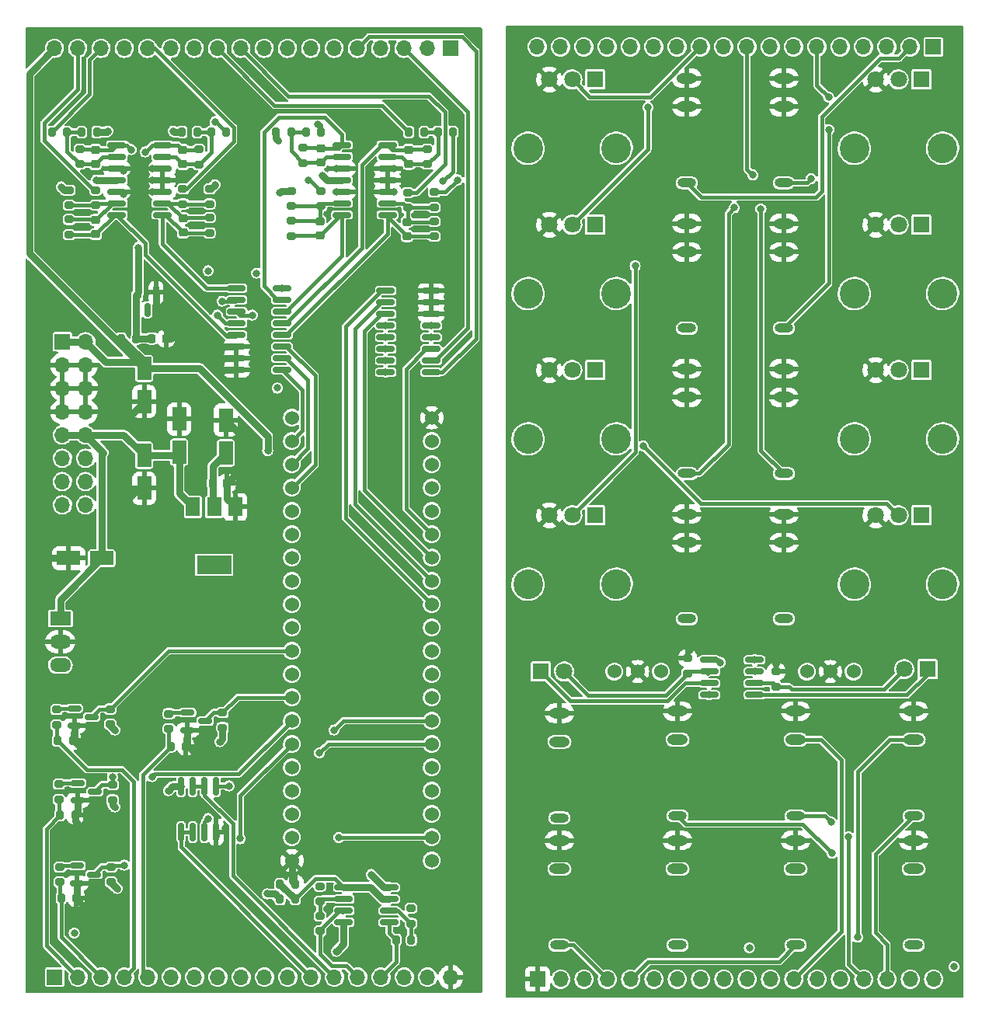
<source format=gtl>
%TF.GenerationSoftware,KiCad,Pcbnew,(6.0.0-0)*%
%TF.CreationDate,2022-09-18T01:10:02-04:00*%
%TF.ProjectId,daisy_hardware_v1,64616973-795f-4686-9172-64776172655f,rev?*%
%TF.SameCoordinates,Original*%
%TF.FileFunction,Copper,L1,Top*%
%TF.FilePolarity,Positive*%
%FSLAX46Y46*%
G04 Gerber Fmt 4.6, Leading zero omitted, Abs format (unit mm)*
G04 Created by KiCad (PCBNEW (6.0.0-0)) date 2022-09-18 01:10:02*
%MOMM*%
%LPD*%
G01*
G04 APERTURE LIST*
G04 Aperture macros list*
%AMRoundRect*
0 Rectangle with rounded corners*
0 $1 Rounding radius*
0 $2 $3 $4 $5 $6 $7 $8 $9 X,Y pos of 4 corners*
0 Add a 4 corners polygon primitive as box body*
4,1,4,$2,$3,$4,$5,$6,$7,$8,$9,$2,$3,0*
0 Add four circle primitives for the rounded corners*
1,1,$1+$1,$2,$3*
1,1,$1+$1,$4,$5*
1,1,$1+$1,$6,$7*
1,1,$1+$1,$8,$9*
0 Add four rect primitives between the rounded corners*
20,1,$1+$1,$2,$3,$4,$5,0*
20,1,$1+$1,$4,$5,$6,$7,0*
20,1,$1+$1,$6,$7,$8,$9,0*
20,1,$1+$1,$8,$9,$2,$3,0*%
G04 Aperture macros list end*
%TA.AperFunction,ComponentPad*%
%ADD10O,2.216000X1.108000*%
%TD*%
%TA.AperFunction,ComponentPad*%
%ADD11O,2.016000X1.008000*%
%TD*%
%TA.AperFunction,SMDPad,CuDef*%
%ADD12RoundRect,0.250000X0.550000X-1.050000X0.550000X1.050000X-0.550000X1.050000X-0.550000X-1.050000X0*%
%TD*%
%TA.AperFunction,SMDPad,CuDef*%
%ADD13RoundRect,0.200000X0.275000X-0.200000X0.275000X0.200000X-0.275000X0.200000X-0.275000X-0.200000X0*%
%TD*%
%TA.AperFunction,SMDPad,CuDef*%
%ADD14RoundRect,0.200000X-0.200000X-0.275000X0.200000X-0.275000X0.200000X0.275000X-0.200000X0.275000X0*%
%TD*%
%TA.AperFunction,SMDPad,CuDef*%
%ADD15RoundRect,0.225000X0.250000X-0.225000X0.250000X0.225000X-0.250000X0.225000X-0.250000X-0.225000X0*%
%TD*%
%TA.AperFunction,ComponentPad*%
%ADD16R,1.700000X1.700000*%
%TD*%
%TA.AperFunction,ComponentPad*%
%ADD17O,1.700000X1.700000*%
%TD*%
%TA.AperFunction,SMDPad,CuDef*%
%ADD18RoundRect,0.200000X-0.275000X0.200000X-0.275000X-0.200000X0.275000X-0.200000X0.275000X0.200000X0*%
%TD*%
%TA.AperFunction,SMDPad,CuDef*%
%ADD19RoundRect,0.225000X-0.250000X0.225000X-0.250000X-0.225000X0.250000X-0.225000X0.250000X0.225000X0*%
%TD*%
%TA.AperFunction,ComponentPad*%
%ADD20C,3.240000*%
%TD*%
%TA.AperFunction,ComponentPad*%
%ADD21R,1.800000X1.800000*%
%TD*%
%TA.AperFunction,ComponentPad*%
%ADD22C,1.800000*%
%TD*%
%TA.AperFunction,SMDPad,CuDef*%
%ADD23RoundRect,0.250000X-0.550000X1.050000X-0.550000X-1.050000X0.550000X-1.050000X0.550000X1.050000X0*%
%TD*%
%TA.AperFunction,SMDPad,CuDef*%
%ADD24RoundRect,0.200000X0.200000X0.275000X-0.200000X0.275000X-0.200000X-0.275000X0.200000X-0.275000X0*%
%TD*%
%TA.AperFunction,SMDPad,CuDef*%
%ADD25RoundRect,0.150000X-0.587500X-0.150000X0.587500X-0.150000X0.587500X0.150000X-0.587500X0.150000X0*%
%TD*%
%TA.AperFunction,SMDPad,CuDef*%
%ADD26RoundRect,0.225000X-0.225000X-0.250000X0.225000X-0.250000X0.225000X0.250000X-0.225000X0.250000X0*%
%TD*%
%TA.AperFunction,SMDPad,CuDef*%
%ADD27RoundRect,0.150000X-0.150000X0.587500X-0.150000X-0.587500X0.150000X-0.587500X0.150000X0.587500X0*%
%TD*%
%TA.AperFunction,SMDPad,CuDef*%
%ADD28RoundRect,0.150000X-0.825000X-0.150000X0.825000X-0.150000X0.825000X0.150000X-0.825000X0.150000X0*%
%TD*%
%TA.AperFunction,SMDPad,CuDef*%
%ADD29R,1.500000X2.000000*%
%TD*%
%TA.AperFunction,SMDPad,CuDef*%
%ADD30R,3.800000X2.000000*%
%TD*%
%TA.AperFunction,SMDPad,CuDef*%
%ADD31RoundRect,0.150000X0.825000X0.150000X-0.825000X0.150000X-0.825000X-0.150000X0.825000X-0.150000X0*%
%TD*%
%TA.AperFunction,SMDPad,CuDef*%
%ADD32RoundRect,0.250000X1.050000X0.550000X-1.050000X0.550000X-1.050000X-0.550000X1.050000X-0.550000X0*%
%TD*%
%TA.AperFunction,ComponentPad*%
%ADD33C,1.524000*%
%TD*%
%TA.AperFunction,SMDPad,CuDef*%
%ADD34RoundRect,0.150000X0.150000X-0.825000X0.150000X0.825000X-0.150000X0.825000X-0.150000X-0.825000X0*%
%TD*%
%TA.AperFunction,ComponentPad*%
%ADD35R,2.300000X1.500000*%
%TD*%
%TA.AperFunction,ComponentPad*%
%ADD36O,2.300000X1.500000*%
%TD*%
%TA.AperFunction,ViaPad*%
%ADD37C,0.800000*%
%TD*%
%TA.AperFunction,Conductor*%
%ADD38C,0.381000*%
%TD*%
%TA.AperFunction,Conductor*%
%ADD39C,0.762000*%
%TD*%
G04 APERTURE END LIST*
D10*
%TO.P,J13,1*%
%TO.N,GND*%
X107870333Y-294079999D03*
%TO.P,J13,2*%
X107870333Y-297179999D03*
D11*
%TO.P,J13,3*%
%TO.N,/CV_MORPH_A_TOP*%
X107870333Y-305479999D03*
%TD*%
D12*
%TO.P,C15,1*%
%TO.N,+5V*%
X57620000Y-319091000D03*
%TO.P,C15,2*%
%TO.N,GND*%
X57620000Y-315491000D03*
%TD*%
D10*
%TO.P,J15,1*%
%TO.N,GND*%
X118443666Y-278244000D03*
%TO.P,J15,2*%
X118443666Y-281344000D03*
D11*
%TO.P,J15,3*%
%TO.N,/CV_RATE_B_TOP*%
X118443666Y-289644000D03*
%TD*%
D13*
%TO.P,R22,1*%
%TO.N,/RESET_B_BOTTOM*%
X39556000Y-365841000D03*
%TO.P,R22,2*%
%TO.N,Net-(Q6-Pad1)*%
X39556000Y-364191000D03*
%TD*%
D14*
%TO.P,R7,1*%
%TO.N,/V_bias*%
X63539200Y-366059000D03*
%TO.P,R7,2*%
%TO.N,GND*%
X65189200Y-366059000D03*
%TD*%
D15*
%TO.P,C11,1*%
%TO.N,/CV IN6/OPAMP_INV*%
X52946800Y-287596000D03*
%TO.P,C11,2*%
%TO.N,/CV_END_A*%
X52946800Y-286046000D03*
%TD*%
D16*
%TO.P,J1,1,Pin_1*%
%TO.N,-12V*%
X39820000Y-306960000D03*
D17*
%TO.P,J1,2,Pin_2*%
X42360000Y-306960000D03*
%TO.P,J1,3,Pin_3*%
%TO.N,GND*%
X39820000Y-309500000D03*
%TO.P,J1,4,Pin_4*%
X42360000Y-309500000D03*
%TO.P,J1,5,Pin_5*%
X39820000Y-312040000D03*
%TO.P,J1,6,Pin_6*%
X42360000Y-312040000D03*
%TO.P,J1,7,Pin_7*%
X39820000Y-314580000D03*
%TO.P,J1,8,Pin_8*%
X42360000Y-314580000D03*
%TO.P,J1,9,Pin_9*%
%TO.N,+12V*%
X39820000Y-317120000D03*
%TO.P,J1,10,Pin_10*%
X42360000Y-317120000D03*
%TO.P,J1,11,Pin_11*%
%TO.N,unconnected-(J1-Pad11)*%
X39820000Y-319660000D03*
%TO.P,J1,12,Pin_12*%
%TO.N,unconnected-(J1-Pad12)*%
X42360000Y-319660000D03*
%TO.P,J1,13,Pin_13*%
%TO.N,unconnected-(J1-Pad13)*%
X39820000Y-322200000D03*
%TO.P,J1,14,Pin_14*%
%TO.N,unconnected-(J1-Pad14)*%
X42360000Y-322200000D03*
%TO.P,J1,15,Pin_15*%
%TO.N,unconnected-(J1-Pad15)*%
X39820000Y-324740000D03*
%TO.P,J1,16,Pin_16*%
%TO.N,unconnected-(J1-Pad16)*%
X42360000Y-324740000D03*
%TD*%
D10*
%TO.P,J14,1*%
%TO.N,GND*%
X107870333Y-309915998D03*
%TO.P,J14,2*%
X107870333Y-313015998D03*
D11*
%TO.P,J14,3*%
%TO.N,/CV_START_A_TOP*%
X107870333Y-321315998D03*
%TD*%
D18*
%TO.P,R15,1*%
%TO.N,GND*%
X117602000Y-342900000D03*
%TO.P,R15,2*%
%TO.N,Net-(D2-Pad2)*%
X117602000Y-344550000D03*
%TD*%
D19*
%TO.P,C10,1*%
%TO.N,/CV IN4/OPAMP_INV*%
X77377600Y-293896200D03*
%TO.P,C10,2*%
%TO.N,/CV_START_B*%
X77377600Y-295446200D03*
%TD*%
D20*
%TO.P,RV1,*%
%TO.N,*%
X135737000Y-285874000D03*
X126137000Y-285874000D03*
D21*
%TO.P,RV1,1,1*%
%TO.N,+3V3*%
X133437000Y-278374000D03*
D22*
%TO.P,RV1,2,2*%
%TO.N,/POT_RATE_B_TOP*%
X130937000Y-278374000D03*
%TO.P,RV1,3,3*%
%TO.N,GND*%
X128437000Y-278374000D03*
%TD*%
D18*
%TO.P,R23,1*%
%TO.N,/RESET_B*%
X45144000Y-364191000D03*
%TO.P,R23,2*%
%TO.N,+3V3*%
X45144000Y-365841000D03*
%TD*%
D23*
%TO.P,C2,1*%
%TO.N,+12V*%
X48730000Y-319329800D03*
%TO.P,C2,2*%
%TO.N,GND*%
X48730000Y-322929800D03*
%TD*%
D15*
%TO.P,C12,1*%
%TO.N,/CV IN7/OPAMP_INV*%
X77580800Y-287572200D03*
%TO.P,C12,2*%
%TO.N,/CV_END_B*%
X77580800Y-286022200D03*
%TD*%
D18*
%TO.P,R20,1*%
%TO.N,/SYNC_B*%
X45018000Y-346984000D03*
%TO.P,R20,2*%
%TO.N,+3V3*%
X45018000Y-348634000D03*
%TD*%
%TO.P,R3,1*%
%TO.N,Net-(R1-Pad2)*%
X67878000Y-369525000D03*
%TO.P,R3,2*%
%TO.N,/DAC2_BOTTOM*%
X67878000Y-371175000D03*
%TD*%
D21*
%TO.P,D1,1,KA*%
%TO.N,Net-(D1-Pad1)*%
X91960000Y-342900000D03*
D22*
%TO.P,D1,2,AK*%
%TO.N,Net-(D1-Pad2)*%
X94500000Y-342900000D03*
%TD*%
D13*
%TO.P,R10,1*%
%TO.N,/SYNC_A_BOTTOM*%
X51431000Y-349140000D03*
%TO.P,R10,2*%
%TO.N,Net-(Q2-Pad1)*%
X51431000Y-347490000D03*
%TD*%
D10*
%TO.P,J10,1*%
%TO.N,GND*%
X119718666Y-347215000D03*
%TO.P,J10,2*%
%TO.N,/SYNC_DETECT_B_TOP*%
X119718666Y-350315000D03*
D11*
%TO.P,J10,3*%
%TO.N,/SYNC_B_TOP*%
X119718666Y-358615000D03*
%TD*%
D13*
%TO.P,R47,1*%
%TO.N,/CV IN7/OPAMP_INV*%
X79562000Y-287609000D03*
%TO.P,R47,2*%
%TO.N,/CV_END_B*%
X79562000Y-285959000D03*
%TD*%
D24*
%TO.P,R4,1*%
%TO.N,Net-(R2-Pad2)*%
X77847000Y-372128000D03*
%TO.P,R4,2*%
%TO.N,/DAC1_BOTTOM*%
X76197000Y-372128000D03*
%TD*%
D20*
%TO.P,RV3,*%
%TO.N,*%
X100177000Y-317546000D03*
X90577000Y-317546000D03*
D21*
%TO.P,RV3,1,1*%
%TO.N,+3V3*%
X97877000Y-310046000D03*
D22*
%TO.P,RV3,2,2*%
%TO.N,/POT_START_A_TOP*%
X95377000Y-310046000D03*
%TO.P,RV3,3,3*%
%TO.N,GND*%
X92877000Y-310046000D03*
%TD*%
D18*
%TO.P,R36,1*%
%TO.N,AREF_-10V*%
X64779200Y-290544200D03*
%TO.P,R36,2*%
%TO.N,/CV IN3/OPAMP_INV*%
X64779200Y-292194200D03*
%TD*%
D15*
%TO.P,C5,1*%
%TO.N,/CV IN/OPAMP_INV*%
X43404800Y-287607400D03*
%TO.P,C5,2*%
%TO.N,/CV_RATE_A*%
X43404800Y-286057400D03*
%TD*%
D20*
%TO.P,RV5,*%
%TO.N,*%
X100177000Y-301710000D03*
X90577000Y-301710000D03*
D21*
%TO.P,RV5,1,1*%
%TO.N,+3V3*%
X97877000Y-294210000D03*
D22*
%TO.P,RV5,2,2*%
%TO.N,/POT_MORPH_A_TOP*%
X95377000Y-294210000D03*
%TO.P,RV5,3,3*%
%TO.N,GND*%
X92877000Y-294210000D03*
%TD*%
D10*
%TO.P,J3,1*%
%TO.N,GND*%
X93980000Y-361312000D03*
%TO.P,J3,2*%
%TO.N,unconnected-(J3-Pad2)*%
X93980000Y-364412000D03*
D11*
%TO.P,J3,3*%
%TO.N,/DAC1_TOP*%
X93980000Y-372712000D03*
%TD*%
D13*
%TO.P,R19,1*%
%TO.N,/SYNC_B_BOTTOM*%
X39176000Y-348697000D03*
%TO.P,R19,2*%
%TO.N,Net-(Q5-Pad1)*%
X39176000Y-347047000D03*
%TD*%
D18*
%TO.P,R32,1*%
%TO.N,/CV IN2/OPAMP_INV*%
X55850800Y-293435000D03*
%TO.P,R32,2*%
%TO.N,/CV_START_A*%
X55850800Y-295085000D03*
%TD*%
D14*
%TO.P,R25,1*%
%TO.N,/CV_RATE_A_BOTTOM*%
X38668200Y-284104800D03*
%TO.P,R25,2*%
%TO.N,/CV IN/OPAMP_INV*%
X40318200Y-284104800D03*
%TD*%
D18*
%TO.P,R31,1*%
%TO.N,/CV_START_A_BOTTOM*%
X52955200Y-290294400D03*
%TO.P,R31,2*%
%TO.N,/CV IN2/OPAMP_INV*%
X52955200Y-291944400D03*
%TD*%
%TO.P,R37,1*%
%TO.N,/CV_MORPH_B_BOTTOM*%
X67979600Y-290544200D03*
%TO.P,R37,2*%
%TO.N,/CV IN3/OPAMP_INV*%
X67979600Y-292194200D03*
%TD*%
D15*
%TO.P,C8,1*%
%TO.N,/CV IN5/OPAMP_INV*%
X67979600Y-287419800D03*
%TO.P,C8,2*%
%TO.N,/CV_RATE_B*%
X67979600Y-285869800D03*
%TD*%
D18*
%TO.P,R39,1*%
%TO.N,AREF_-10V*%
X80324000Y-290659000D03*
%TO.P,R39,2*%
%TO.N,/CV IN4/OPAMP_INV*%
X80324000Y-292309000D03*
%TD*%
D25*
%TO.P,Q3,1,B*%
%TO.N,Net-(Q3-Pad1)*%
X41480166Y-355050000D03*
%TO.P,Q3,2,E*%
%TO.N,GND*%
X41480166Y-356950000D03*
%TO.P,Q3,3,C*%
%TO.N,/RESET_A*%
X43355166Y-356000000D03*
%TD*%
D18*
%TO.P,R38,1*%
%TO.N,/CV IN3/OPAMP_INV*%
X64728400Y-293795400D03*
%TO.P,R38,2*%
%TO.N,/CV_MORPH_B*%
X64728400Y-295445400D03*
%TD*%
%TO.P,R41,1*%
%TO.N,/CV IN4/OPAMP_INV*%
X80324000Y-293833000D03*
%TO.P,R41,2*%
%TO.N,/CV_START_B*%
X80324000Y-295483000D03*
%TD*%
D10*
%TO.P,J18,1*%
%TO.N,GND*%
X107870333Y-325751998D03*
%TO.P,J18,2*%
X107870333Y-328851998D03*
D11*
%TO.P,J18,3*%
%TO.N,/CV_END_A_TOP*%
X107870333Y-337151998D03*
%TD*%
D20*
%TO.P,RV2,*%
%TO.N,*%
X135737000Y-301710000D03*
X126137000Y-301710000D03*
D21*
%TO.P,RV2,1,1*%
%TO.N,+3V3*%
X133437000Y-294210000D03*
D22*
%TO.P,RV2,2,2*%
%TO.N,/POT_MORPH_B_TOP*%
X130937000Y-294210000D03*
%TO.P,RV2,3,3*%
%TO.N,GND*%
X128437000Y-294210000D03*
%TD*%
D18*
%TO.P,R28,1*%
%TO.N,/CV_MORPH_A_BOTTOM*%
X43455600Y-290434600D03*
%TO.P,R28,2*%
%TO.N,/CV IN1/OPAMP_INV*%
X43455600Y-292084600D03*
%TD*%
D14*
%TO.P,R42,1*%
%TO.N,AREF_-10V*%
X52862600Y-284104800D03*
%TO.P,R42,2*%
%TO.N,/CV IN6/OPAMP_INV*%
X54512600Y-284104800D03*
%TD*%
%TO.P,R9,1*%
%TO.N,/SYNC_A_BOTTOM*%
X51622000Y-351046000D03*
%TO.P,R9,2*%
%TO.N,GND*%
X53272000Y-351046000D03*
%TD*%
D26*
%TO.P,C14,1*%
%TO.N,+5V*%
X56210000Y-322371000D03*
%TO.P,C14,2*%
%TO.N,GND*%
X57760000Y-322371000D03*
%TD*%
D19*
%TO.P,C7,1*%
%TO.N,/CV IN2/OPAMP_INV*%
X52960000Y-293485000D03*
%TO.P,C7,2*%
%TO.N,/CV_START_A*%
X52960000Y-295035000D03*
%TD*%
D24*
%TO.P,R34,1*%
%TO.N,/CV_RATE_B_BOTTOM*%
X68004000Y-284104800D03*
%TO.P,R34,2*%
%TO.N,/CV IN5/OPAMP_INV*%
X66354000Y-284104800D03*
%TD*%
D14*
%TO.P,R21,1*%
%TO.N,/RESET_B_BOTTOM*%
X39684000Y-367556000D03*
%TO.P,R21,2*%
%TO.N,GND*%
X41334000Y-367556000D03*
%TD*%
D10*
%TO.P,J12,1*%
%TO.N,GND*%
X107870333Y-278244000D03*
%TO.P,J12,2*%
X107870333Y-281344000D03*
D11*
%TO.P,J12,3*%
%TO.N,/CV_RATE_A_TOP*%
X107870333Y-289644000D03*
%TD*%
D12*
%TO.P,C1,1*%
%TO.N,GND*%
X48730000Y-313474200D03*
%TO.P,C1,2*%
%TO.N,-12V*%
X48730000Y-309874200D03*
%TD*%
D27*
%TO.P,U5,1,K*%
%TO.N,GND*%
X50032000Y-301594500D03*
%TO.P,U5,2,A*%
%TO.N,AREF_-10V*%
X48132000Y-301594500D03*
%TO.P,U5,3*%
%TO.N,N/C*%
X49082000Y-303469500D03*
%TD*%
D28*
%TO.P,U6,1*%
%TO.N,/CV_RATE_A*%
X45755800Y-285514000D03*
%TO.P,U6,2,-*%
%TO.N,/CV IN/OPAMP_INV*%
X45755800Y-286784000D03*
%TO.P,U6,3,+*%
%TO.N,GND*%
X45755800Y-288054000D03*
%TO.P,U6,4,V+*%
%TO.N,+3V3*%
X45755800Y-289324000D03*
%TO.P,U6,5,+*%
%TO.N,GND*%
X45755800Y-290594000D03*
%TO.P,U6,6,-*%
%TO.N,/CV IN1/OPAMP_INV*%
X45755800Y-291864000D03*
%TO.P,U6,7*%
%TO.N,/CV_MORPH_A*%
X45755800Y-293134000D03*
%TO.P,U6,8*%
%TO.N,/CV_START_A*%
X50705800Y-293134000D03*
%TO.P,U6,9,-*%
%TO.N,/CV IN2/OPAMP_INV*%
X50705800Y-291864000D03*
%TO.P,U6,10,+*%
%TO.N,GND*%
X50705800Y-290594000D03*
%TO.P,U6,11,V-*%
X50705800Y-289324000D03*
%TO.P,U6,12,+*%
X50705800Y-288054000D03*
%TO.P,U6,13,-*%
%TO.N,/CV IN6/OPAMP_INV*%
X50705800Y-286784000D03*
%TO.P,U6,14*%
%TO.N,/CV_END_A*%
X50705800Y-285514000D03*
%TD*%
D18*
%TO.P,R11,1*%
%TO.N,/SYNC_A*%
X57273000Y-347364000D03*
%TO.P,R11,2*%
%TO.N,+3V3*%
X57273000Y-349014000D03*
%TD*%
D10*
%TO.P,J16,1*%
%TO.N,GND*%
X118443666Y-294080000D03*
%TO.P,J16,2*%
X118443666Y-297180000D03*
D11*
%TO.P,J16,3*%
%TO.N,/CV_MORPH_B_TOP*%
X118443666Y-305480000D03*
%TD*%
D14*
%TO.P,R6,1*%
%TO.N,+5V*%
X63539200Y-367710000D03*
%TO.P,R6,2*%
%TO.N,/V_bias*%
X65189200Y-367710000D03*
%TD*%
D12*
%TO.P,C13,1*%
%TO.N,+12V*%
X52540000Y-318986000D03*
%TO.P,C13,2*%
%TO.N,GND*%
X52540000Y-315386000D03*
%TD*%
D10*
%TO.P,J17,1*%
%TO.N,GND*%
X118443666Y-309916000D03*
%TO.P,J17,2*%
X118443666Y-313016000D03*
D11*
%TO.P,J17,3*%
%TO.N,/CV_START_B_TOP*%
X118443666Y-321316000D03*
%TD*%
D25*
%TO.P,Q6,1,B*%
%TO.N,Net-(Q6-Pad1)*%
X41412500Y-364066000D03*
%TO.P,Q6,2,E*%
%TO.N,GND*%
X41412500Y-365966000D03*
%TO.P,Q6,3,C*%
%TO.N,/RESET_B*%
X43287500Y-365016000D03*
%TD*%
D29*
%TO.P,U10,1,GND*%
%TO.N,GND*%
X58650000Y-324961000D03*
%TO.P,U10,2,VO*%
%TO.N,+5V*%
X56350000Y-324961000D03*
%TO.P,U10,3,VI*%
%TO.N,+12V*%
X54050000Y-324961000D03*
D30*
%TO.P,U10,4*%
%TO.N,N/C*%
X56350000Y-331261000D03*
%TD*%
D10*
%TO.P,J7,1*%
%TO.N,GND*%
X93980000Y-347444500D03*
%TO.P,J7,2*%
%TO.N,/SYNC_DETECT_A_TOP*%
X93980000Y-350544500D03*
D11*
%TO.P,J7,3*%
%TO.N,/SYNC_A_TOP*%
X93980000Y-358844500D03*
%TD*%
D18*
%TO.P,R40,1*%
%TO.N,/CV_START_B_BOTTOM*%
X77428400Y-290710600D03*
%TO.P,R40,2*%
%TO.N,/CV IN4/OPAMP_INV*%
X77428400Y-292360600D03*
%TD*%
D25*
%TO.P,Q2,1,B*%
%TO.N,Net-(Q2-Pad1)*%
X53463000Y-347368000D03*
%TO.P,Q2,2,E*%
%TO.N,GND*%
X53463000Y-349268000D03*
%TO.P,Q2,3,C*%
%TO.N,/SYNC_A*%
X55338000Y-348318000D03*
%TD*%
D18*
%TO.P,R8,1*%
%TO.N,GND*%
X107950000Y-341440000D03*
%TO.P,R8,2*%
%TO.N,Net-(D1-Pad2)*%
X107950000Y-343090000D03*
%TD*%
D10*
%TO.P,J4,1*%
%TO.N,GND*%
X106849333Y-361312000D03*
%TO.P,J4,2*%
%TO.N,unconnected-(J4-Pad2)*%
X106849333Y-364412000D03*
D11*
%TO.P,J4,3*%
%TO.N,/EOC_A_TOP*%
X106849333Y-372712000D03*
%TD*%
D20*
%TO.P,RV4,*%
%TO.N,*%
X90577000Y-333382000D03*
X100177000Y-333382000D03*
D21*
%TO.P,RV4,1,1*%
%TO.N,+3V3*%
X97877000Y-325882000D03*
D22*
%TO.P,RV4,2,2*%
%TO.N,/POT_END_A_TOP*%
X95377000Y-325882000D03*
%TO.P,RV4,3,3*%
%TO.N,GND*%
X92877000Y-325882000D03*
%TD*%
D31*
%TO.P,U3,1,A4*%
%TO.N,/POT_START_A_BOTTOM*%
X80005000Y-310279000D03*
%TO.P,U3,2,A6*%
%TO.N,/POT_END_A_BOTTOM*%
X80005000Y-309009000D03*
%TO.P,U3,3,A*%
%TO.N,/MUX1_ADC*%
X80005000Y-307739000D03*
%TO.P,U3,4,A7*%
%TO.N,/POT_END_B_BOTTOM*%
X80005000Y-306469000D03*
%TO.P,U3,5,A5*%
%TO.N,/POT_START_B_BOTTOM*%
X80005000Y-305199000D03*
%TO.P,U3,6,~{E}*%
%TO.N,GND*%
X80005000Y-303929000D03*
%TO.P,U3,7,VEE*%
X80005000Y-302659000D03*
%TO.P,U3,8,GND*%
X80005000Y-301389000D03*
%TO.P,U3,9,S2*%
%TO.N,/MUX1_S2*%
X75055000Y-301389000D03*
%TO.P,U3,10,S1*%
%TO.N,/MUX1_S1*%
X75055000Y-302659000D03*
%TO.P,U3,11,S0*%
%TO.N,/MUX1_S0*%
X75055000Y-303929000D03*
%TO.P,U3,12,A3*%
%TO.N,/POT_MORPH_B_BOTTOM*%
X75055000Y-305199000D03*
%TO.P,U3,13,A0*%
%TO.N,/POT_RATE_B_BOTTOM*%
X75055000Y-306469000D03*
%TO.P,U3,14,A1*%
%TO.N,/POT_RATE_A_BOTTOM*%
X75055000Y-307739000D03*
%TO.P,U3,15,A2*%
%TO.N,/POT_MORPH_A_BOTTOM*%
X75055000Y-309009000D03*
%TO.P,U3,16,VCC*%
%TO.N,+5V*%
X75055000Y-310279000D03*
%TD*%
D19*
%TO.P,C6,1*%
%TO.N,/CV IN1/OPAMP_INV*%
X43455600Y-293685000D03*
%TO.P,C6,2*%
%TO.N,/CV_MORPH_A*%
X43455600Y-295235000D03*
%TD*%
D13*
%TO.P,R44,1*%
%TO.N,/CV IN6/OPAMP_INV*%
X54670000Y-287646000D03*
%TO.P,R44,2*%
%TO.N,/CV_END_A*%
X54670000Y-285996000D03*
%TD*%
D28*
%TO.P,U4,1,A4*%
%TO.N,/CV_START_A*%
X58799000Y-301135000D03*
%TO.P,U4,2,A6*%
%TO.N,/CV_END_A*%
X58799000Y-302405000D03*
%TO.P,U4,3,A*%
%TO.N,/MUX2_ADC*%
X58799000Y-303675000D03*
%TO.P,U4,4,A7*%
%TO.N,/CV_RATE_A*%
X58799000Y-304945000D03*
%TO.P,U4,5,A5*%
%TO.N,/CV_MORPH_A*%
X58799000Y-306215000D03*
%TO.P,U4,6,~{E}*%
%TO.N,GND*%
X58799000Y-307485000D03*
%TO.P,U4,7,VEE*%
X58799000Y-308755000D03*
%TO.P,U4,8,GND*%
X58799000Y-310025000D03*
%TO.P,U4,9,S2*%
%TO.N,/MUX2_S2*%
X63749000Y-310025000D03*
%TO.P,U4,10,S1*%
%TO.N,/MUX2_S1*%
X63749000Y-308755000D03*
%TO.P,U4,11,S0*%
%TO.N,/MUX2_S0*%
X63749000Y-307485000D03*
%TO.P,U4,12,A3*%
%TO.N,/CV_START_B*%
X63749000Y-306215000D03*
%TO.P,U4,13,A0*%
%TO.N,/CV_END_B*%
X63749000Y-304945000D03*
%TO.P,U4,14,A1*%
%TO.N,/CV_MORPH_B*%
X63749000Y-303675000D03*
%TO.P,U4,15,A2*%
%TO.N,/CV_RATE_B*%
X63749000Y-302405000D03*
%TO.P,U4,16,VCC*%
%TO.N,+5V*%
X63749000Y-301135000D03*
%TD*%
D26*
%TO.P,C4,1*%
%TO.N,AREF_-10V*%
X49564000Y-306596000D03*
%TO.P,C4,2*%
%TO.N,GND*%
X51114000Y-306596000D03*
%TD*%
D13*
%TO.P,R26,1*%
%TO.N,/CV IN/OPAMP_INV*%
X41716000Y-287607400D03*
%TO.P,R26,2*%
%TO.N,/CV_RATE_A*%
X41716000Y-285957400D03*
%TD*%
D32*
%TO.P,C3,1*%
%TO.N,+12V*%
X44107200Y-330549800D03*
%TO.P,C3,2*%
%TO.N,GND*%
X40507200Y-330549800D03*
%TD*%
D13*
%TO.P,R13,1*%
%TO.N,/RESET_A_BOTTOM*%
X39430000Y-356825000D03*
%TO.P,R13,2*%
%TO.N,Net-(Q3-Pad1)*%
X39430000Y-355175000D03*
%TD*%
D25*
%TO.P,Q5,1,B*%
%TO.N,Net-(Q5-Pad1)*%
X41111000Y-346922000D03*
%TO.P,Q5,2,E*%
%TO.N,GND*%
X41111000Y-348822000D03*
%TO.P,Q5,3,C*%
%TO.N,/SYNC_B*%
X42986000Y-347872000D03*
%TD*%
D24*
%TO.P,R43,1*%
%TO.N,/CV_END_A_BOTTOM*%
X57687600Y-284104800D03*
%TO.P,R43,2*%
%TO.N,/CV IN6/OPAMP_INV*%
X56037600Y-284104800D03*
%TD*%
D20*
%TO.P,RV7,*%
%TO.N,*%
X126137000Y-333382000D03*
X135737000Y-333382000D03*
D21*
%TO.P,RV7,1,1*%
%TO.N,+3V3*%
X133437000Y-325882000D03*
D22*
%TO.P,RV7,2,2*%
%TO.N,/POT_END_B_TOP*%
X130937000Y-325882000D03*
%TO.P,RV7,3,3*%
%TO.N,GND*%
X128437000Y-325882000D03*
%TD*%
D31*
%TO.P,U11,1*%
%TO.N,Net-(D2-Pad1)*%
X115251000Y-345440000D03*
%TO.P,U11,2,-*%
%TO.N,Net-(D2-Pad2)*%
X115251000Y-344170000D03*
%TO.P,U11,3,+*%
%TO.N,/DAC2_TOP*%
X115251000Y-342900000D03*
%TO.P,U11,4,V-*%
%TO.N,-12V*%
X115251000Y-341630000D03*
%TO.P,U11,5,+*%
%TO.N,/DAC1_TOP*%
X110301000Y-341630000D03*
%TO.P,U11,6,-*%
%TO.N,Net-(D1-Pad2)*%
X110301000Y-342900000D03*
%TO.P,U11,7*%
%TO.N,Net-(D1-Pad1)*%
X110301000Y-344170000D03*
%TO.P,U11,8,V+*%
%TO.N,+12V*%
X110301000Y-345440000D03*
%TD*%
D14*
%TO.P,R46,1*%
%TO.N,/CV_END_B_BOTTOM*%
X77580800Y-284104800D03*
%TO.P,R46,2*%
%TO.N,/CV IN7/OPAMP_INV*%
X79230800Y-284104800D03*
%TD*%
D10*
%TO.P,J2,1*%
%TO.N,GND*%
X119718666Y-361312000D03*
%TO.P,J2,2*%
%TO.N,unconnected-(J2-Pad2)*%
X119718666Y-364412000D03*
D11*
%TO.P,J2,3*%
%TO.N,/DAC2_TOP*%
X119718666Y-372712000D03*
%TD*%
D18*
%TO.P,R14,1*%
%TO.N,/RESET_A*%
X45272000Y-355238000D03*
%TO.P,R14,2*%
%TO.N,+3V3*%
X45272000Y-356888000D03*
%TD*%
%TO.P,R2,1*%
%TO.N,/DAC1*%
X77784000Y-368700000D03*
%TO.P,R2,2*%
%TO.N,Net-(R2-Pad2)*%
X77784000Y-370350000D03*
%TD*%
D33*
%TO.P,SW1,1,A*%
%TO.N,/SW_A_1_TOP*%
X99960000Y-342900000D03*
%TO.P,SW1,2,B*%
%TO.N,GND*%
X102500000Y-342900000D03*
%TO.P,SW1,3,C*%
%TO.N,/SW_A_2_TOP*%
X105040000Y-342900000D03*
%TD*%
D10*
%TO.P,J19,1*%
%TO.N,GND*%
X118443666Y-325752000D03*
%TO.P,J19,2*%
X118443666Y-328852000D03*
D11*
%TO.P,J19,3*%
%TO.N,/CV_END_B_TOP*%
X118443666Y-337152000D03*
%TD*%
D31*
%TO.P,U2,1*%
%TO.N,/DAC1_BOTTOM*%
X75433000Y-370223000D03*
%TO.P,U2,2,-*%
%TO.N,Net-(R2-Pad2)*%
X75433000Y-368953000D03*
%TO.P,U2,3,+*%
%TO.N,/V_bias*%
X75433000Y-367683000D03*
%TO.P,U2,4,V-*%
%TO.N,-12V*%
X75433000Y-366413000D03*
%TO.P,U2,5,+*%
%TO.N,/V_bias*%
X70483000Y-366413000D03*
%TO.P,U2,6,-*%
%TO.N,Net-(R1-Pad2)*%
X70483000Y-367683000D03*
%TO.P,U2,7*%
%TO.N,/DAC2_BOTTOM*%
X70483000Y-368953000D03*
%TO.P,U2,8,V+*%
%TO.N,+12V*%
X70483000Y-370223000D03*
%TD*%
D10*
%TO.P,J11,1*%
%TO.N,GND*%
X132588000Y-347215000D03*
%TO.P,J11,2*%
%TO.N,/RESET_DETECT_B_TOP*%
X132588000Y-350315000D03*
D11*
%TO.P,J11,3*%
%TO.N,/RESET_B_TOP*%
X132588000Y-358615000D03*
%TD*%
D20*
%TO.P,RV8,*%
%TO.N,*%
X100177000Y-285874000D03*
X90577000Y-285874000D03*
D21*
%TO.P,RV8,1,1*%
%TO.N,+3V3*%
X97877000Y-278374000D03*
D22*
%TO.P,RV8,2,2*%
%TO.N,/POT_RATE_A_TOP*%
X95377000Y-278374000D03*
%TO.P,RV8,3,3*%
%TO.N,GND*%
X92877000Y-278374000D03*
%TD*%
D18*
%TO.P,R29,1*%
%TO.N,/CV IN1/OPAMP_INV*%
X40560000Y-293635000D03*
%TO.P,R29,2*%
%TO.N,/CV_MORPH_A*%
X40560000Y-295285000D03*
%TD*%
D19*
%TO.P,C9,1*%
%TO.N,/CV IN3/OPAMP_INV*%
X67878000Y-293845400D03*
%TO.P,C9,2*%
%TO.N,/CV_MORPH_B*%
X67878000Y-295395400D03*
%TD*%
D18*
%TO.P,R30,1*%
%TO.N,AREF_-10V*%
X55850800Y-290294400D03*
%TO.P,R30,2*%
%TO.N,/CV IN2/OPAMP_INV*%
X55850800Y-291944400D03*
%TD*%
D34*
%TO.P,U8,1*%
%TO.N,/EOC_B_BOTTOM*%
X52765000Y-360379000D03*
%TO.P,U8,2,-*%
X54035000Y-360379000D03*
%TO.P,U8,3,+*%
%TO.N,/EOC_B*%
X55305000Y-360379000D03*
%TO.P,U8,4,V-*%
%TO.N,GND*%
X56575000Y-360379000D03*
%TO.P,U8,5,+*%
%TO.N,/EOC_A*%
X56575000Y-355429000D03*
%TO.P,U8,6,-*%
%TO.N,/EOC_A_BOTTOM*%
X55305000Y-355429000D03*
%TO.P,U8,7*%
X54035000Y-355429000D03*
%TO.P,U8,8,V+*%
%TO.N,+3V3*%
X52765000Y-355429000D03*
%TD*%
D14*
%TO.P,R18,1*%
%TO.N,/SYNC_B_BOTTOM*%
X39304000Y-350412000D03*
%TO.P,R18,2*%
%TO.N,GND*%
X40954000Y-350412000D03*
%TD*%
D10*
%TO.P,J8,1*%
%TO.N,GND*%
X106849333Y-347215000D03*
%TO.P,J8,2*%
%TO.N,/RESET_DETECT_A_TOP*%
X106849333Y-350315000D03*
D11*
%TO.P,J8,3*%
%TO.N,/RESET_A_TOP*%
X106849333Y-358615000D03*
%TD*%
D20*
%TO.P,RV6,*%
%TO.N,*%
X126137000Y-317546000D03*
X135737000Y-317546000D03*
D21*
%TO.P,RV6,1,1*%
%TO.N,+3V3*%
X133437000Y-310046000D03*
D22*
%TO.P,RV6,2,2*%
%TO.N,/POT_START_B_TOP*%
X130937000Y-310046000D03*
%TO.P,RV6,3,3*%
%TO.N,GND*%
X128437000Y-310046000D03*
%TD*%
D14*
%TO.P,R5,1*%
%TO.N,-12V*%
X46225000Y-306596000D03*
%TO.P,R5,2*%
%TO.N,AREF_-10V*%
X47875000Y-306596000D03*
%TD*%
D13*
%TO.P,R35,1*%
%TO.N,/CV IN5/OPAMP_INV*%
X66049200Y-287469800D03*
%TO.P,R35,2*%
%TO.N,/CV_RATE_B*%
X66049200Y-285819800D03*
%TD*%
D18*
%TO.P,R27,1*%
%TO.N,AREF_-10V*%
X40560000Y-290434600D03*
%TO.P,R27,2*%
%TO.N,/CV IN1/OPAMP_INV*%
X40560000Y-292084600D03*
%TD*%
D28*
%TO.P,U7,1*%
%TO.N,/CV_RATE_B*%
X70292000Y-285514000D03*
%TO.P,U7,2,-*%
%TO.N,/CV IN5/OPAMP_INV*%
X70292000Y-286784000D03*
%TO.P,U7,3,+*%
%TO.N,GND*%
X70292000Y-288054000D03*
%TO.P,U7,4,V+*%
%TO.N,+3V3*%
X70292000Y-289324000D03*
%TO.P,U7,5,+*%
%TO.N,GND*%
X70292000Y-290594000D03*
%TO.P,U7,6,-*%
%TO.N,/CV IN3/OPAMP_INV*%
X70292000Y-291864000D03*
%TO.P,U7,7*%
%TO.N,/CV_MORPH_B*%
X70292000Y-293134000D03*
%TO.P,U7,8*%
%TO.N,/CV_START_B*%
X75242000Y-293134000D03*
%TO.P,U7,9,-*%
%TO.N,/CV IN4/OPAMP_INV*%
X75242000Y-291864000D03*
%TO.P,U7,10,+*%
%TO.N,GND*%
X75242000Y-290594000D03*
%TO.P,U7,11,V-*%
X75242000Y-289324000D03*
%TO.P,U7,12,+*%
X75242000Y-288054000D03*
%TO.P,U7,13,-*%
%TO.N,/CV IN7/OPAMP_INV*%
X75242000Y-286784000D03*
%TO.P,U7,14*%
%TO.N,/CV_END_B*%
X75242000Y-285514000D03*
%TD*%
D18*
%TO.P,R1,1*%
%TO.N,/DAC2*%
X67878000Y-366286000D03*
%TO.P,R1,2*%
%TO.N,Net-(R1-Pad2)*%
X67878000Y-367936000D03*
%TD*%
D24*
%TO.P,R45,1*%
%TO.N,AREF_-10V*%
X82380400Y-284104800D03*
%TO.P,R45,2*%
%TO.N,/CV IN7/OPAMP_INV*%
X80730400Y-284104800D03*
%TD*%
D10*
%TO.P,J5,1*%
%TO.N,GND*%
X132588000Y-361312000D03*
%TO.P,J5,2*%
%TO.N,unconnected-(J5-Pad2)*%
X132588000Y-364412000D03*
D11*
%TO.P,J5,3*%
%TO.N,/EOC_B_TOP*%
X132588000Y-372712000D03*
%TD*%
D21*
%TO.P,D2,1,KA*%
%TO.N,Net-(D2-Pad1)*%
X134100000Y-342646000D03*
D22*
%TO.P,D2,2,AK*%
%TO.N,Net-(D2-Pad2)*%
X131560000Y-342646000D03*
%TD*%
D35*
%TO.P,U9,1,IN*%
%TO.N,+12V*%
X39586000Y-337128400D03*
D36*
%TO.P,U9,2,GND*%
%TO.N,GND*%
X39586000Y-339668400D03*
%TO.P,U9,3,OUT*%
%TO.N,+3V3*%
X39586000Y-342208400D03*
%TD*%
D33*
%TO.P,U1,1*%
%TO.N,unconnected-(U1-Pad1)*%
X64830000Y-315232000D03*
%TO.P,U1,2*%
%TO.N,/MUX2_S2*%
X64830000Y-317772000D03*
%TO.P,U1,3*%
%TO.N,/MUX2_S1*%
X64830000Y-320312000D03*
%TO.P,U1,4*%
%TO.N,/MUX2_S0*%
X64830000Y-322852000D03*
%TO.P,U1,5*%
%TO.N,unconnected-(U1-Pad5)*%
X64830000Y-325392000D03*
%TO.P,U1,6*%
%TO.N,unconnected-(U1-Pad6)*%
X64830000Y-327932000D03*
%TO.P,U1,7*%
%TO.N,/RESET_DETECT_B_BOTTOM*%
X64830000Y-330472000D03*
%TO.P,U1,8*%
%TO.N,/SYNC_DETECT_B_BOTTOM*%
X64830000Y-333012000D03*
%TO.P,U1,9*%
%TO.N,/RESET_DETECT_A_BOTTOM*%
X64830000Y-335552000D03*
%TO.P,U1,10*%
%TO.N,/SYNC_DETECT_A_BOTTOM*%
X64830000Y-338092000D03*
%TO.P,U1,11*%
%TO.N,/SYNC_B*%
X64830000Y-340632000D03*
%TO.P,U1,12*%
%TO.N,unconnected-(U1-Pad12)*%
X64830000Y-343172000D03*
%TO.P,U1,13*%
%TO.N,/SYNC_A*%
X64830000Y-345712000D03*
%TO.P,U1,14*%
%TO.N,/RESET_A*%
X64830000Y-348252000D03*
%TO.P,U1,15*%
%TO.N,/RESET_B*%
X64830000Y-350792000D03*
%TO.P,U1,16*%
%TO.N,unconnected-(U1-Pad16)*%
X64830000Y-353332000D03*
%TO.P,U1,17*%
%TO.N,unconnected-(U1-Pad17)*%
X64830000Y-355872000D03*
%TO.P,U1,18*%
%TO.N,unconnected-(U1-Pad18)*%
X64830000Y-358412000D03*
%TO.P,U1,19*%
%TO.N,unconnected-(U1-Pad19)*%
X64830000Y-360952000D03*
%TO.P,U1,20*%
%TO.N,GND*%
X64830000Y-363492000D03*
%TO.P,U1,21*%
%TO.N,unconnected-(U1-Pad21)*%
X80070000Y-363492000D03*
%TO.P,U1,22*%
%TO.N,/SW_B_2_BOTTOM*%
X80070000Y-360952000D03*
%TO.P,U1,23*%
%TO.N,/SW_B_1_BOTTOM*%
X80070000Y-358412000D03*
%TO.P,U1,24*%
%TO.N,/SW_A_2_BOTTOM*%
X80070000Y-355872000D03*
%TO.P,U1,25*%
%TO.N,/SW_A_1_BOTTOM*%
X80070000Y-353332000D03*
%TO.P,U1,26*%
%TO.N,/EOC_B*%
X80070000Y-350792000D03*
%TO.P,U1,27*%
%TO.N,/EOC_A*%
X80070000Y-348252000D03*
%TO.P,U1,28*%
%TO.N,unconnected-(U1-Pad28)*%
X80070000Y-345712000D03*
%TO.P,U1,29*%
%TO.N,/DAC1*%
X80070000Y-343172000D03*
%TO.P,U1,30*%
%TO.N,/DAC2*%
X80070000Y-340632000D03*
%TO.P,U1,31*%
%TO.N,/MUX2_ADC*%
X80070000Y-338092000D03*
%TO.P,U1,32*%
%TO.N,/MUX1_S2*%
X80070000Y-335552000D03*
%TO.P,U1,33*%
%TO.N,/MUX1_S1*%
X80070000Y-333012000D03*
%TO.P,U1,34*%
%TO.N,/MUX1_S0*%
X80070000Y-330472000D03*
%TO.P,U1,35*%
%TO.N,/MUX1_ADC*%
X80070000Y-327932000D03*
%TO.P,U1,36*%
%TO.N,unconnected-(U1-Pad36)*%
X80070000Y-325392000D03*
%TO.P,U1,37*%
%TO.N,unconnected-(U1-Pad37)*%
X80070000Y-322852000D03*
%TO.P,U1,38*%
%TO.N,unconnected-(U1-Pad38)*%
X80070000Y-320312000D03*
%TO.P,U1,39*%
%TO.N,+3V3*%
X80070000Y-317772000D03*
%TO.P,U1,40*%
%TO.N,GND*%
X80070000Y-315232000D03*
%TD*%
D24*
%TO.P,R24,1*%
%TO.N,AREF_-10V*%
X43571800Y-284104800D03*
%TO.P,R24,2*%
%TO.N,/CV IN/OPAMP_INV*%
X41921800Y-284104800D03*
%TD*%
D14*
%TO.P,R12,1*%
%TO.N,/RESET_A_BOTTOM*%
X39558000Y-358540000D03*
%TO.P,R12,2*%
%TO.N,GND*%
X41208000Y-358540000D03*
%TD*%
%TO.P,R33,1*%
%TO.N,AREF_-10V*%
X63090600Y-284104800D03*
%TO.P,R33,2*%
%TO.N,/CV IN5/OPAMP_INV*%
X64740600Y-284104800D03*
%TD*%
D33*
%TO.P,SW2,1,A*%
%TO.N,/SW_B_1_TOP*%
X126040000Y-342900000D03*
%TO.P,SW2,2,B*%
%TO.N,GND*%
X123500000Y-342900000D03*
%TO.P,SW2,3,C*%
%TO.N,/SW_B_2_TOP*%
X120960000Y-342900000D03*
%TD*%
D16*
%TO.P,J21,1,Pin_1*%
%TO.N,+3V3*%
X38976400Y-376193600D03*
D17*
%TO.P,J21,2,Pin_2*%
%TO.N,/RESET_A_BOTTOM*%
X41516400Y-376193600D03*
%TO.P,J21,3,Pin_3*%
%TO.N,/RESET_B_BOTTOM*%
X44056400Y-376193600D03*
%TO.P,J21,4,Pin_4*%
%TO.N,/SYNC_B_BOTTOM*%
X46596400Y-376193600D03*
%TO.P,J21,5,Pin_5*%
%TO.N,/SYNC_A_BOTTOM*%
X49136400Y-376193600D03*
%TO.P,J21,6,Pin_6*%
%TO.N,/RESET_DETECT_B_BOTTOM*%
X51676400Y-376193600D03*
%TO.P,J21,7,Pin_7*%
%TO.N,/SYNC_DETECT_B_BOTTOM*%
X54216400Y-376193600D03*
%TO.P,J21,8,Pin_8*%
%TO.N,/RESET_DETECT_A_BOTTOM*%
X56756400Y-376193600D03*
%TO.P,J21,9,Pin_9*%
%TO.N,/SYNC_DETECT_A_BOTTOM*%
X59296400Y-376193600D03*
%TO.P,J21,10,Pin_10*%
%TO.N,/SW_B_2_BOTTOM*%
X61836400Y-376193600D03*
%TO.P,J21,11,Pin_11*%
%TO.N,/SW_B_1_BOTTOM*%
X64376400Y-376193600D03*
%TO.P,J21,12,Pin_12*%
%TO.N,/EOC_B_BOTTOM*%
X66916400Y-376193600D03*
%TO.P,J21,13,Pin_13*%
%TO.N,/EOC_A_BOTTOM*%
X69456400Y-376193600D03*
%TO.P,J21,14,Pin_14*%
%TO.N,/DAC2_BOTTOM*%
X71996400Y-376193600D03*
%TO.P,J21,15,Pin_15*%
%TO.N,/DAC1_BOTTOM*%
X74536400Y-376193600D03*
%TO.P,J21,16,Pin_16*%
%TO.N,/SW_A_2_BOTTOM*%
X77076400Y-376193600D03*
%TO.P,J21,17,Pin_17*%
%TO.N,/SW_A_1_BOTTOM*%
X79616400Y-376193600D03*
%TO.P,J21,18,Pin_18*%
%TO.N,GND*%
X82156400Y-376193600D03*
%TD*%
D16*
%TO.P,J20,1,Pin_1*%
%TO.N,+12V*%
X82126400Y-274975000D03*
D17*
%TO.P,J20,2,Pin_2*%
%TO.N,/POT_END_B_BOTTOM*%
X79586400Y-274975000D03*
%TO.P,J20,3,Pin_3*%
%TO.N,/POT_END_A_BOTTOM*%
X77046400Y-274975000D03*
%TO.P,J20,4,Pin_4*%
%TO.N,/POT_START_B_BOTTOM*%
X74506400Y-274975000D03*
%TO.P,J20,5,Pin_5*%
%TO.N,/POT_START_A_BOTTOM*%
X71966400Y-274975000D03*
%TO.P,J20,6,Pin_6*%
%TO.N,/POT_MORPH_B_BOTTOM*%
X69426400Y-274975000D03*
%TO.P,J20,7,Pin_7*%
%TO.N,/POT_RATE_B_BOTTOM*%
X66886400Y-274975000D03*
%TO.P,J20,8,Pin_8*%
%TO.N,/POT_RATE_A_BOTTOM*%
X64346400Y-274975000D03*
%TO.P,J20,9,Pin_9*%
%TO.N,/POT_MORPH_A_BOTTOM*%
X61806400Y-274975000D03*
%TO.P,J20,10,Pin_10*%
%TO.N,/CV_START_B_BOTTOM*%
X59266400Y-274975000D03*
%TO.P,J20,11,Pin_11*%
%TO.N,/CV_END_B_BOTTOM*%
X56726400Y-274975000D03*
%TO.P,J20,12,Pin_12*%
%TO.N,/CV_RATE_B_BOTTOM*%
X54186400Y-274975000D03*
%TO.P,J20,13,Pin_13*%
%TO.N,/CV_MORPH_B_BOTTOM*%
X51646400Y-274975000D03*
%TO.P,J20,14,Pin_14*%
%TO.N,/CV_START_A_BOTTOM*%
X49106400Y-274975000D03*
%TO.P,J20,15,Pin_15*%
%TO.N,/CV_END_A_BOTTOM*%
X46566400Y-274975000D03*
%TO.P,J20,16,Pin_16*%
%TO.N,/CV_RATE_A_BOTTOM*%
X44026400Y-274975000D03*
%TO.P,J20,17,Pin_17*%
%TO.N,/CV_MORPH_A_BOTTOM*%
X41486400Y-274975000D03*
%TO.P,J20,18,Pin_18*%
%TO.N,-12V*%
X38946400Y-274975000D03*
%TD*%
D16*
%TO.P,J9,1,Pin_1*%
%TO.N,GND*%
X91592400Y-376428000D03*
D17*
%TO.P,J9,2,Pin_2*%
%TO.N,/SW_A_1_TOP*%
X94132400Y-376428000D03*
%TO.P,J9,3,Pin_3*%
%TO.N,/SW_A_2_TOP*%
X96672400Y-376428000D03*
%TO.P,J9,4,Pin_4*%
%TO.N,/DAC1_TOP*%
X99212400Y-376428000D03*
%TO.P,J9,5,Pin_5*%
%TO.N,/DAC2_TOP*%
X101752400Y-376428000D03*
%TO.P,J9,6,Pin_6*%
%TO.N,/EOC_A_TOP*%
X104292400Y-376428000D03*
%TO.P,J9,7,Pin_7*%
%TO.N,/EOC_B_TOP*%
X106832400Y-376428000D03*
%TO.P,J9,8,Pin_8*%
%TO.N,/SW_B_1_TOP*%
X109372400Y-376428000D03*
%TO.P,J9,9,Pin_9*%
%TO.N,/SW_B_2_TOP*%
X111912400Y-376428000D03*
%TO.P,J9,10,Pin_10*%
%TO.N,/SYNC_DETECT_A_TOP*%
X114452400Y-376428000D03*
%TO.P,J9,11,Pin_11*%
%TO.N,/RESET_DETECT_A_TOP*%
X116992400Y-376428000D03*
%TO.P,J9,12,Pin_12*%
%TO.N,/SYNC_DETECT_B_TOP*%
X119532400Y-376428000D03*
%TO.P,J9,13,Pin_13*%
%TO.N,/RESET_DETECT_B_TOP*%
X122072400Y-376428000D03*
%TO.P,J9,14,Pin_14*%
%TO.N,/SYNC_A_TOP*%
X124612400Y-376428000D03*
%TO.P,J9,15,Pin_15*%
%TO.N,/SYNC_B_TOP*%
X127152400Y-376428000D03*
%TO.P,J9,16,Pin_16*%
%TO.N,/RESET_B_TOP*%
X129692400Y-376428000D03*
%TO.P,J9,17,Pin_17*%
%TO.N,/RESET_A_TOP*%
X132232400Y-376428000D03*
%TO.P,J9,18,Pin_18*%
%TO.N,+3V3*%
X134772400Y-376428000D03*
%TD*%
D16*
%TO.P,J6,1,Pin_1*%
%TO.N,-12V*%
X134742400Y-274828000D03*
D17*
%TO.P,J6,2,Pin_2*%
%TO.N,/CV_RATE_A_TOP*%
X132202400Y-274828000D03*
%TO.P,J6,3,Pin_3*%
%TO.N,/CV_MORPH_A_TOP*%
X129662400Y-274828000D03*
%TO.P,J6,4,Pin_4*%
%TO.N,/CV_START_A_TOP*%
X127122400Y-274828000D03*
%TO.P,J6,5,Pin_5*%
%TO.N,/CV_RATE_B_TOP*%
X124582400Y-274828000D03*
%TO.P,J6,6,Pin_6*%
%TO.N,/CV_MORPH_B_TOP*%
X122042400Y-274828000D03*
%TO.P,J6,7,Pin_7*%
%TO.N,/CV_START_B_TOP*%
X119502400Y-274828000D03*
%TO.P,J6,8,Pin_8*%
%TO.N,/CV_END_A_TOP*%
X116962400Y-274828000D03*
%TO.P,J6,9,Pin_9*%
%TO.N,/CV_END_B_TOP*%
X114422400Y-274828000D03*
%TO.P,J6,10,Pin_10*%
%TO.N,/POT_RATE_B_TOP*%
X111882400Y-274828000D03*
%TO.P,J6,11,Pin_11*%
%TO.N,/POT_RATE_A_TOP*%
X109342400Y-274828000D03*
%TO.P,J6,12,Pin_12*%
%TO.N,/POT_MORPH_A_TOP*%
X106802400Y-274828000D03*
%TO.P,J6,13,Pin_13*%
%TO.N,/POT_MORPH_B_TOP*%
X104262400Y-274828000D03*
%TO.P,J6,14,Pin_14*%
%TO.N,/POT_START_A_TOP*%
X101722400Y-274828000D03*
%TO.P,J6,15,Pin_15*%
%TO.N,/POT_START_B_TOP*%
X99182400Y-274828000D03*
%TO.P,J6,16,Pin_16*%
%TO.N,/POT_END_A_TOP*%
X96642400Y-274828000D03*
%TO.P,J6,17,Pin_17*%
%TO.N,/POT_END_B_TOP*%
X94102400Y-274828000D03*
%TO.P,J6,18,Pin_18*%
%TO.N,+12V*%
X91562400Y-274828000D03*
%TD*%
D37*
%TO.N,GND*%
X75908000Y-290621000D03*
X134899400Y-360857800D03*
X46514000Y-290848000D03*
X117602000Y-342138000D03*
X38112800Y-330727600D03*
X69685000Y-290621000D03*
X41716000Y-351046000D03*
X41716000Y-368064000D03*
X46825000Y-324276000D03*
X57210000Y-308882000D03*
X41462000Y-359428000D03*
X49618000Y-290594000D03*
X47460000Y-314751000D03*
X75908000Y-288081000D03*
X69685000Y-288081000D03*
X46514000Y-288308000D03*
X51876000Y-306342000D03*
X49618000Y-288054000D03*
X49618000Y-289324000D03*
X54952000Y-352422180D03*
X57210000Y-310152000D03*
X57569200Y-359963000D03*
X108204000Y-340614000D03*
X57210000Y-307612000D03*
%TO.N,/RESET_A*%
X45272000Y-354376000D03*
X49590000Y-354348000D03*
%TO.N,/DAC2_TOP*%
X115300000Y-342900000D03*
%TO.N,/RESET_B*%
X59197480Y-361106000D03*
X46542000Y-364000000D03*
%TO.N,-12V*%
X62192000Y-318840400D03*
X73466000Y-365016000D03*
X115251000Y-341630000D03*
%TO.N,+12V*%
X110301000Y-345440000D03*
X48730000Y-319329800D03*
X69656000Y-373398000D03*
X39586000Y-337128400D03*
%TO.N,+3V3*%
X45526000Y-349268000D03*
X51368000Y-355872000D03*
X45526000Y-357650000D03*
X63233400Y-312007800D03*
X43494000Y-289324000D03*
X68132000Y-288816000D03*
X41110000Y-371393000D03*
X45780000Y-366540000D03*
X136982200Y-375056400D03*
X55686000Y-299230000D03*
X60992000Y-299484000D03*
X56956000Y-350538000D03*
%TO.N,/DAC1_TOP*%
X111500000Y-341900000D03*
%TO.N,/MUX2_ADC*%
X60512000Y-304056000D03*
%TO.N,/CV_END_A*%
X48828000Y-286276000D03*
X57210000Y-302532000D03*
%TO.N,/CV_RATE_A*%
X56702000Y-304056000D03*
X47304000Y-286022000D03*
%TO.N,/RESET_A_TOP*%
X123698000Y-362712000D03*
%TO.N,/EOC_B*%
X67827385Y-351757385D03*
X55686000Y-358920000D03*
%TO.N,/EOC_A*%
X57972000Y-355364000D03*
X69402000Y-349268000D03*
%TO.N,/SYNC_B_TOP*%
X123571000Y-359283000D03*
X125504000Y-360934000D03*
%TO.N,/CV_START_A_TOP*%
X113030000Y-292354000D03*
%TO.N,/CV_RATE_B_TOP*%
X121412000Y-289179000D03*
%TO.N,/CV_MORPH_B_TOP*%
X123345000Y-283845000D03*
X123317000Y-280289000D03*
%TO.N,/CV_START_B_TOP*%
X115938115Y-292468115D03*
%TO.N,/DAC2*%
X67878000Y-366286000D03*
%TO.N,/DAC1*%
X77784000Y-368700000D03*
%TO.N,/POT_RATE_B_BOTTOM*%
X75055000Y-306469000D03*
%TO.N,/POT_RATE_A_BOTTOM*%
X75055000Y-307739000D03*
%TO.N,/POT_MORPH_A_BOTTOM*%
X75055000Y-309009000D03*
%TO.N,/POT_MORPH_B_BOTTOM*%
X75055000Y-305199000D03*
%TO.N,/POT_START_B_BOTTOM*%
X80005000Y-305199000D03*
%TO.N,/POT_END_B_BOTTOM*%
X80005000Y-306469000D03*
%TO.N,/CV_END_B_TOP*%
X115062000Y-288798000D03*
%TO.N,/CV_RATE_B_BOTTOM*%
X67624000Y-283256000D03*
%TO.N,/CV_MORPH_B_BOTTOM*%
X66608000Y-289324000D03*
%TO.N,/CV_END_A_BOTTOM*%
X56448000Y-282974000D03*
%TO.N,AREF_-10V*%
X51876000Y-283990000D03*
X63462000Y-290748000D03*
X82892000Y-289324000D03*
X48066000Y-296690000D03*
X44764000Y-283990000D03*
X63335000Y-285033000D03*
X56448000Y-289832000D03*
X39684000Y-290086000D03*
X81312000Y-289478000D03*
%TO.N,+5V*%
X57620000Y-319091000D03*
X62141200Y-367125800D03*
X75055000Y-310279000D03*
X63749000Y-301135000D03*
%TO.N,/RESET_DETECT_A_TOP*%
X114681000Y-372999000D03*
%TO.N,/RESET_DETECT_B_TOP*%
X126492000Y-371856000D03*
%TO.N,/POT_MORPH_A_TOP*%
X103632000Y-281432000D03*
%TO.N,/POT_END_A_TOP*%
X102235000Y-298704000D03*
%TO.N,/POT_END_B_TOP*%
X103124000Y-318338000D03*
%TO.N,/SW_B_2_BOTTOM*%
X69939000Y-360979000D03*
%TD*%
D38*
%TO.N,GND*%
X46260000Y-288054000D02*
X46514000Y-288308000D01*
D39*
X57760000Y-322371000D02*
X57760000Y-324071000D01*
X48171200Y-322929800D02*
X46825000Y-324276000D01*
D38*
X50705800Y-290594000D02*
X49618000Y-290594000D01*
X45755800Y-290594000D02*
X46260000Y-290594000D01*
D39*
X57760000Y-322371000D02*
X59851520Y-320279480D01*
X41208000Y-358540000D02*
X41208000Y-359174000D01*
X53463000Y-350855000D02*
X53272000Y-351046000D01*
X58799000Y-308755000D02*
X57337000Y-308755000D01*
D38*
X56575000Y-360379000D02*
X57153200Y-360379000D01*
D39*
X53272000Y-351046000D02*
X53575820Y-351046000D01*
X57337000Y-307485000D02*
X57210000Y-307612000D01*
X64830000Y-363492000D02*
X64830000Y-365699800D01*
X59851520Y-320279480D02*
X59851520Y-317722520D01*
X41208000Y-359174000D02*
X41462000Y-359428000D01*
X41111000Y-348822000D02*
X41111000Y-350255000D01*
X38290600Y-330549800D02*
X38112800Y-330727600D01*
X58799000Y-310025000D02*
X57337000Y-310025000D01*
X57337000Y-308755000D02*
X57210000Y-308882000D01*
D38*
X56702000Y-360379000D02*
X56702000Y-360847703D01*
D39*
X57337000Y-310025000D02*
X57210000Y-310152000D01*
D38*
X107950000Y-341440000D02*
X107950000Y-340868000D01*
X46260000Y-290594000D02*
X46514000Y-290848000D01*
D39*
X50032000Y-304498000D02*
X51876000Y-306342000D01*
X41480166Y-358267834D02*
X41208000Y-358540000D01*
X53463000Y-349268000D02*
X53463000Y-350855000D01*
X59851520Y-317722520D02*
X57620000Y-315491000D01*
X48730000Y-313481000D02*
X47460000Y-314751000D01*
X41412500Y-367477500D02*
X41334000Y-367556000D01*
X48730000Y-313474200D02*
X48730000Y-313481000D01*
D38*
X45755800Y-288054000D02*
X46260000Y-288054000D01*
D39*
X50032000Y-301594500D02*
X50032000Y-304498000D01*
X41334000Y-367556000D02*
X41334000Y-367682000D01*
X64830000Y-365699800D02*
X65189200Y-366059000D01*
X48730000Y-322929800D02*
X48171200Y-322929800D01*
X41412500Y-365966000D02*
X41412500Y-367477500D01*
X41480166Y-356950000D02*
X41480166Y-358267834D01*
X41082000Y-350412000D02*
X41716000Y-351046000D01*
X51114000Y-306596000D02*
X51622000Y-306596000D01*
D38*
X132588000Y-361312000D02*
X134546800Y-361312000D01*
D39*
X57760000Y-324071000D02*
X58650000Y-324961000D01*
X53575820Y-351046000D02*
X54952000Y-352422180D01*
X40954000Y-350412000D02*
X41082000Y-350412000D01*
X58799000Y-307485000D02*
X57337000Y-307485000D01*
D38*
X107950000Y-340868000D02*
X108204000Y-340614000D01*
X50705800Y-288054000D02*
X49618000Y-288054000D01*
D39*
X51622000Y-306596000D02*
X51876000Y-306342000D01*
X41334000Y-367682000D02*
X41716000Y-368064000D01*
D38*
X134546800Y-361312000D02*
X134899400Y-360959400D01*
D39*
X58650000Y-324961000D02*
X58650000Y-324036000D01*
D38*
X117602000Y-342900000D02*
X117602000Y-342138000D01*
X50705800Y-289324000D02*
X49618000Y-289324000D01*
D39*
X41111000Y-350255000D02*
X40954000Y-350412000D01*
D38*
X57153200Y-360379000D02*
X57569200Y-359963000D01*
X134899400Y-360959400D02*
X134899400Y-360857800D01*
D39*
X40507200Y-330549800D02*
X38290600Y-330549800D01*
D38*
%TO.N,Net-(Q2-Pad1)*%
X53463000Y-347368000D02*
X51553000Y-347368000D01*
X51553000Y-347368000D02*
X51431000Y-347490000D01*
%TO.N,/SYNC_A*%
X57273000Y-347364000D02*
X58925000Y-345712000D01*
X57273000Y-347364000D02*
X56292000Y-347364000D01*
X58925000Y-345712000D02*
X64830000Y-345712000D01*
X56292000Y-347364000D02*
X55338000Y-348318000D01*
%TO.N,Net-(Q3-Pad1)*%
X39555000Y-355050000D02*
X39430000Y-355175000D01*
X41480166Y-355050000D02*
X39555000Y-355050000D01*
%TO.N,/RESET_A*%
X59018020Y-354063980D02*
X49874020Y-354063980D01*
X49874020Y-354063980D02*
X49590000Y-354348000D01*
X45272000Y-355238000D02*
X44117166Y-355238000D01*
X45272000Y-354376000D02*
X45272000Y-355238000D01*
X64830000Y-348252000D02*
X59018020Y-354063980D01*
X44117166Y-355238000D02*
X43355166Y-356000000D01*
%TO.N,Net-(Q5-Pad1)*%
X41111000Y-346922000D02*
X39301000Y-346922000D01*
X39301000Y-346922000D02*
X39176000Y-347047000D01*
%TO.N,/DAC2_TOP*%
X115251000Y-342900000D02*
X115300000Y-342900000D01*
X117907666Y-374523000D02*
X119718666Y-372712000D01*
X101752400Y-376428000D02*
X103657400Y-374523000D01*
X103657400Y-374523000D02*
X117907666Y-374523000D01*
%TO.N,Net-(Q6-Pad1)*%
X41412500Y-364066000D02*
X39681000Y-364066000D01*
X39681000Y-364066000D02*
X39556000Y-364191000D01*
%TO.N,/RESET_B*%
X44112500Y-364191000D02*
X43287500Y-365016000D01*
X46542000Y-364000000D02*
X45335000Y-364000000D01*
X59197480Y-356424520D02*
X64830000Y-350792000D01*
X45335000Y-364000000D02*
X45144000Y-364191000D01*
X45144000Y-364191000D02*
X44112500Y-364191000D01*
X59197480Y-361106000D02*
X59197480Y-356424520D01*
D39*
%TO.N,-12V*%
X74863000Y-366413000D02*
X73466000Y-365016000D01*
X48730000Y-309101000D02*
X46225000Y-306596000D01*
X44560000Y-309160000D02*
X45635000Y-309160000D01*
X48730000Y-309874200D02*
X48730000Y-309101000D01*
X62192000Y-318840400D02*
X62192000Y-317288468D01*
X62192000Y-317288468D02*
X54777732Y-309874200D01*
X39820000Y-306960000D02*
X42360000Y-306960000D01*
X36195000Y-297339200D02*
X48730000Y-309874200D01*
X54777732Y-309874200D02*
X48730000Y-309874200D01*
X48015800Y-309160000D02*
X48730000Y-309874200D01*
X44560000Y-309160000D02*
X42360000Y-306960000D01*
X45635000Y-309160000D02*
X48015800Y-309160000D01*
X75433000Y-366413000D02*
X74863000Y-366413000D01*
X38946400Y-274975000D02*
X36195000Y-277726400D01*
X36195000Y-277726400D02*
X36195000Y-297339200D01*
%TO.N,+12V*%
X44030300Y-318790300D02*
X44285000Y-319045000D01*
X48730000Y-319329800D02*
X52196200Y-319329800D01*
X42360000Y-317120000D02*
X44030300Y-318790300D01*
X52540000Y-318986000D02*
X52540000Y-323451000D01*
X44030300Y-318790300D02*
X44107200Y-318867200D01*
X70483000Y-370223000D02*
X70483000Y-372571000D01*
X44107200Y-330549800D02*
X39586000Y-335071000D01*
X39586000Y-335071000D02*
X39586000Y-337128400D01*
X52540000Y-323451000D02*
X54050000Y-324961000D01*
X52196200Y-319329800D02*
X52540000Y-318986000D01*
X44107200Y-318867200D02*
X44107200Y-330549800D01*
X46520200Y-317120000D02*
X48730000Y-319329800D01*
X42360000Y-317120000D02*
X39820000Y-317120000D01*
X70483000Y-372571000D02*
X69656000Y-373398000D01*
X39537500Y-337079900D02*
X39586000Y-337128400D01*
X42360000Y-317120000D02*
X46520200Y-317120000D01*
%TO.N,+3V3*%
X52765000Y-355429000D02*
X51811000Y-355429000D01*
X45272000Y-357396000D02*
X45526000Y-357650000D01*
X68640000Y-289324000D02*
X68132000Y-288816000D01*
X51811000Y-355429000D02*
X51368000Y-355872000D01*
X57273000Y-349014000D02*
X57273000Y-350221000D01*
X57273000Y-350221000D02*
X56956000Y-350538000D01*
X70292000Y-289324000D02*
X68640000Y-289324000D01*
X45018000Y-348634000D02*
X45018000Y-348760000D01*
X45272000Y-356888000D02*
X45272000Y-357396000D01*
X45018000Y-348760000D02*
X45526000Y-349268000D01*
X45144000Y-365904000D02*
X45780000Y-366540000D01*
X45755800Y-289324000D02*
X43494000Y-289324000D01*
X45144000Y-365841000D02*
X45144000Y-365904000D01*
D38*
%TO.N,/DAC1_TOP*%
X110301000Y-341630000D02*
X111230000Y-341630000D01*
X95496400Y-372712000D02*
X93980000Y-372712000D01*
X111230000Y-341630000D02*
X111500000Y-341900000D01*
X99212400Y-376428000D02*
X95496400Y-372712000D01*
%TO.N,Net-(R2-Pad2)*%
X75433000Y-368953000D02*
X76387000Y-368953000D01*
X76387000Y-368953000D02*
X77784000Y-370350000D01*
X77784000Y-370350000D02*
X77784000Y-372065000D01*
X77784000Y-372065000D02*
X77847000Y-372128000D01*
%TO.N,/V_bias*%
X65189200Y-367665386D02*
X67379786Y-365474800D01*
X69544800Y-365474800D02*
X70483000Y-366413000D01*
X67379786Y-365474800D02*
X69544800Y-365474800D01*
D39*
X74694889Y-367683000D02*
X75433000Y-367683000D01*
X63539200Y-366059000D02*
X63539200Y-366060000D01*
X70483000Y-366413000D02*
X73424889Y-366413000D01*
X73424889Y-366413000D02*
X74694889Y-367683000D01*
X63539200Y-366060000D02*
X65189200Y-367710000D01*
D38*
X65189200Y-367710000D02*
X65189200Y-367665386D01*
%TO.N,Net-(R1-Pad2)*%
X70483000Y-367683000D02*
X68131000Y-367683000D01*
X67878000Y-369525000D02*
X67878000Y-367936000D01*
X68131000Y-367683000D02*
X67878000Y-367936000D01*
%TO.N,/SYNC_B*%
X43874000Y-346984000D02*
X42986000Y-347872000D01*
X45018000Y-346984000D02*
X43874000Y-346984000D01*
X64830000Y-340632000D02*
X51370000Y-340632000D01*
X51370000Y-340632000D02*
X45018000Y-346984000D01*
%TO.N,/MUX1_ADC*%
X77276000Y-309898000D02*
X77276000Y-325138000D01*
X80070000Y-327932000D02*
X77276000Y-325138000D01*
X79435000Y-307739000D02*
X77276000Y-309898000D01*
X80005000Y-307739000D02*
X79435000Y-307739000D01*
%TO.N,/CV_RATE_B*%
X61782000Y-300906703D02*
X63280297Y-302405000D01*
X67979600Y-285869800D02*
X69936200Y-285869800D01*
X68386000Y-282466000D02*
X63419986Y-282466000D01*
X63419986Y-282466000D02*
X61782000Y-284103986D01*
X67929600Y-285819800D02*
X67979600Y-285869800D01*
X63749000Y-302405000D02*
X63280297Y-302405000D01*
X70292000Y-285514000D02*
X70292000Y-284372000D01*
X69936200Y-285869800D02*
X70292000Y-285514000D01*
X63749000Y-302405000D02*
X64217703Y-302405000D01*
X66049200Y-285819800D02*
X67929600Y-285819800D01*
X61782000Y-284103986D02*
X61782000Y-300906703D01*
X70292000Y-284372000D02*
X68386000Y-282466000D01*
%TO.N,/MUX1_S2*%
X70672000Y-326154000D02*
X80070000Y-335552000D01*
X75055000Y-301389000D02*
X74586297Y-301389000D01*
X74586297Y-301389000D02*
X70672000Y-305303297D01*
X70672000Y-305303297D02*
X70672000Y-326154000D01*
%TO.N,/CV_START_B*%
X75242000Y-293310600D02*
X77377600Y-295446200D01*
X63749000Y-306215000D02*
X64217703Y-306215000D01*
X64217703Y-306215000D02*
X75242000Y-295190703D01*
X80287200Y-295446200D02*
X80324000Y-295483000D01*
X77377600Y-295446200D02*
X80287200Y-295446200D01*
X75242000Y-295190703D02*
X75242000Y-293134000D01*
X75242000Y-293134000D02*
X75242000Y-293310600D01*
%TO.N,/MUX1_S1*%
X80070000Y-333012000D02*
X71688000Y-324630000D01*
X71688000Y-324630000D02*
X71688000Y-305557297D01*
X71688000Y-305557297D02*
X74586297Y-302659000D01*
X74586297Y-302659000D02*
X75055000Y-302659000D01*
%TO.N,/MUX1_S0*%
X74586297Y-303929000D02*
X72704000Y-305811297D01*
X72704000Y-305811297D02*
X72704000Y-323106000D01*
X72704000Y-323106000D02*
X80070000Y-330472000D01*
X75055000Y-303929000D02*
X74586297Y-303929000D01*
%TO.N,/MUX2_ADC*%
X60512000Y-304056000D02*
X59180000Y-304056000D01*
X59180000Y-304056000D02*
X58799000Y-303675000D01*
%TO.N,/CV_END_B*%
X77580800Y-286022200D02*
X75750200Y-286022200D01*
X72450000Y-296712703D02*
X64217703Y-304945000D01*
X72450000Y-287634703D02*
X72450000Y-296712703D01*
X64217703Y-304945000D02*
X63749000Y-304945000D01*
X75750200Y-286022200D02*
X75242000Y-285514000D01*
X75242000Y-285514000D02*
X74570703Y-285514000D01*
X77644000Y-285959000D02*
X77580800Y-286022200D01*
X79562000Y-285959000D02*
X77644000Y-285959000D01*
X74570703Y-285514000D02*
X72450000Y-287634703D01*
%TO.N,/CV_END_A*%
X49590000Y-285514000D02*
X48828000Y-286276000D01*
X50705800Y-285514000D02*
X49590000Y-285514000D01*
X58672000Y-302532000D02*
X58799000Y-302405000D01*
X52946800Y-286046000D02*
X54620000Y-286046000D01*
X54620000Y-286046000D02*
X54670000Y-285996000D01*
X52414800Y-285514000D02*
X52946800Y-286046000D01*
X50705800Y-285514000D02*
X52414800Y-285514000D01*
X57210000Y-302532000D02*
X58672000Y-302532000D01*
%TO.N,/CV_MORPH_B*%
X70292000Y-297600703D02*
X70292000Y-293134000D01*
X70139400Y-293134000D02*
X67878000Y-295395400D01*
X63749000Y-303675000D02*
X64217703Y-303675000D01*
X64778400Y-295395400D02*
X64728400Y-295445400D01*
X64217703Y-303675000D02*
X70292000Y-297600703D01*
X70292000Y-293134000D02*
X70139400Y-293134000D01*
X67878000Y-295395400D02*
X64778400Y-295395400D01*
%TO.N,/CV_RATE_A*%
X41716000Y-285957400D02*
X43304800Y-285957400D01*
X57591000Y-304945000D02*
X58799000Y-304945000D01*
X45212400Y-286057400D02*
X45755800Y-285514000D01*
X56702000Y-304056000D02*
X57591000Y-304945000D01*
X43304800Y-285957400D02*
X43404800Y-286057400D01*
X43404800Y-286057400D02*
X45212400Y-286057400D01*
X45755800Y-285514000D02*
X46796000Y-285514000D01*
X46796000Y-285514000D02*
X47304000Y-286022000D01*
%TO.N,/MUX2_S2*%
X63749000Y-310025000D02*
X65982011Y-312258011D01*
X65982011Y-316619989D02*
X64830000Y-317772000D01*
X65982011Y-312258011D02*
X65982011Y-316619989D01*
%TO.N,/CV_MORPH_A*%
X43405600Y-295285000D02*
X43455600Y-295235000D01*
X45755800Y-293134000D02*
X45556600Y-293134000D01*
X58672000Y-306342000D02*
X58799000Y-306215000D01*
X48856011Y-297480011D02*
X57718000Y-306342000D01*
X48856011Y-296234211D02*
X48856011Y-297480011D01*
X57718000Y-306342000D02*
X58672000Y-306342000D01*
X45755800Y-293134000D02*
X48856011Y-296234211D01*
X45556600Y-293134000D02*
X43455600Y-295235000D01*
X40560000Y-295285000D02*
X43405600Y-295285000D01*
%TO.N,/CV_START_A*%
X55559000Y-301135000D02*
X58799000Y-301135000D01*
X55850800Y-295085000D02*
X53010000Y-295085000D01*
X55960297Y-295085000D02*
X55850800Y-295085000D01*
X51059000Y-293134000D02*
X52960000Y-295035000D01*
X50705800Y-293134000D02*
X51059000Y-293134000D01*
X50705800Y-296281800D02*
X55559000Y-301135000D01*
X53010000Y-295085000D02*
X52960000Y-295035000D01*
X50705800Y-293134000D02*
X50705800Y-296281800D01*
%TO.N,/CV IN/OPAMP_INV*%
X41921800Y-284104800D02*
X40318200Y-284104800D01*
X43404800Y-287607400D02*
X44228200Y-286784000D01*
X40318200Y-286209600D02*
X41716000Y-287607400D01*
X44228200Y-286784000D02*
X45755800Y-286784000D01*
X41716000Y-287607400D02*
X43404800Y-287607400D01*
X40318200Y-284104800D02*
X40318200Y-286209600D01*
%TO.N,/CV IN1/OPAMP_INV*%
X45276600Y-291864000D02*
X45755800Y-291864000D01*
X43455600Y-292084600D02*
X40560000Y-292084600D01*
X40560000Y-293635000D02*
X43405600Y-293635000D01*
X43455600Y-293685000D02*
X45276600Y-291864000D01*
X45755800Y-291864000D02*
X43676200Y-291864000D01*
X43676200Y-291864000D02*
X43455600Y-292084600D01*
X43405600Y-293635000D02*
X43455600Y-293685000D01*
%TO.N,/CV IN2/OPAMP_INV*%
X52874800Y-291864000D02*
X52955200Y-291944400D01*
X55850800Y-293435000D02*
X53010000Y-293435000D01*
X55850800Y-291944400D02*
X52955200Y-291944400D01*
X52960000Y-293485000D02*
X51339000Y-291864000D01*
X51339000Y-291864000D02*
X50705800Y-291864000D01*
X50705800Y-291864000D02*
X52874800Y-291864000D01*
X53010000Y-293435000D02*
X52960000Y-293485000D01*
%TO.N,/CV IN6/OPAMP_INV*%
X50705800Y-286784000D02*
X52134800Y-286784000D01*
X54620000Y-287596000D02*
X54670000Y-287646000D01*
X56037600Y-286278400D02*
X54670000Y-287646000D01*
X54512600Y-284104800D02*
X56037600Y-284104800D01*
X56037600Y-284104800D02*
X56037600Y-286278400D01*
X52946800Y-287596000D02*
X54620000Y-287596000D01*
X52134800Y-286784000D02*
X52946800Y-287596000D01*
%TO.N,/CV IN5/OPAMP_INV*%
X67979600Y-287419800D02*
X66099200Y-287419800D01*
X66099200Y-287419800D02*
X66049200Y-287469800D01*
X70292000Y-286784000D02*
X68615400Y-286784000D01*
X66049200Y-287469800D02*
X64740600Y-286161200D01*
X64740600Y-286161200D02*
X64740600Y-284104800D01*
X68615400Y-286784000D02*
X67979600Y-287419800D01*
X64740600Y-284104800D02*
X66354000Y-284104800D01*
%TO.N,/CV IN4/OPAMP_INV*%
X80260800Y-293896200D02*
X80324000Y-293833000D01*
X77480000Y-292309000D02*
X77428400Y-292360600D01*
X77428400Y-292360600D02*
X77428400Y-293845400D01*
X76931800Y-291864000D02*
X77428400Y-292360600D01*
X77377600Y-293896200D02*
X80260800Y-293896200D01*
X75242000Y-291864000D02*
X76931800Y-291864000D01*
X80324000Y-292309000D02*
X77480000Y-292309000D01*
X77428400Y-293845400D02*
X77377600Y-293896200D01*
%TO.N,/CV IN7/OPAMP_INV*%
X76792600Y-286784000D02*
X77580800Y-287572200D01*
X80730400Y-284104800D02*
X80730400Y-286440600D01*
X79230800Y-284104800D02*
X80730400Y-284104800D01*
X80730400Y-286440600D02*
X79562000Y-287609000D01*
X77580800Y-287572200D02*
X79525200Y-287572200D01*
X75242000Y-286784000D02*
X76792600Y-286784000D01*
X79525200Y-287572200D02*
X79562000Y-287609000D01*
%TO.N,/RESET_A_TOP*%
X107743353Y-359509020D02*
X120495020Y-359509020D01*
X106849333Y-358615000D02*
X107743353Y-359509020D01*
X120495020Y-359509020D02*
X123698000Y-362712000D01*
%TO.N,/EOC_B*%
X55305000Y-360379000D02*
X55305000Y-359301000D01*
X68792770Y-350792000D02*
X67827385Y-351757385D01*
X80070000Y-350792000D02*
X68792770Y-350792000D01*
X55305000Y-359301000D02*
X55686000Y-358920000D01*
%TO.N,/EOC_A*%
X69402000Y-349268000D02*
X70418000Y-348252000D01*
X70418000Y-348252000D02*
X80070000Y-348252000D01*
X56640000Y-355364000D02*
X56575000Y-355429000D01*
X57972000Y-355364000D02*
X56640000Y-355364000D01*
%TO.N,/SW_A_2_TOP*%
X104960000Y-343090000D02*
X104770000Y-342900000D01*
%TO.N,/SYNC_B_TOP*%
X125504000Y-374779600D02*
X127152400Y-376428000D01*
X125504000Y-360934000D02*
X125504000Y-374779600D01*
X122903000Y-358615000D02*
X123571000Y-359283000D01*
X119718666Y-358615000D02*
X122903000Y-358615000D01*
%TO.N,/RESET_B_TOP*%
X129692400Y-372643400D02*
X128397000Y-371348000D01*
X129692400Y-376428000D02*
X129692400Y-372643400D01*
X128397000Y-362806000D02*
X132588000Y-358615000D01*
X128397000Y-371348000D02*
X128397000Y-362806000D01*
%TO.N,/CV_RATE_A_TOP*%
X128918637Y-276068011D02*
X122555000Y-282431648D01*
X122555000Y-290576000D02*
X121920000Y-291211000D01*
X132202400Y-274828000D02*
X130962389Y-276068011D01*
X109437333Y-291211000D02*
X107870333Y-289644000D01*
X122555000Y-282431648D02*
X122555000Y-290576000D01*
X130962389Y-276068011D02*
X128918637Y-276068011D01*
X121920000Y-291211000D02*
X109437333Y-291211000D01*
%TO.N,/CV_START_A_TOP*%
X112395000Y-292989000D02*
X113030000Y-292354000D01*
X112395000Y-313297001D02*
X112395000Y-292989000D01*
X109214002Y-321315998D02*
X107870333Y-321315998D01*
X112395000Y-318135000D02*
X109214002Y-321315998D01*
X112395000Y-313297001D02*
X112395000Y-318135000D01*
%TO.N,/CV_RATE_B_TOP*%
X120947000Y-289644000D02*
X121412000Y-289179000D01*
X118443666Y-289644000D02*
X120820000Y-289644000D01*
X120820000Y-289644000D02*
X120947000Y-289644000D01*
%TO.N,/CV_MORPH_B_TOP*%
X123345000Y-300578666D02*
X118443666Y-305480000D01*
X123345000Y-283845000D02*
X123345000Y-300578666D01*
X122042400Y-279014400D02*
X123317000Y-280289000D01*
X122042400Y-274828000D02*
X122042400Y-279014400D01*
%TO.N,/CV_START_B_TOP*%
X115938115Y-318810449D02*
X115938115Y-292468115D01*
X118443666Y-321316000D02*
X115938115Y-318810449D01*
%TO.N,/CV IN3/OPAMP_INV*%
X68309800Y-291864000D02*
X67979600Y-292194200D01*
X67878000Y-293845400D02*
X67878000Y-292295800D01*
X67979600Y-292194200D02*
X64779200Y-292194200D01*
X64728400Y-293795400D02*
X67828000Y-293795400D01*
X67878000Y-292295800D02*
X67979600Y-292194200D01*
X67828000Y-293795400D02*
X67878000Y-293845400D01*
X70292000Y-291864000D02*
X68309800Y-291864000D01*
%TO.N,/MUX2_S1*%
X66562531Y-318579469D02*
X64830000Y-320312000D01*
X64217703Y-308755000D02*
X66562531Y-311099828D01*
X66562531Y-311099828D02*
X66562531Y-318579469D01*
X63749000Y-308755000D02*
X64217703Y-308755000D01*
%TO.N,/MUX2_S0*%
X67370000Y-310637297D02*
X67370000Y-320312000D01*
X64217703Y-307485000D02*
X67370000Y-310637297D01*
X63749000Y-307485000D02*
X64217703Y-307485000D01*
X67370000Y-320312000D02*
X64830000Y-322852000D01*
%TO.N,/POT_START_A_BOTTOM*%
X83366411Y-273734989D02*
X73206411Y-273734989D01*
X81213000Y-310279000D02*
X84896000Y-306596000D01*
X73206411Y-273734989D02*
X71966400Y-274975000D01*
X80005000Y-310279000D02*
X81213000Y-310279000D01*
X84896000Y-306596000D02*
X84896000Y-275264578D01*
X84896000Y-275264578D02*
X83366411Y-273734989D01*
%TO.N,/POT_END_A_BOTTOM*%
X84019351Y-281947951D02*
X84019351Y-305463351D01*
X80473703Y-309009000D02*
X84019351Y-305463351D01*
X77046400Y-274975000D02*
X84019351Y-281947951D01*
X80473703Y-309009000D02*
X80005000Y-309009000D01*
%TO.N,/EOC_A_BOTTOM*%
X54035000Y-355429000D02*
X55305000Y-355429000D01*
X58407480Y-359480480D02*
X55305000Y-356378000D01*
X58407480Y-365144680D02*
X58407480Y-359480480D01*
X69456400Y-376193600D02*
X58407480Y-365144680D01*
X55305000Y-356378000D02*
X55305000Y-355429000D01*
%TO.N,/EOC_B_BOTTOM*%
X52765000Y-360379000D02*
X52765000Y-362042200D01*
X52765000Y-362042200D02*
X66916400Y-376193600D01*
X52765000Y-360379000D02*
X54035000Y-360379000D01*
%TO.N,/DAC2_BOTTOM*%
X67878000Y-371175000D02*
X67878000Y-373652000D01*
X71996400Y-376193600D02*
X70756389Y-374953589D01*
X69179589Y-374953589D02*
X67878000Y-373652000D01*
X70356000Y-369080000D02*
X70483000Y-368953000D01*
X70014297Y-368953000D02*
X67878000Y-371089297D01*
X70756389Y-374953589D02*
X69179589Y-374953589D01*
X70483000Y-368953000D02*
X70014297Y-368953000D01*
X67878000Y-371089297D02*
X67878000Y-371175000D01*
X67941000Y-371175000D02*
X67878000Y-371175000D01*
%TO.N,/DAC1_BOTTOM*%
X76197000Y-374533000D02*
X76197000Y-372128000D01*
X75433000Y-370223000D02*
X75433000Y-371364000D01*
X74536400Y-376193600D02*
X76197000Y-374533000D01*
X75433000Y-371364000D02*
X76197000Y-372128000D01*
%TO.N,/SYNC_A_BOTTOM*%
X51431000Y-349140000D02*
X51431000Y-350855000D01*
X48574000Y-354094000D02*
X48574000Y-375631200D01*
X51622000Y-351046000D02*
X48574000Y-354094000D01*
X48574000Y-375631200D02*
X49136400Y-376193600D01*
X51431000Y-350855000D02*
X51622000Y-351046000D01*
%TO.N,/RESET_A_BOTTOM*%
X39430000Y-358412000D02*
X39558000Y-358540000D01*
X38062000Y-360036000D02*
X39558000Y-358540000D01*
X39430000Y-356825000D02*
X39430000Y-358412000D01*
X41516400Y-376193600D02*
X38062000Y-372739200D01*
X38062000Y-372739200D02*
X38062000Y-360036000D01*
%TO.N,/SYNC_B_BOTTOM*%
X39304000Y-350412000D02*
X42478000Y-353586000D01*
X42478000Y-353586000D02*
X46288000Y-353586000D01*
X39176000Y-350284000D02*
X39304000Y-350412000D01*
X46288000Y-353586000D02*
X47558000Y-354856000D01*
X47558000Y-375232000D02*
X46596400Y-376193600D01*
X39304000Y-350412000D02*
X39304000Y-350603000D01*
X39176000Y-348697000D02*
X39176000Y-350284000D01*
X47558000Y-354856000D02*
X47558000Y-375232000D01*
%TO.N,/RESET_B_BOTTOM*%
X39684000Y-371821200D02*
X44056400Y-376193600D01*
X39556000Y-367428000D02*
X39684000Y-367556000D01*
X39556000Y-365841000D02*
X39556000Y-367428000D01*
X39684000Y-367556000D02*
X39684000Y-371821200D01*
%TO.N,/CV_END_B_TOP*%
X115062000Y-288798000D02*
X114422400Y-288158400D01*
X114422400Y-288158400D02*
X114422400Y-274828000D01*
%TO.N,/CV_RATE_A_BOTTOM*%
X42781780Y-279991220D02*
X38668200Y-284104800D01*
X42781780Y-279991220D02*
X42781780Y-276219620D01*
X42781780Y-276219620D02*
X44026400Y-274975000D01*
%TO.N,/CV_MORPH_A_BOTTOM*%
X37808000Y-285008814D02*
X43233786Y-290434600D01*
X43233786Y-290434600D02*
X43455600Y-290434600D01*
X41486400Y-274975000D02*
X41486400Y-279449600D01*
X37808000Y-283128000D02*
X37808000Y-285008814D01*
X41486400Y-279449600D02*
X37808000Y-283128000D01*
%TO.N,/CV_START_A_BOTTOM*%
X58480000Y-283587786D02*
X58480000Y-285145414D01*
X53331014Y-290294400D02*
X52955200Y-290294400D01*
X58480000Y-285145414D02*
X53331014Y-290294400D01*
X49106400Y-274975000D02*
X49867214Y-274975000D01*
X49867214Y-274975000D02*
X58480000Y-283587786D01*
%TO.N,/CV_RATE_B_BOTTOM*%
X67906000Y-283256000D02*
X67624000Y-283256000D01*
X68004000Y-284104800D02*
X68004000Y-283354000D01*
X68004000Y-283354000D02*
X67906000Y-283256000D01*
%TO.N,/CV_MORPH_B_BOTTOM*%
X66608000Y-289324000D02*
X66759400Y-289324000D01*
X66759400Y-289324000D02*
X67979600Y-290544200D01*
%TO.N,/CV_START_B_BOTTOM*%
X77428400Y-290710600D02*
X78389980Y-290710600D01*
X81520420Y-281935406D02*
X79765014Y-280180000D01*
X78389980Y-290710600D02*
X81520420Y-287580160D01*
X79765014Y-280180000D02*
X64471400Y-280180000D01*
X64471400Y-280180000D02*
X59266400Y-274975000D01*
X81520420Y-287580160D02*
X81520420Y-281935406D01*
%TO.N,/CV_END_B_BOTTOM*%
X62947400Y-281196000D02*
X74672000Y-281196000D01*
X56726400Y-274975000D02*
X62947400Y-281196000D01*
X74672000Y-281196000D02*
X77580800Y-284104800D01*
%TO.N,/CV_END_A_BOTTOM*%
X56448000Y-282974000D02*
X56556800Y-282974000D01*
X56556800Y-282974000D02*
X57687600Y-284104800D01*
D39*
%TO.N,AREF_-10V*%
X40032600Y-290434600D02*
X39684000Y-290086000D01*
X40560000Y-290434600D02*
X40032600Y-290434600D01*
X55850800Y-290294400D02*
X55985600Y-290294400D01*
X64779200Y-290544200D02*
X63665800Y-290544200D01*
X49564000Y-306596000D02*
X47875000Y-306596000D01*
X63090600Y-284104800D02*
X63090600Y-284788600D01*
X52862600Y-284104800D02*
X51990800Y-284104800D01*
D38*
X82380400Y-288409600D02*
X81312000Y-289478000D01*
X81557000Y-290659000D02*
X82892000Y-289324000D01*
D39*
X63090600Y-284788600D02*
X63335000Y-285033000D01*
X48066000Y-301528500D02*
X48132000Y-301594500D01*
X55985600Y-290294400D02*
X56448000Y-289832000D01*
X63665800Y-290544200D02*
X63462000Y-290748000D01*
X48066000Y-296690000D02*
X48066000Y-301528500D01*
X47875000Y-301851500D02*
X48132000Y-301594500D01*
X51990800Y-284104800D02*
X51876000Y-283990000D01*
D38*
X80324000Y-290659000D02*
X81557000Y-290659000D01*
D39*
X47875000Y-306596000D02*
X47875000Y-301851500D01*
X43571800Y-284104800D02*
X44649200Y-284104800D01*
X44649200Y-284104800D02*
X44764000Y-283990000D01*
D38*
X82380400Y-284104800D02*
X82380400Y-288409600D01*
D39*
%TO.N,+5V*%
X56210000Y-320501000D02*
X57620000Y-319091000D01*
X62141200Y-367125800D02*
X62955000Y-367125800D01*
X62955000Y-367125800D02*
X63539200Y-367710000D01*
X56210000Y-322371000D02*
X56210000Y-320501000D01*
X56210000Y-322371000D02*
X56210000Y-324821000D01*
X56210000Y-324821000D02*
X56350000Y-324961000D01*
D38*
%TO.N,/SYNC_DETECT_B_TOP*%
X124714000Y-352552000D02*
X124714000Y-371246400D01*
X124714000Y-371246400D02*
X119532400Y-376428000D01*
X122477000Y-350315000D02*
X124714000Y-352552000D01*
X119718666Y-350315000D02*
X122477000Y-350315000D01*
%TO.N,/RESET_DETECT_B_TOP*%
X126492000Y-353822000D02*
X126492000Y-371856000D01*
X129999000Y-350315000D02*
X126492000Y-353822000D01*
X132588000Y-350315000D02*
X129999000Y-350315000D01*
%TO.N,/POT_RATE_A_TOP*%
X103881400Y-280289000D02*
X109342400Y-274828000D01*
X95377000Y-278374000D02*
X97292000Y-280289000D01*
X97292000Y-280289000D02*
X103881400Y-280289000D01*
%TO.N,/POT_MORPH_A_TOP*%
X95377000Y-294210000D02*
X103505000Y-286082000D01*
X103632000Y-285955000D02*
X103632000Y-281432000D01*
X103505000Y-286082000D02*
X103632000Y-285955000D01*
%TO.N,/POT_END_A_TOP*%
X102235000Y-319024000D02*
X95377000Y-325882000D01*
X102235000Y-298704000D02*
X102235000Y-319024000D01*
%TO.N,/POT_END_B_TOP*%
X129646989Y-324591989D02*
X109377989Y-324591989D01*
X109377989Y-324591989D02*
X103124000Y-318338000D01*
X130937000Y-325882000D02*
X129646989Y-324591989D01*
%TO.N,/SW_B_2_BOTTOM*%
X70220000Y-360952000D02*
X70193000Y-360979000D01*
X80070000Y-360952000D02*
X70220000Y-360952000D01*
X70193000Y-360979000D02*
X69939000Y-360979000D01*
%TO.N,Net-(D1-Pad2)*%
X108140000Y-342900000D02*
X107950000Y-343090000D01*
X97100000Y-345500000D02*
X94500000Y-342900000D01*
X107950000Y-343090000D02*
X105540000Y-345500000D01*
X110111000Y-343090000D02*
X110301000Y-342900000D01*
X110301000Y-342900000D02*
X108140000Y-342900000D01*
X105540000Y-345500000D02*
X97100000Y-345500000D01*
X107760000Y-342900000D02*
X107950000Y-343090000D01*
%TO.N,Net-(D2-Pad2)*%
X115251000Y-344170000D02*
X117222000Y-344170000D01*
X117602000Y-344550000D02*
X119000000Y-344550000D01*
X119309480Y-344859480D02*
X119000000Y-344550000D01*
X119309480Y-344859480D02*
X129346520Y-344859480D01*
X117222000Y-344170000D02*
X117602000Y-344550000D01*
X129346520Y-344859480D02*
X131560000Y-342646000D01*
%TO.N,Net-(D1-Pad1)*%
X107690980Y-344170000D02*
X105780459Y-346080520D01*
X110301000Y-344170000D02*
X110280989Y-344190011D01*
X110301000Y-344170000D02*
X107690980Y-344170000D01*
X95140520Y-346080520D02*
X91960000Y-342900000D01*
X105780459Y-346080520D02*
X95140520Y-346080520D01*
%TO.N,Net-(D2-Pad1)*%
X131860000Y-345440000D02*
X134100000Y-343200000D01*
X134100000Y-343200000D02*
X134100000Y-342646000D01*
X115251000Y-345440000D02*
X131860000Y-345440000D01*
%TD*%
%TA.AperFunction,Conductor*%
%TO.N,GND*%
G36*
X85501621Y-272734002D02*
G01*
X85548114Y-272787658D01*
X85559500Y-272840000D01*
X85559500Y-377794800D01*
X85539498Y-377862921D01*
X85485842Y-377909414D01*
X85433500Y-377920800D01*
X35902000Y-377920800D01*
X35833879Y-377900798D01*
X35787386Y-377847142D01*
X35776000Y-377794800D01*
X35776000Y-372801128D01*
X37671000Y-372801128D01*
X37674065Y-372810560D01*
X37674065Y-372810562D01*
X37677562Y-372821324D01*
X37682178Y-372840551D01*
X37683949Y-372851736D01*
X37683950Y-372851739D01*
X37685501Y-372861532D01*
X37690002Y-372870366D01*
X37690004Y-372870371D01*
X37695143Y-372880456D01*
X37702711Y-372898726D01*
X37709273Y-372918923D01*
X37715100Y-372926944D01*
X37715102Y-372926947D01*
X37721757Y-372936106D01*
X37732087Y-372952963D01*
X37741731Y-372971889D01*
X37829312Y-373059470D01*
X37829315Y-373059472D01*
X39697848Y-374928005D01*
X39731874Y-374990317D01*
X39726809Y-375061132D01*
X39684262Y-375117968D01*
X39617742Y-375142779D01*
X39608753Y-375143100D01*
X38106652Y-375143100D01*
X38100584Y-375144307D01*
X38060339Y-375152312D01*
X38060338Y-375152312D01*
X38048169Y-375154733D01*
X37981848Y-375199048D01*
X37937533Y-375265369D01*
X37925900Y-375323852D01*
X37925900Y-377063348D01*
X37927107Y-377069416D01*
X37930731Y-377087633D01*
X37937533Y-377121831D01*
X37981848Y-377188152D01*
X38048169Y-377232467D01*
X38060338Y-377234888D01*
X38060339Y-377234888D01*
X38100584Y-377242893D01*
X38106652Y-377244100D01*
X39846148Y-377244100D01*
X39852216Y-377242893D01*
X39892461Y-377234888D01*
X39892462Y-377234888D01*
X39904631Y-377232467D01*
X39970952Y-377188152D01*
X40015267Y-377121831D01*
X40022070Y-377087633D01*
X40025693Y-377069416D01*
X40026900Y-377063348D01*
X40026900Y-375561247D01*
X40046902Y-375493126D01*
X40100558Y-375446633D01*
X40170832Y-375436529D01*
X40235412Y-375466023D01*
X40241995Y-375472152D01*
X40492349Y-375722506D01*
X40526375Y-375784818D01*
X40523356Y-375849699D01*
X40500248Y-375922546D01*
X40483884Y-375974132D01*
X40483198Y-375980249D01*
X40483197Y-375980253D01*
X40461607Y-376172737D01*
X40460920Y-376178862D01*
X40478159Y-376384153D01*
X40479858Y-376390078D01*
X40525795Y-376550278D01*
X40534944Y-376582186D01*
X40537759Y-376587663D01*
X40537760Y-376587666D01*
X40626297Y-376759941D01*
X40629112Y-376765418D01*
X40757077Y-376926870D01*
X40761770Y-376930864D01*
X40761771Y-376930865D01*
X40835941Y-376993988D01*
X40913964Y-377060391D01*
X40919342Y-377063397D01*
X40919344Y-377063398D01*
X40949787Y-377080412D01*
X41093798Y-377160897D01*
X41177680Y-377188152D01*
X41283871Y-377222656D01*
X41283875Y-377222657D01*
X41289729Y-377224559D01*
X41494294Y-377248951D01*
X41500429Y-377248479D01*
X41500431Y-377248479D01*
X41573025Y-377242893D01*
X41699700Y-377233146D01*
X41705630Y-377231490D01*
X41705632Y-377231490D01*
X41892197Y-377179400D01*
X41892196Y-377179400D01*
X41898125Y-377177745D01*
X41903614Y-377174972D01*
X41903620Y-377174970D01*
X42076516Y-377087633D01*
X42082010Y-377084858D01*
X42097745Y-377072565D01*
X42239501Y-376961813D01*
X42244351Y-376958024D01*
X42302392Y-376890783D01*
X42374940Y-376806734D01*
X42374940Y-376806733D01*
X42378964Y-376802072D01*
X42399787Y-376765418D01*
X42417456Y-376734314D01*
X42480723Y-376622944D01*
X42545751Y-376427463D01*
X42571571Y-376223074D01*
X42571983Y-376193600D01*
X42551880Y-375988570D01*
X42492335Y-375791349D01*
X42395618Y-375609449D01*
X42283275Y-375471703D01*
X42269306Y-375454575D01*
X42269303Y-375454572D01*
X42265411Y-375449800D01*
X42240155Y-375428906D01*
X42111425Y-375322411D01*
X42111421Y-375322409D01*
X42106675Y-375318482D01*
X41925455Y-375220497D01*
X41728654Y-375159577D01*
X41722529Y-375158933D01*
X41722528Y-375158933D01*
X41529898Y-375138687D01*
X41529896Y-375138687D01*
X41523769Y-375138043D01*
X41436929Y-375145946D01*
X41324742Y-375156155D01*
X41324739Y-375156156D01*
X41318603Y-375156714D01*
X41312695Y-375158453D01*
X41312694Y-375158453D01*
X41169303Y-375200655D01*
X41098306Y-375200700D01*
X41044633Y-375168876D01*
X38489905Y-372614148D01*
X38455879Y-372551836D01*
X38453000Y-372525053D01*
X38453000Y-365609481D01*
X38880500Y-365609481D01*
X38880501Y-366072518D01*
X38881276Y-366077411D01*
X38881276Y-366077412D01*
X38893199Y-366152694D01*
X38895354Y-366166304D01*
X38952950Y-366279342D01*
X39042658Y-366369050D01*
X39051490Y-366373550D01*
X39051493Y-366373552D01*
X39096204Y-366396334D01*
X39147819Y-366445082D01*
X39165000Y-366508600D01*
X39165000Y-366994646D01*
X39151267Y-367051849D01*
X39098354Y-367155696D01*
X39096804Y-367165485D01*
X39096803Y-367165487D01*
X39093584Y-367185814D01*
X39083500Y-367249481D01*
X39083501Y-367862518D01*
X39084276Y-367867411D01*
X39084276Y-367867412D01*
X39094904Y-367934518D01*
X39098354Y-367956304D01*
X39155950Y-368069342D01*
X39245658Y-368159050D01*
X39245352Y-368159356D01*
X39284415Y-368210015D01*
X39293000Y-368255728D01*
X39293000Y-371883128D01*
X39296065Y-371892560D01*
X39296065Y-371892562D01*
X39299562Y-371903324D01*
X39304178Y-371922551D01*
X39305949Y-371933736D01*
X39305950Y-371933739D01*
X39307501Y-371943532D01*
X39312002Y-371952366D01*
X39312004Y-371952371D01*
X39317143Y-371962456D01*
X39324711Y-371980726D01*
X39331273Y-372000923D01*
X39337100Y-372008944D01*
X39337102Y-372008947D01*
X39343757Y-372018106D01*
X39354087Y-372034963D01*
X39363731Y-372053889D01*
X39451312Y-372141470D01*
X39451315Y-372141472D01*
X43032349Y-375722506D01*
X43066375Y-375784818D01*
X43063356Y-375849699D01*
X43040248Y-375922546D01*
X43023884Y-375974132D01*
X43023198Y-375980249D01*
X43023197Y-375980253D01*
X43001607Y-376172737D01*
X43000920Y-376178862D01*
X43018159Y-376384153D01*
X43019858Y-376390078D01*
X43065795Y-376550278D01*
X43074944Y-376582186D01*
X43077759Y-376587663D01*
X43077760Y-376587666D01*
X43166297Y-376759941D01*
X43169112Y-376765418D01*
X43297077Y-376926870D01*
X43301770Y-376930864D01*
X43301771Y-376930865D01*
X43375941Y-376993988D01*
X43453964Y-377060391D01*
X43459342Y-377063397D01*
X43459344Y-377063398D01*
X43489787Y-377080412D01*
X43633798Y-377160897D01*
X43717680Y-377188152D01*
X43823871Y-377222656D01*
X43823875Y-377222657D01*
X43829729Y-377224559D01*
X44034294Y-377248951D01*
X44040429Y-377248479D01*
X44040431Y-377248479D01*
X44113025Y-377242893D01*
X44239700Y-377233146D01*
X44245630Y-377231490D01*
X44245632Y-377231490D01*
X44432197Y-377179400D01*
X44432196Y-377179400D01*
X44438125Y-377177745D01*
X44443614Y-377174972D01*
X44443620Y-377174970D01*
X44616516Y-377087633D01*
X44622010Y-377084858D01*
X44637745Y-377072565D01*
X44779501Y-376961813D01*
X44784351Y-376958024D01*
X44842392Y-376890783D01*
X44914940Y-376806734D01*
X44914940Y-376806733D01*
X44918964Y-376802072D01*
X44939787Y-376765418D01*
X44957456Y-376734314D01*
X45020723Y-376622944D01*
X45085751Y-376427463D01*
X45111571Y-376223074D01*
X45111983Y-376193600D01*
X45091880Y-375988570D01*
X45032335Y-375791349D01*
X44935618Y-375609449D01*
X44823275Y-375471703D01*
X44809306Y-375454575D01*
X44809303Y-375454572D01*
X44805411Y-375449800D01*
X44780155Y-375428906D01*
X44651425Y-375322411D01*
X44651421Y-375322409D01*
X44646675Y-375318482D01*
X44465455Y-375220497D01*
X44268654Y-375159577D01*
X44262529Y-375158933D01*
X44262528Y-375158933D01*
X44069898Y-375138687D01*
X44069896Y-375138687D01*
X44063769Y-375138043D01*
X43976929Y-375145946D01*
X43864742Y-375156155D01*
X43864739Y-375156156D01*
X43858603Y-375156714D01*
X43813230Y-375170068D01*
X43709304Y-375200655D01*
X43638307Y-375200700D01*
X43584634Y-375168876D01*
X40111905Y-371696148D01*
X40077879Y-371633836D01*
X40075000Y-371607053D01*
X40075000Y-371393000D01*
X40504318Y-371393000D01*
X40524956Y-371549762D01*
X40585464Y-371695841D01*
X40681718Y-371821282D01*
X40807159Y-371917536D01*
X40953238Y-371978044D01*
X41110000Y-371998682D01*
X41118188Y-371997604D01*
X41258574Y-371979122D01*
X41266762Y-371978044D01*
X41412841Y-371917536D01*
X41538282Y-371821282D01*
X41634536Y-371695841D01*
X41695044Y-371549762D01*
X41715682Y-371393000D01*
X41695044Y-371236238D01*
X41634536Y-371090159D01*
X41538282Y-370964718D01*
X41412841Y-370868464D01*
X41266762Y-370807956D01*
X41110000Y-370787318D01*
X40953238Y-370807956D01*
X40807159Y-370868464D01*
X40681718Y-370964718D01*
X40585464Y-371090159D01*
X40524956Y-371236238D01*
X40504318Y-371393000D01*
X40075000Y-371393000D01*
X40075000Y-368255728D01*
X40095002Y-368187607D01*
X40121631Y-368159412D01*
X40122342Y-368159050D01*
X40212050Y-368069342D01*
X40216551Y-368060509D01*
X40216552Y-368060508D01*
X40229555Y-368034987D01*
X40278303Y-367983371D01*
X40347217Y-367966305D01*
X40414419Y-367989205D01*
X40458572Y-368044803D01*
X40462056Y-368054510D01*
X40481715Y-368117243D01*
X40487921Y-368130988D01*
X40568824Y-368264574D01*
X40578131Y-368276443D01*
X40688557Y-368386869D01*
X40700426Y-368396176D01*
X40834012Y-368477079D01*
X40847757Y-368483285D01*
X40997644Y-368530256D01*
X41010694Y-368532869D01*
X41065586Y-368537913D01*
X41077124Y-368534525D01*
X41078329Y-368533135D01*
X41080000Y-368525452D01*
X41080000Y-368520884D01*
X41588000Y-368520884D01*
X41592475Y-368536123D01*
X41593865Y-368537328D01*
X41598294Y-368538291D01*
X41657315Y-368532868D01*
X41670351Y-368530257D01*
X41820243Y-368483285D01*
X41833988Y-368477079D01*
X41967574Y-368396176D01*
X41979443Y-368386869D01*
X42089869Y-368276443D01*
X42099176Y-368264574D01*
X42180079Y-368130988D01*
X42186285Y-368117243D01*
X42233256Y-367967356D01*
X42235869Y-367954306D01*
X42241734Y-367890479D01*
X42242000Y-367884691D01*
X42242000Y-367828115D01*
X42237525Y-367812876D01*
X42236135Y-367811671D01*
X42228452Y-367810000D01*
X41606115Y-367810000D01*
X41590876Y-367814475D01*
X41589671Y-367815865D01*
X41588000Y-367823548D01*
X41588000Y-368520884D01*
X41080000Y-368520884D01*
X41080000Y-367283885D01*
X41588000Y-367283885D01*
X41592475Y-367299124D01*
X41593865Y-367300329D01*
X41601548Y-367302000D01*
X42223884Y-367302000D01*
X42239123Y-367297525D01*
X42240328Y-367296135D01*
X42241999Y-367288452D01*
X42241999Y-367227295D01*
X42241736Y-367221546D01*
X42235868Y-367157685D01*
X42233257Y-367144649D01*
X42186285Y-366994757D01*
X42180077Y-366981008D01*
X42145598Y-366924076D01*
X42127419Y-366855446D01*
X42149229Y-366787883D01*
X42204105Y-366742837D01*
X42218221Y-366737808D01*
X42255788Y-366726894D01*
X42270221Y-366720648D01*
X42399678Y-366644089D01*
X42412104Y-366634449D01*
X42518449Y-366528104D01*
X42528089Y-366515678D01*
X42604648Y-366386221D01*
X42610893Y-366371790D01*
X42649939Y-366237395D01*
X42649899Y-366223294D01*
X42642630Y-366220000D01*
X41684615Y-366220000D01*
X41669376Y-366224475D01*
X41668171Y-366225865D01*
X41666500Y-366233548D01*
X41666500Y-366701947D01*
X41646498Y-366770068D01*
X41592842Y-366816561D01*
X41592387Y-366816731D01*
X41589671Y-366819865D01*
X41588000Y-366827548D01*
X41588000Y-367283885D01*
X41080000Y-367283885D01*
X41080000Y-366645053D01*
X41100002Y-366576932D01*
X41153658Y-366530439D01*
X41154113Y-366530269D01*
X41156829Y-366527135D01*
X41158500Y-366519452D01*
X41158500Y-365176116D01*
X41154025Y-365160877D01*
X41152635Y-365159672D01*
X41144952Y-365158001D01*
X40761017Y-365158001D01*
X40756080Y-365158195D01*
X40727664Y-365160430D01*
X40715069Y-365162730D01*
X40569210Y-365205107D01*
X40554779Y-365211352D01*
X40425322Y-365287911D01*
X40412901Y-365297547D01*
X40322516Y-365387933D01*
X40260204Y-365421958D01*
X40189388Y-365416894D01*
X40144325Y-365387933D01*
X40069342Y-365312950D01*
X39956304Y-365255354D01*
X39946515Y-365253804D01*
X39946513Y-365253803D01*
X39919151Y-365249470D01*
X39862519Y-365240500D01*
X39556062Y-365240500D01*
X39249482Y-365240501D01*
X39244589Y-365241276D01*
X39244588Y-365241276D01*
X39165494Y-365253802D01*
X39165492Y-365253803D01*
X39155696Y-365255354D01*
X39042658Y-365312950D01*
X38952950Y-365402658D01*
X38895354Y-365515696D01*
X38893804Y-365525485D01*
X38893803Y-365525487D01*
X38890389Y-365547042D01*
X38880500Y-365609481D01*
X38453000Y-365609481D01*
X38453000Y-363959481D01*
X38880500Y-363959481D01*
X38880501Y-364422518D01*
X38881276Y-364427411D01*
X38881276Y-364427412D01*
X38890920Y-364488304D01*
X38895354Y-364516304D01*
X38899855Y-364525137D01*
X38899857Y-364525142D01*
X38906552Y-364538281D01*
X38952950Y-364629342D01*
X39042658Y-364719050D01*
X39155696Y-364776646D01*
X39165485Y-364778196D01*
X39165487Y-364778197D01*
X39192849Y-364782530D01*
X39249481Y-364791500D01*
X39555938Y-364791500D01*
X39862518Y-364791499D01*
X39867412Y-364790724D01*
X39946506Y-364778198D01*
X39946508Y-364778197D01*
X39956304Y-364776646D01*
X40069342Y-364719050D01*
X40159050Y-364629342D01*
X40211809Y-364525797D01*
X40260557Y-364474182D01*
X40324076Y-364457000D01*
X40518146Y-364457000D01*
X40586267Y-364477002D01*
X40607164Y-364493827D01*
X40610906Y-364497562D01*
X40618650Y-364505293D01*
X40723482Y-364556536D01*
X40753973Y-364560984D01*
X40787256Y-364565840D01*
X40787260Y-364565840D01*
X40791782Y-364566500D01*
X42033218Y-364566500D01*
X42037768Y-364565830D01*
X42037771Y-364565830D01*
X42092426Y-364557784D01*
X42092427Y-364557784D01*
X42102112Y-364556358D01*
X42164358Y-364525797D01*
X42197507Y-364509522D01*
X42197509Y-364509521D01*
X42206855Y-364504932D01*
X42289293Y-364422350D01*
X42294648Y-364411396D01*
X42336240Y-364326306D01*
X42340536Y-364317518D01*
X42350500Y-364249218D01*
X42350500Y-363882782D01*
X42349759Y-363877745D01*
X42341784Y-363823574D01*
X42341784Y-363823573D01*
X42340358Y-363813888D01*
X42315860Y-363763992D01*
X42293522Y-363718493D01*
X42293521Y-363718491D01*
X42288932Y-363709145D01*
X42206350Y-363626707D01*
X42171875Y-363609855D01*
X42159491Y-363603802D01*
X42101518Y-363575464D01*
X42071027Y-363571016D01*
X42037744Y-363566160D01*
X42037740Y-363566160D01*
X42033218Y-363565500D01*
X40791782Y-363565500D01*
X40787232Y-363566170D01*
X40787229Y-363566170D01*
X40732574Y-363574216D01*
X40732573Y-363574216D01*
X40722888Y-363575642D01*
X40692626Y-363590500D01*
X40627493Y-363622478D01*
X40627491Y-363622479D01*
X40618145Y-363627068D01*
X40610787Y-363634439D01*
X40607214Y-363638018D01*
X40544931Y-363672097D01*
X40518041Y-363675000D01*
X40123242Y-363675000D01*
X40066039Y-363661267D01*
X39998211Y-363626707D01*
X39956304Y-363605354D01*
X39946515Y-363603804D01*
X39946513Y-363603803D01*
X39919151Y-363599470D01*
X39862519Y-363590500D01*
X39556062Y-363590500D01*
X39249482Y-363590501D01*
X39244589Y-363591276D01*
X39244588Y-363591276D01*
X39165494Y-363603802D01*
X39165492Y-363603803D01*
X39155696Y-363605354D01*
X39042658Y-363662950D01*
X38952950Y-363752658D01*
X38895354Y-363865696D01*
X38893804Y-363875485D01*
X38893803Y-363875487D01*
X38892648Y-363882782D01*
X38880500Y-363959481D01*
X38453000Y-363959481D01*
X38453000Y-360250147D01*
X38473002Y-360182026D01*
X38489901Y-360161056D01*
X39398555Y-359252403D01*
X39460865Y-359218379D01*
X39487648Y-359215500D01*
X39758818Y-359215499D01*
X39789518Y-359215499D01*
X39810248Y-359212216D01*
X39873506Y-359202198D01*
X39873508Y-359202197D01*
X39883304Y-359200646D01*
X39907213Y-359188464D01*
X39926438Y-359178668D01*
X39996342Y-359143050D01*
X40086050Y-359053342D01*
X40090549Y-359044512D01*
X40090552Y-359044508D01*
X40103555Y-359018987D01*
X40152303Y-358967371D01*
X40221217Y-358950305D01*
X40288419Y-358973205D01*
X40332572Y-359028803D01*
X40336056Y-359038510D01*
X40355715Y-359101243D01*
X40361921Y-359114988D01*
X40442824Y-359248574D01*
X40452131Y-359260443D01*
X40562557Y-359370869D01*
X40574426Y-359380176D01*
X40708012Y-359461079D01*
X40721757Y-359467285D01*
X40871644Y-359514256D01*
X40884694Y-359516869D01*
X40939586Y-359521913D01*
X40951124Y-359518525D01*
X40952329Y-359517135D01*
X40954000Y-359509452D01*
X40954000Y-359504884D01*
X41462000Y-359504884D01*
X41466475Y-359520123D01*
X41467865Y-359521328D01*
X41472294Y-359522291D01*
X41531315Y-359516868D01*
X41544351Y-359514257D01*
X41694243Y-359467285D01*
X41707988Y-359461079D01*
X41841574Y-359380176D01*
X41853443Y-359370869D01*
X41963869Y-359260443D01*
X41973176Y-359248574D01*
X42054079Y-359114988D01*
X42060285Y-359101243D01*
X42107256Y-358951356D01*
X42109869Y-358938306D01*
X42115734Y-358874479D01*
X42116000Y-358868691D01*
X42116000Y-358812115D01*
X42111525Y-358796876D01*
X42110135Y-358795671D01*
X42102452Y-358794000D01*
X41480115Y-358794000D01*
X41464876Y-358798475D01*
X41463671Y-358799865D01*
X41462000Y-358807548D01*
X41462000Y-359504884D01*
X40954000Y-359504884D01*
X40954000Y-358412000D01*
X40974002Y-358343879D01*
X41027658Y-358297386D01*
X41080000Y-358286000D01*
X42097884Y-358286000D01*
X42113123Y-358281525D01*
X42114328Y-358280135D01*
X42115999Y-358272452D01*
X42115999Y-358211295D01*
X42115736Y-358205546D01*
X42109868Y-358141685D01*
X42107257Y-358128649D01*
X42060285Y-357978757D01*
X42054076Y-357965006D01*
X42043944Y-357948276D01*
X42025764Y-357879647D01*
X42047574Y-357812083D01*
X42102449Y-357767036D01*
X42141838Y-357757392D01*
X42165002Y-357755570D01*
X42177597Y-357753270D01*
X42323456Y-357710893D01*
X42337887Y-357704648D01*
X42467344Y-357628089D01*
X42479770Y-357618449D01*
X42586115Y-357512104D01*
X42595755Y-357499678D01*
X42672314Y-357370221D01*
X42678559Y-357355790D01*
X42717605Y-357221395D01*
X42717565Y-357207294D01*
X42710296Y-357204000D01*
X41352166Y-357204000D01*
X41284045Y-357183998D01*
X41237552Y-357130342D01*
X41226166Y-357078000D01*
X41226166Y-356160116D01*
X41221691Y-356144877D01*
X41220301Y-356143672D01*
X41212618Y-356142001D01*
X40828683Y-356142001D01*
X40823746Y-356142195D01*
X40795330Y-356144430D01*
X40782735Y-356146730D01*
X40636876Y-356189107D01*
X40622445Y-356195352D01*
X40492988Y-356271911D01*
X40480562Y-356281551D01*
X40374217Y-356387896D01*
X40364577Y-356400323D01*
X40306896Y-356497857D01*
X40255003Y-356546310D01*
X40185152Y-356559015D01*
X40119521Y-356531940D01*
X40086175Y-356490921D01*
X40069463Y-356458122D01*
X40033050Y-356386658D01*
X39943342Y-356296950D01*
X39830304Y-356239354D01*
X39820515Y-356237804D01*
X39820513Y-356237803D01*
X39793151Y-356233470D01*
X39736519Y-356224500D01*
X39430062Y-356224500D01*
X39123482Y-356224501D01*
X39118589Y-356225276D01*
X39118588Y-356225276D01*
X39039494Y-356237802D01*
X39039492Y-356237803D01*
X39029696Y-356239354D01*
X39020859Y-356243857D01*
X39020858Y-356243857D01*
X39005823Y-356251518D01*
X38916658Y-356296950D01*
X38826950Y-356386658D01*
X38769354Y-356499696D01*
X38754500Y-356593481D01*
X38754501Y-357056518D01*
X38755276Y-357061411D01*
X38755276Y-357061412D01*
X38766193Y-357130342D01*
X38769354Y-357150304D01*
X38826950Y-357263342D01*
X38916658Y-357353050D01*
X38925492Y-357357551D01*
X38925493Y-357357552D01*
X38970204Y-357380334D01*
X39021819Y-357429082D01*
X39039000Y-357492600D01*
X39039000Y-357978646D01*
X39025267Y-358035849D01*
X38972354Y-358139696D01*
X38957500Y-358233481D01*
X38957501Y-358408512D01*
X38957501Y-358535352D01*
X38937499Y-358603472D01*
X38920596Y-358624447D01*
X37829313Y-359715730D01*
X37829311Y-359715731D01*
X37741731Y-359803311D01*
X37737228Y-359812147D01*
X37737228Y-359812148D01*
X37732087Y-359822237D01*
X37721757Y-359839094D01*
X37715102Y-359848253D01*
X37715100Y-359848256D01*
X37709273Y-359856277D01*
X37706209Y-359865709D01*
X37702711Y-359876474D01*
X37695143Y-359894744D01*
X37690004Y-359904829D01*
X37690002Y-359904834D01*
X37685501Y-359913668D01*
X37683950Y-359923461D01*
X37683949Y-359923464D01*
X37682178Y-359934649D01*
X37677562Y-359953876D01*
X37671000Y-359974072D01*
X37671000Y-372801128D01*
X35776000Y-372801128D01*
X35776000Y-354943481D01*
X38754500Y-354943481D01*
X38754501Y-355406518D01*
X38755276Y-355411411D01*
X38755276Y-355411412D01*
X38764479Y-355469519D01*
X38769354Y-355500304D01*
X38773857Y-355509141D01*
X38773857Y-355509142D01*
X38774112Y-355509642D01*
X38826950Y-355613342D01*
X38916658Y-355703050D01*
X39029696Y-355760646D01*
X39039485Y-355762196D01*
X39039487Y-355762197D01*
X39058973Y-355765283D01*
X39123481Y-355775500D01*
X39429938Y-355775500D01*
X39736518Y-355775499D01*
X39750075Y-355773352D01*
X39820506Y-355762198D01*
X39820508Y-355762197D01*
X39830304Y-355760646D01*
X39943342Y-355703050D01*
X40033050Y-355613342D01*
X40085809Y-355509797D01*
X40134557Y-355458182D01*
X40198076Y-355441000D01*
X40585812Y-355441000D01*
X40653933Y-355461002D01*
X40674830Y-355477827D01*
X40678572Y-355481562D01*
X40686316Y-355489293D01*
X40791148Y-355540536D01*
X40821639Y-355544984D01*
X40854922Y-355549840D01*
X40854926Y-355549840D01*
X40859448Y-355550500D01*
X42100884Y-355550500D01*
X42105434Y-355549830D01*
X42105437Y-355549830D01*
X42160092Y-355541784D01*
X42160093Y-355541784D01*
X42169778Y-355540358D01*
X42232024Y-355509797D01*
X42265173Y-355493522D01*
X42265175Y-355493521D01*
X42274521Y-355488932D01*
X42324670Y-355438695D01*
X42349601Y-355413721D01*
X42349601Y-355413720D01*
X42356959Y-355406350D01*
X42408202Y-355301518D01*
X42418166Y-355233218D01*
X42418166Y-354866782D01*
X42415328Y-354847500D01*
X42409450Y-354807574D01*
X42409450Y-354807573D01*
X42408024Y-354797888D01*
X42382989Y-354746897D01*
X42361188Y-354702493D01*
X42361187Y-354702491D01*
X42356598Y-354693145D01*
X42305601Y-354642237D01*
X42281387Y-354618065D01*
X42281386Y-354618065D01*
X42274016Y-354610707D01*
X42239541Y-354593855D01*
X42201532Y-354575276D01*
X42169184Y-354559464D01*
X42138693Y-354555016D01*
X42105410Y-354550160D01*
X42105406Y-354550160D01*
X42100884Y-354549500D01*
X40859448Y-354549500D01*
X40854898Y-354550170D01*
X40854895Y-354550170D01*
X40800240Y-354558216D01*
X40800239Y-354558216D01*
X40790554Y-354559642D01*
X40760292Y-354574500D01*
X40695159Y-354606478D01*
X40695157Y-354606479D01*
X40685811Y-354611068D01*
X40678453Y-354618439D01*
X40674880Y-354622018D01*
X40612597Y-354656097D01*
X40585707Y-354659000D01*
X39997242Y-354659000D01*
X39940039Y-354645267D01*
X39931940Y-354641140D01*
X39830304Y-354589354D01*
X39820515Y-354587804D01*
X39820513Y-354587803D01*
X39793151Y-354583470D01*
X39736519Y-354574500D01*
X39430062Y-354574500D01*
X39123482Y-354574501D01*
X39118589Y-354575276D01*
X39118588Y-354575276D01*
X39039494Y-354587802D01*
X39039492Y-354587803D01*
X39029696Y-354589354D01*
X38916658Y-354646950D01*
X38826950Y-354736658D01*
X38769354Y-354849696D01*
X38767804Y-354859485D01*
X38767803Y-354859487D01*
X38765244Y-354875645D01*
X38754500Y-354943481D01*
X35776000Y-354943481D01*
X35776000Y-348465481D01*
X38500500Y-348465481D01*
X38500501Y-348928518D01*
X38501276Y-348933411D01*
X38501276Y-348933412D01*
X38513410Y-349010027D01*
X38515354Y-349022304D01*
X38572950Y-349135342D01*
X38662658Y-349225050D01*
X38671492Y-349229551D01*
X38671493Y-349229552D01*
X38716204Y-349252334D01*
X38767819Y-349301082D01*
X38785000Y-349364600D01*
X38785000Y-349850646D01*
X38771267Y-349907849D01*
X38718354Y-350011696D01*
X38716804Y-350021485D01*
X38716803Y-350021487D01*
X38715630Y-350028893D01*
X38703500Y-350105481D01*
X38703501Y-350718518D01*
X38704276Y-350723411D01*
X38704276Y-350723412D01*
X38715694Y-350795505D01*
X38718354Y-350812304D01*
X38775950Y-350925342D01*
X38865658Y-351015050D01*
X38978696Y-351072646D01*
X38988485Y-351074196D01*
X38988487Y-351074197D01*
X39015849Y-351078530D01*
X39072481Y-351087500D01*
X39103170Y-351087500D01*
X39374353Y-351087499D01*
X39442472Y-351107501D01*
X39463447Y-351124404D01*
X42157730Y-353818687D01*
X42157731Y-353818689D01*
X42245311Y-353906269D01*
X42254147Y-353910772D01*
X42254148Y-353910772D01*
X42264237Y-353915913D01*
X42281094Y-353926243D01*
X42290253Y-353932898D01*
X42290256Y-353932900D01*
X42298277Y-353938727D01*
X42314224Y-353943908D01*
X42318474Y-353945289D01*
X42336744Y-353952857D01*
X42346829Y-353957996D01*
X42346834Y-353957998D01*
X42355668Y-353962499D01*
X42365461Y-353964050D01*
X42365464Y-353964051D01*
X42376649Y-353965822D01*
X42395876Y-353970438D01*
X42406638Y-353973935D01*
X42406640Y-353973935D01*
X42416072Y-353977000D01*
X44598722Y-353977000D01*
X44666843Y-353997002D01*
X44713336Y-354050658D01*
X44723440Y-354120932D01*
X44715131Y-354151217D01*
X44686956Y-354219238D01*
X44666318Y-354376000D01*
X44686956Y-354532762D01*
X44690115Y-354540389D01*
X44690116Y-354540392D01*
X44727636Y-354630973D01*
X44735225Y-354701563D01*
X44700322Y-354768286D01*
X44668950Y-354799658D01*
X44668644Y-354799352D01*
X44617985Y-354838415D01*
X44572272Y-354847000D01*
X44179097Y-354847000D01*
X44179095Y-354846999D01*
X44055238Y-354846999D01*
X44045806Y-354850064D01*
X44045804Y-354850064D01*
X44035032Y-354853564D01*
X44015809Y-354858179D01*
X43994834Y-354861501D01*
X43985997Y-354866004D01*
X43985990Y-354866006D01*
X43975906Y-354871144D01*
X43957647Y-354878708D01*
X43937443Y-354885273D01*
X43929422Y-354891100D01*
X43929419Y-354891102D01*
X43920260Y-354897757D01*
X43903403Y-354908087D01*
X43895724Y-354912000D01*
X43884477Y-354917731D01*
X43796897Y-355005311D01*
X43796896Y-355005313D01*
X43339614Y-355462595D01*
X43277302Y-355496621D01*
X43250519Y-355499500D01*
X42734448Y-355499500D01*
X42729898Y-355500170D01*
X42729895Y-355500170D01*
X42675240Y-355508216D01*
X42675239Y-355508216D01*
X42665554Y-355509642D01*
X42627367Y-355528391D01*
X42570159Y-355556478D01*
X42570157Y-355556479D01*
X42560811Y-355561068D01*
X42478373Y-355643650D01*
X42473800Y-355653006D01*
X42473799Y-355653007D01*
X42467916Y-355665042D01*
X42427130Y-355748482D01*
X42417166Y-355816782D01*
X42417166Y-356048515D01*
X42397164Y-356116636D01*
X42343508Y-356163129D01*
X42273234Y-356173233D01*
X42256013Y-356169512D01*
X42177604Y-356146732D01*
X42164999Y-356144430D01*
X42136582Y-356142193D01*
X42131652Y-356142000D01*
X41752281Y-356142000D01*
X41737042Y-356146475D01*
X41735837Y-356147865D01*
X41734166Y-356155548D01*
X41734166Y-356677885D01*
X41738641Y-356693124D01*
X41740031Y-356694329D01*
X41747714Y-356696000D01*
X42704544Y-356696000D01*
X42718075Y-356692027D01*
X42719210Y-356684128D01*
X42712681Y-356661655D01*
X42712696Y-356656481D01*
X44596500Y-356656481D01*
X44596501Y-357119518D01*
X44597276Y-357124411D01*
X44597276Y-357124412D01*
X44601377Y-357150304D01*
X44611354Y-357213304D01*
X44615857Y-357222141D01*
X44615857Y-357222142D01*
X44668950Y-357326342D01*
X44666967Y-357327352D01*
X44686354Y-357381685D01*
X44686535Y-357388003D01*
X44685482Y-357396000D01*
X44686560Y-357404188D01*
X44700955Y-357513526D01*
X44705467Y-357547802D01*
X44764060Y-357689259D01*
X44780660Y-357710893D01*
X44833862Y-357780228D01*
X44833868Y-357780234D01*
X44857269Y-357810731D01*
X44863815Y-357815754D01*
X44863818Y-357815757D01*
X44881219Y-357829109D01*
X44893611Y-357839977D01*
X44985832Y-357932198D01*
X45001220Y-357952252D01*
X45001464Y-357952841D01*
X45097718Y-358078282D01*
X45223159Y-358174536D01*
X45369238Y-358235044D01*
X45526000Y-358255682D01*
X45534188Y-358254604D01*
X45674574Y-358236122D01*
X45682762Y-358235044D01*
X45828841Y-358174536D01*
X45954282Y-358078282D01*
X46050536Y-357952841D01*
X46111044Y-357806762D01*
X46131682Y-357650000D01*
X46118227Y-357547802D01*
X46112122Y-357501426D01*
X46111044Y-357493238D01*
X46050536Y-357347159D01*
X46045509Y-357340608D01*
X46045507Y-357340604D01*
X45968198Y-357239852D01*
X45942598Y-357173632D01*
X45943712Y-357143440D01*
X45946725Y-357124414D01*
X45946725Y-357124410D01*
X45947500Y-357119519D01*
X45947499Y-356656482D01*
X45939162Y-356603840D01*
X45934198Y-356572494D01*
X45934197Y-356572492D01*
X45932646Y-356562696D01*
X45924915Y-356547522D01*
X45913497Y-356525115D01*
X45875050Y-356449658D01*
X45785342Y-356359950D01*
X45672304Y-356302354D01*
X45662515Y-356300804D01*
X45662513Y-356300803D01*
X45635151Y-356296470D01*
X45578519Y-356287500D01*
X45272062Y-356287500D01*
X44965482Y-356287501D01*
X44960589Y-356288276D01*
X44960588Y-356288276D01*
X44881494Y-356300802D01*
X44881492Y-356300803D01*
X44871696Y-356302354D01*
X44758658Y-356359950D01*
X44668950Y-356449658D01*
X44611354Y-356562696D01*
X44596500Y-356656481D01*
X42712696Y-356656481D01*
X42712882Y-356590658D01*
X42751435Y-356531042D01*
X42816100Y-356501732D01*
X42833677Y-356500500D01*
X43975884Y-356500500D01*
X43980434Y-356499830D01*
X43980437Y-356499830D01*
X44035092Y-356491784D01*
X44035093Y-356491784D01*
X44044778Y-356490358D01*
X44104869Y-356460855D01*
X44140173Y-356443522D01*
X44140175Y-356443521D01*
X44149521Y-356438932D01*
X44231959Y-356356350D01*
X44237098Y-356345838D01*
X44262565Y-356293736D01*
X44283202Y-356251518D01*
X44287860Y-356219591D01*
X44292506Y-356187744D01*
X44292506Y-356187740D01*
X44293166Y-356183218D01*
X44293166Y-355816782D01*
X44292496Y-355812230D01*
X44292495Y-355812218D01*
X44286773Y-355773352D01*
X44296640Y-355703045D01*
X44342951Y-355649232D01*
X44411429Y-355629000D01*
X44572272Y-355629000D01*
X44640393Y-355649002D01*
X44668588Y-355675631D01*
X44668950Y-355676342D01*
X44758658Y-355766050D01*
X44871696Y-355823646D01*
X44881485Y-355825196D01*
X44881487Y-355825197D01*
X44908849Y-355829530D01*
X44965481Y-355838500D01*
X45271938Y-355838500D01*
X45578518Y-355838499D01*
X45583412Y-355837724D01*
X45662506Y-355825198D01*
X45662508Y-355825197D01*
X45672304Y-355823646D01*
X45685776Y-355816782D01*
X45733859Y-355792282D01*
X45785342Y-355766050D01*
X45875050Y-355676342D01*
X45932646Y-355563304D01*
X45934779Y-355549840D01*
X45939384Y-355520762D01*
X45947500Y-355469519D01*
X45947499Y-355006482D01*
X45944463Y-354987309D01*
X45934198Y-354922494D01*
X45934197Y-354922492D01*
X45932646Y-354912696D01*
X45875050Y-354799658D01*
X45843678Y-354768286D01*
X45809652Y-354705974D01*
X45816364Y-354630973D01*
X45853884Y-354540392D01*
X45853885Y-354540389D01*
X45857044Y-354532762D01*
X45877682Y-354376000D01*
X45857044Y-354219238D01*
X45828869Y-354151218D01*
X45821280Y-354080629D01*
X45853059Y-354017142D01*
X45914117Y-353980914D01*
X45945278Y-353977000D01*
X46073853Y-353977000D01*
X46141974Y-353997002D01*
X46162948Y-354013905D01*
X47130095Y-354981052D01*
X47164121Y-355043364D01*
X47167000Y-355070147D01*
X47167000Y-363467162D01*
X47146998Y-363535283D01*
X47093342Y-363581776D01*
X47023068Y-363591880D01*
X46964296Y-363567125D01*
X46963736Y-363566695D01*
X46844841Y-363475464D01*
X46698762Y-363414956D01*
X46542000Y-363394318D01*
X46385238Y-363414956D01*
X46239159Y-363475464D01*
X46113718Y-363571718D01*
X46112394Y-363573444D01*
X46052552Y-363606121D01*
X46025769Y-363609000D01*
X45570463Y-363609000D01*
X45544381Y-363604869D01*
X45544304Y-363605354D01*
X45450519Y-363590500D01*
X45144062Y-363590500D01*
X44837482Y-363590501D01*
X44832589Y-363591276D01*
X44832588Y-363591276D01*
X44753494Y-363603802D01*
X44753492Y-363603803D01*
X44743696Y-363605354D01*
X44630658Y-363662950D01*
X44540950Y-363752658D01*
X44540644Y-363752352D01*
X44489985Y-363791415D01*
X44444272Y-363800000D01*
X44050571Y-363800000D01*
X44041140Y-363803064D01*
X44041135Y-363803065D01*
X44030367Y-363806563D01*
X44011148Y-363811177D01*
X43999962Y-363812949D01*
X43999957Y-363812951D01*
X43990168Y-363814501D01*
X43981336Y-363819001D01*
X43971239Y-363824145D01*
X43952979Y-363831708D01*
X43942211Y-363835207D01*
X43942208Y-363835209D01*
X43932777Y-363838273D01*
X43924754Y-363844102D01*
X43915594Y-363850757D01*
X43898737Y-363861087D01*
X43889692Y-363865696D01*
X43879811Y-363870731D01*
X43792231Y-363958311D01*
X43792230Y-363958313D01*
X43271948Y-364478595D01*
X43209636Y-364512621D01*
X43182853Y-364515500D01*
X42666782Y-364515500D01*
X42662232Y-364516170D01*
X42662229Y-364516170D01*
X42607574Y-364524216D01*
X42607573Y-364524216D01*
X42597888Y-364525642D01*
X42570675Y-364539003D01*
X42502493Y-364572478D01*
X42502491Y-364572479D01*
X42493145Y-364577068D01*
X42410707Y-364659650D01*
X42359464Y-364764482D01*
X42349500Y-364832782D01*
X42349500Y-365064515D01*
X42329498Y-365132636D01*
X42275842Y-365179129D01*
X42205568Y-365189233D01*
X42188347Y-365185512D01*
X42109938Y-365162732D01*
X42097333Y-365160430D01*
X42068916Y-365158193D01*
X42063986Y-365158000D01*
X41684615Y-365158000D01*
X41669376Y-365162475D01*
X41668171Y-365163865D01*
X41666500Y-365171548D01*
X41666500Y-365693885D01*
X41670975Y-365709124D01*
X41672365Y-365710329D01*
X41680048Y-365712000D01*
X42636878Y-365712000D01*
X42650409Y-365708027D01*
X42651544Y-365700128D01*
X42645015Y-365677655D01*
X42645208Y-365609481D01*
X44468500Y-365609481D01*
X44468501Y-366072518D01*
X44469276Y-366077411D01*
X44469276Y-366077412D01*
X44481199Y-366152694D01*
X44483354Y-366166304D01*
X44540950Y-366279342D01*
X44630658Y-366369050D01*
X44743696Y-366426646D01*
X44753487Y-366428197D01*
X44753488Y-366428197D01*
X44822774Y-366439171D01*
X44892158Y-366474524D01*
X45239832Y-366822197D01*
X45255220Y-366842251D01*
X45255464Y-366842841D01*
X45351718Y-366968282D01*
X45477159Y-367064536D01*
X45623238Y-367125044D01*
X45780000Y-367145682D01*
X45788188Y-367144604D01*
X45928574Y-367126122D01*
X45936762Y-367125044D01*
X46082841Y-367064536D01*
X46208282Y-366968282D01*
X46304536Y-366842841D01*
X46365044Y-366696762D01*
X46371979Y-366644089D01*
X46377685Y-366600744D01*
X46385682Y-366540000D01*
X46365044Y-366383238D01*
X46304536Y-366237159D01*
X46208282Y-366111718D01*
X46082841Y-366015464D01*
X46082250Y-366015219D01*
X46062195Y-365999830D01*
X45856404Y-365794039D01*
X45822378Y-365731727D01*
X45819499Y-365704944D01*
X45819499Y-365609482D01*
X45810790Y-365554491D01*
X45806198Y-365525494D01*
X45806197Y-365525492D01*
X45804646Y-365515696D01*
X45747050Y-365402658D01*
X45657342Y-365312950D01*
X45544304Y-365255354D01*
X45534515Y-365253804D01*
X45534513Y-365253803D01*
X45507151Y-365249470D01*
X45450519Y-365240500D01*
X45144062Y-365240500D01*
X44837482Y-365240501D01*
X44832589Y-365241276D01*
X44832588Y-365241276D01*
X44753494Y-365253802D01*
X44753492Y-365253803D01*
X44743696Y-365255354D01*
X44630658Y-365312950D01*
X44540950Y-365402658D01*
X44483354Y-365515696D01*
X44481804Y-365525485D01*
X44481803Y-365525487D01*
X44478389Y-365547042D01*
X44468500Y-365609481D01*
X42645208Y-365609481D01*
X42645216Y-365606658D01*
X42683769Y-365547042D01*
X42748434Y-365517732D01*
X42766011Y-365516500D01*
X43908218Y-365516500D01*
X43912768Y-365515830D01*
X43912771Y-365515830D01*
X43967426Y-365507784D01*
X43967427Y-365507784D01*
X43977112Y-365506358D01*
X44065502Y-365462961D01*
X44072507Y-365459522D01*
X44072509Y-365459521D01*
X44081855Y-365454932D01*
X44152389Y-365384275D01*
X44156935Y-365379721D01*
X44156935Y-365379720D01*
X44164293Y-365372350D01*
X44215536Y-365267518D01*
X44225500Y-365199218D01*
X44225500Y-364832782D01*
X44217465Y-364778197D01*
X44216784Y-364773574D01*
X44216784Y-364773573D01*
X44215358Y-364763888D01*
X44211042Y-364755098D01*
X44208137Y-364745749D01*
X44211903Y-364744579D01*
X44203124Y-364693489D01*
X44230839Y-364628125D01*
X44289492Y-364588121D01*
X44328286Y-364582000D01*
X44444272Y-364582000D01*
X44512393Y-364602002D01*
X44540588Y-364628631D01*
X44540950Y-364629342D01*
X44630658Y-364719050D01*
X44743696Y-364776646D01*
X44753485Y-364778196D01*
X44753487Y-364778197D01*
X44780849Y-364782530D01*
X44837481Y-364791500D01*
X45143938Y-364791500D01*
X45450518Y-364791499D01*
X45455412Y-364790724D01*
X45534506Y-364778198D01*
X45534508Y-364778197D01*
X45544304Y-364776646D01*
X45657342Y-364719050D01*
X45747050Y-364629342D01*
X45804646Y-364516304D01*
X45806198Y-364506506D01*
X45807659Y-364497287D01*
X45838072Y-364433135D01*
X45898341Y-364395609D01*
X45932107Y-364391000D01*
X46025769Y-364391000D01*
X46093890Y-364411002D01*
X46111103Y-364424874D01*
X46113718Y-364428282D01*
X46239159Y-364524536D01*
X46385238Y-364585044D01*
X46542000Y-364605682D01*
X46550188Y-364604604D01*
X46569953Y-364602002D01*
X46698762Y-364585044D01*
X46844841Y-364524536D01*
X46964297Y-364432875D01*
X47030516Y-364407275D01*
X47100065Y-364421540D01*
X47150861Y-364471141D01*
X47167000Y-364532838D01*
X47167000Y-375017853D01*
X47146998Y-375085974D01*
X47130095Y-375106948D01*
X47067670Y-375169373D01*
X47005358Y-375203399D01*
X46941317Y-375200643D01*
X46808654Y-375159577D01*
X46802529Y-375158933D01*
X46802528Y-375158933D01*
X46609898Y-375138687D01*
X46609896Y-375138687D01*
X46603769Y-375138043D01*
X46516929Y-375145946D01*
X46404742Y-375156155D01*
X46404739Y-375156156D01*
X46398603Y-375156714D01*
X46200972Y-375214880D01*
X46018402Y-375310326D01*
X46013601Y-375314186D01*
X46013598Y-375314188D01*
X45862654Y-375435550D01*
X45857847Y-375439415D01*
X45725424Y-375597230D01*
X45722456Y-375602628D01*
X45722453Y-375602633D01*
X45656415Y-375722757D01*
X45626176Y-375777762D01*
X45563884Y-375974132D01*
X45563198Y-375980249D01*
X45563197Y-375980253D01*
X45541607Y-376172737D01*
X45540920Y-376178862D01*
X45558159Y-376384153D01*
X45559858Y-376390078D01*
X45605795Y-376550278D01*
X45614944Y-376582186D01*
X45617759Y-376587663D01*
X45617760Y-376587666D01*
X45706297Y-376759941D01*
X45709112Y-376765418D01*
X45837077Y-376926870D01*
X45841770Y-376930864D01*
X45841771Y-376930865D01*
X45915941Y-376993988D01*
X45993964Y-377060391D01*
X45999342Y-377063397D01*
X45999344Y-377063398D01*
X46029787Y-377080412D01*
X46173798Y-377160897D01*
X46257680Y-377188152D01*
X46363871Y-377222656D01*
X46363875Y-377222657D01*
X46369729Y-377224559D01*
X46574294Y-377248951D01*
X46580429Y-377248479D01*
X46580431Y-377248479D01*
X46653025Y-377242893D01*
X46779700Y-377233146D01*
X46785630Y-377231490D01*
X46785632Y-377231490D01*
X46972197Y-377179400D01*
X46972196Y-377179400D01*
X46978125Y-377177745D01*
X46983614Y-377174972D01*
X46983620Y-377174970D01*
X47156516Y-377087633D01*
X47162010Y-377084858D01*
X47177745Y-377072565D01*
X47319501Y-376961813D01*
X47324351Y-376958024D01*
X47382392Y-376890783D01*
X47454940Y-376806734D01*
X47454940Y-376806733D01*
X47458964Y-376802072D01*
X47479787Y-376765418D01*
X47497456Y-376734314D01*
X47560723Y-376622944D01*
X47625751Y-376427463D01*
X47651571Y-376223074D01*
X47651983Y-376193600D01*
X47631880Y-375988570D01*
X47589324Y-375847619D01*
X47588783Y-375776625D01*
X47620851Y-375722106D01*
X47790685Y-375552272D01*
X47790688Y-375552270D01*
X47878269Y-375464689D01*
X47885856Y-375449800D01*
X47887913Y-375445763D01*
X47898243Y-375428906D01*
X47904898Y-375419747D01*
X47904900Y-375419744D01*
X47910727Y-375411723D01*
X47917292Y-375391519D01*
X47924856Y-375373260D01*
X47929997Y-375363170D01*
X47929999Y-375363163D01*
X47934499Y-375354332D01*
X47936050Y-375344541D01*
X47937167Y-375341102D01*
X47977240Y-375282496D01*
X48042636Y-375254858D01*
X48112593Y-375266964D01*
X48164899Y-375314970D01*
X48183000Y-375380037D01*
X48183000Y-375693128D01*
X48183530Y-375694761D01*
X48175017Y-375760656D01*
X48170080Y-375770660D01*
X48169144Y-375772362D01*
X48169143Y-375772365D01*
X48166176Y-375777762D01*
X48103884Y-375974132D01*
X48103198Y-375980249D01*
X48103197Y-375980253D01*
X48081607Y-376172737D01*
X48080920Y-376178862D01*
X48098159Y-376384153D01*
X48099858Y-376390078D01*
X48145795Y-376550278D01*
X48154944Y-376582186D01*
X48157759Y-376587663D01*
X48157760Y-376587666D01*
X48246297Y-376759941D01*
X48249112Y-376765418D01*
X48377077Y-376926870D01*
X48381770Y-376930864D01*
X48381771Y-376930865D01*
X48455941Y-376993988D01*
X48533964Y-377060391D01*
X48539342Y-377063397D01*
X48539344Y-377063398D01*
X48569787Y-377080412D01*
X48713798Y-377160897D01*
X48797680Y-377188152D01*
X48903871Y-377222656D01*
X48903875Y-377222657D01*
X48909729Y-377224559D01*
X49114294Y-377248951D01*
X49120429Y-377248479D01*
X49120431Y-377248479D01*
X49193025Y-377242893D01*
X49319700Y-377233146D01*
X49325630Y-377231490D01*
X49325632Y-377231490D01*
X49512197Y-377179400D01*
X49512196Y-377179400D01*
X49518125Y-377177745D01*
X49523614Y-377174972D01*
X49523620Y-377174970D01*
X49696516Y-377087633D01*
X49702010Y-377084858D01*
X49717745Y-377072565D01*
X49859501Y-376961813D01*
X49864351Y-376958024D01*
X49922392Y-376890783D01*
X49994940Y-376806734D01*
X49994940Y-376806733D01*
X49998964Y-376802072D01*
X50019787Y-376765418D01*
X50037456Y-376734314D01*
X50100723Y-376622944D01*
X50165751Y-376427463D01*
X50191571Y-376223074D01*
X50191983Y-376193600D01*
X50190538Y-376178862D01*
X50620920Y-376178862D01*
X50638159Y-376384153D01*
X50639858Y-376390078D01*
X50685795Y-376550278D01*
X50694944Y-376582186D01*
X50697759Y-376587663D01*
X50697760Y-376587666D01*
X50786297Y-376759941D01*
X50789112Y-376765418D01*
X50917077Y-376926870D01*
X50921770Y-376930864D01*
X50921771Y-376930865D01*
X50995941Y-376993988D01*
X51073964Y-377060391D01*
X51079342Y-377063397D01*
X51079344Y-377063398D01*
X51109787Y-377080412D01*
X51253798Y-377160897D01*
X51337680Y-377188152D01*
X51443871Y-377222656D01*
X51443875Y-377222657D01*
X51449729Y-377224559D01*
X51654294Y-377248951D01*
X51660429Y-377248479D01*
X51660431Y-377248479D01*
X51733025Y-377242893D01*
X51859700Y-377233146D01*
X51865630Y-377231490D01*
X51865632Y-377231490D01*
X52052197Y-377179400D01*
X52052196Y-377179400D01*
X52058125Y-377177745D01*
X52063614Y-377174972D01*
X52063620Y-377174970D01*
X52236516Y-377087633D01*
X52242010Y-377084858D01*
X52257745Y-377072565D01*
X52399501Y-376961813D01*
X52404351Y-376958024D01*
X52462392Y-376890783D01*
X52534940Y-376806734D01*
X52534940Y-376806733D01*
X52538964Y-376802072D01*
X52559787Y-376765418D01*
X52577456Y-376734314D01*
X52640723Y-376622944D01*
X52705751Y-376427463D01*
X52731571Y-376223074D01*
X52731983Y-376193600D01*
X52730538Y-376178862D01*
X53160920Y-376178862D01*
X53178159Y-376384153D01*
X53179858Y-376390078D01*
X53225795Y-376550278D01*
X53234944Y-376582186D01*
X53237759Y-376587663D01*
X53237760Y-376587666D01*
X53326297Y-376759941D01*
X53329112Y-376765418D01*
X53457077Y-376926870D01*
X53461770Y-376930864D01*
X53461771Y-376930865D01*
X53535941Y-376993988D01*
X53613964Y-377060391D01*
X53619342Y-377063397D01*
X53619344Y-377063398D01*
X53649787Y-377080412D01*
X53793798Y-377160897D01*
X53877680Y-377188152D01*
X53983871Y-377222656D01*
X53983875Y-377222657D01*
X53989729Y-377224559D01*
X54194294Y-377248951D01*
X54200429Y-377248479D01*
X54200431Y-377248479D01*
X54273025Y-377242893D01*
X54399700Y-377233146D01*
X54405630Y-377231490D01*
X54405632Y-377231490D01*
X54592197Y-377179400D01*
X54592196Y-377179400D01*
X54598125Y-377177745D01*
X54603614Y-377174972D01*
X54603620Y-377174970D01*
X54776516Y-377087633D01*
X54782010Y-377084858D01*
X54797745Y-377072565D01*
X54939501Y-376961813D01*
X54944351Y-376958024D01*
X55002392Y-376890783D01*
X55074940Y-376806734D01*
X55074940Y-376806733D01*
X55078964Y-376802072D01*
X55099787Y-376765418D01*
X55117456Y-376734314D01*
X55180723Y-376622944D01*
X55245751Y-376427463D01*
X55271571Y-376223074D01*
X55271983Y-376193600D01*
X55270538Y-376178862D01*
X55700920Y-376178862D01*
X55718159Y-376384153D01*
X55719858Y-376390078D01*
X55765795Y-376550278D01*
X55774944Y-376582186D01*
X55777759Y-376587663D01*
X55777760Y-376587666D01*
X55866297Y-376759941D01*
X55869112Y-376765418D01*
X55997077Y-376926870D01*
X56001770Y-376930864D01*
X56001771Y-376930865D01*
X56075941Y-376993988D01*
X56153964Y-377060391D01*
X56159342Y-377063397D01*
X56159344Y-377063398D01*
X56189787Y-377080412D01*
X56333798Y-377160897D01*
X56417680Y-377188152D01*
X56523871Y-377222656D01*
X56523875Y-377222657D01*
X56529729Y-377224559D01*
X56734294Y-377248951D01*
X56740429Y-377248479D01*
X56740431Y-377248479D01*
X56813025Y-377242893D01*
X56939700Y-377233146D01*
X56945630Y-377231490D01*
X56945632Y-377231490D01*
X57132197Y-377179400D01*
X57132196Y-377179400D01*
X57138125Y-377177745D01*
X57143614Y-377174972D01*
X57143620Y-377174970D01*
X57316516Y-377087633D01*
X57322010Y-377084858D01*
X57337745Y-377072565D01*
X57479501Y-376961813D01*
X57484351Y-376958024D01*
X57542392Y-376890783D01*
X57614940Y-376806734D01*
X57614940Y-376806733D01*
X57618964Y-376802072D01*
X57639787Y-376765418D01*
X57657456Y-376734314D01*
X57720723Y-376622944D01*
X57785751Y-376427463D01*
X57811571Y-376223074D01*
X57811983Y-376193600D01*
X57810538Y-376178862D01*
X58240920Y-376178862D01*
X58258159Y-376384153D01*
X58259858Y-376390078D01*
X58305795Y-376550278D01*
X58314944Y-376582186D01*
X58317759Y-376587663D01*
X58317760Y-376587666D01*
X58406297Y-376759941D01*
X58409112Y-376765418D01*
X58537077Y-376926870D01*
X58541770Y-376930864D01*
X58541771Y-376930865D01*
X58615941Y-376993988D01*
X58693964Y-377060391D01*
X58699342Y-377063397D01*
X58699344Y-377063398D01*
X58729787Y-377080412D01*
X58873798Y-377160897D01*
X58957680Y-377188152D01*
X59063871Y-377222656D01*
X59063875Y-377222657D01*
X59069729Y-377224559D01*
X59274294Y-377248951D01*
X59280429Y-377248479D01*
X59280431Y-377248479D01*
X59353025Y-377242893D01*
X59479700Y-377233146D01*
X59485630Y-377231490D01*
X59485632Y-377231490D01*
X59672197Y-377179400D01*
X59672196Y-377179400D01*
X59678125Y-377177745D01*
X59683614Y-377174972D01*
X59683620Y-377174970D01*
X59856516Y-377087633D01*
X59862010Y-377084858D01*
X59877745Y-377072565D01*
X60019501Y-376961813D01*
X60024351Y-376958024D01*
X60082392Y-376890783D01*
X60154940Y-376806734D01*
X60154940Y-376806733D01*
X60158964Y-376802072D01*
X60179787Y-376765418D01*
X60197456Y-376734314D01*
X60260723Y-376622944D01*
X60325751Y-376427463D01*
X60351571Y-376223074D01*
X60351983Y-376193600D01*
X60350538Y-376178862D01*
X60780920Y-376178862D01*
X60798159Y-376384153D01*
X60799858Y-376390078D01*
X60845795Y-376550278D01*
X60854944Y-376582186D01*
X60857759Y-376587663D01*
X60857760Y-376587666D01*
X60946297Y-376759941D01*
X60949112Y-376765418D01*
X61077077Y-376926870D01*
X61081770Y-376930864D01*
X61081771Y-376930865D01*
X61155941Y-376993988D01*
X61233964Y-377060391D01*
X61239342Y-377063397D01*
X61239344Y-377063398D01*
X61269787Y-377080412D01*
X61413798Y-377160897D01*
X61497680Y-377188152D01*
X61603871Y-377222656D01*
X61603875Y-377222657D01*
X61609729Y-377224559D01*
X61814294Y-377248951D01*
X61820429Y-377248479D01*
X61820431Y-377248479D01*
X61893025Y-377242893D01*
X62019700Y-377233146D01*
X62025630Y-377231490D01*
X62025632Y-377231490D01*
X62212197Y-377179400D01*
X62212196Y-377179400D01*
X62218125Y-377177745D01*
X62223614Y-377174972D01*
X62223620Y-377174970D01*
X62396516Y-377087633D01*
X62402010Y-377084858D01*
X62417745Y-377072565D01*
X62559501Y-376961813D01*
X62564351Y-376958024D01*
X62622392Y-376890783D01*
X62694940Y-376806734D01*
X62694940Y-376806733D01*
X62698964Y-376802072D01*
X62719787Y-376765418D01*
X62737456Y-376734314D01*
X62800723Y-376622944D01*
X62865751Y-376427463D01*
X62891571Y-376223074D01*
X62891983Y-376193600D01*
X62890538Y-376178862D01*
X63320920Y-376178862D01*
X63338159Y-376384153D01*
X63339858Y-376390078D01*
X63385795Y-376550278D01*
X63394944Y-376582186D01*
X63397759Y-376587663D01*
X63397760Y-376587666D01*
X63486297Y-376759941D01*
X63489112Y-376765418D01*
X63617077Y-376926870D01*
X63621770Y-376930864D01*
X63621771Y-376930865D01*
X63695941Y-376993988D01*
X63773964Y-377060391D01*
X63779342Y-377063397D01*
X63779344Y-377063398D01*
X63809787Y-377080412D01*
X63953798Y-377160897D01*
X64037680Y-377188152D01*
X64143871Y-377222656D01*
X64143875Y-377222657D01*
X64149729Y-377224559D01*
X64354294Y-377248951D01*
X64360429Y-377248479D01*
X64360431Y-377248479D01*
X64433025Y-377242893D01*
X64559700Y-377233146D01*
X64565630Y-377231490D01*
X64565632Y-377231490D01*
X64752197Y-377179400D01*
X64752196Y-377179400D01*
X64758125Y-377177745D01*
X64763614Y-377174972D01*
X64763620Y-377174970D01*
X64936516Y-377087633D01*
X64942010Y-377084858D01*
X64957745Y-377072565D01*
X65099501Y-376961813D01*
X65104351Y-376958024D01*
X65162392Y-376890783D01*
X65234940Y-376806734D01*
X65234940Y-376806733D01*
X65238964Y-376802072D01*
X65259787Y-376765418D01*
X65277456Y-376734314D01*
X65340723Y-376622944D01*
X65405751Y-376427463D01*
X65431571Y-376223074D01*
X65431983Y-376193600D01*
X65411880Y-375988570D01*
X65352335Y-375791349D01*
X65255618Y-375609449D01*
X65143275Y-375471703D01*
X65129306Y-375454575D01*
X65129303Y-375454572D01*
X65125411Y-375449800D01*
X65100155Y-375428906D01*
X64971425Y-375322411D01*
X64971421Y-375322409D01*
X64966675Y-375318482D01*
X64785455Y-375220497D01*
X64588654Y-375159577D01*
X64582529Y-375158933D01*
X64582528Y-375158933D01*
X64389898Y-375138687D01*
X64389896Y-375138687D01*
X64383769Y-375138043D01*
X64296929Y-375145946D01*
X64184742Y-375156155D01*
X64184739Y-375156156D01*
X64178603Y-375156714D01*
X63980972Y-375214880D01*
X63798402Y-375310326D01*
X63793601Y-375314186D01*
X63793598Y-375314188D01*
X63642654Y-375435550D01*
X63637847Y-375439415D01*
X63505424Y-375597230D01*
X63502456Y-375602628D01*
X63502453Y-375602633D01*
X63436415Y-375722757D01*
X63406176Y-375777762D01*
X63343884Y-375974132D01*
X63343198Y-375980249D01*
X63343197Y-375980253D01*
X63321607Y-376172737D01*
X63320920Y-376178862D01*
X62890538Y-376178862D01*
X62871880Y-375988570D01*
X62812335Y-375791349D01*
X62715618Y-375609449D01*
X62603275Y-375471703D01*
X62589306Y-375454575D01*
X62589303Y-375454572D01*
X62585411Y-375449800D01*
X62560155Y-375428906D01*
X62431425Y-375322411D01*
X62431421Y-375322409D01*
X62426675Y-375318482D01*
X62245455Y-375220497D01*
X62048654Y-375159577D01*
X62042529Y-375158933D01*
X62042528Y-375158933D01*
X61849898Y-375138687D01*
X61849896Y-375138687D01*
X61843769Y-375138043D01*
X61756929Y-375145946D01*
X61644742Y-375156155D01*
X61644739Y-375156156D01*
X61638603Y-375156714D01*
X61440972Y-375214880D01*
X61258402Y-375310326D01*
X61253601Y-375314186D01*
X61253598Y-375314188D01*
X61102654Y-375435550D01*
X61097847Y-375439415D01*
X60965424Y-375597230D01*
X60962456Y-375602628D01*
X60962453Y-375602633D01*
X60896415Y-375722757D01*
X60866176Y-375777762D01*
X60803884Y-375974132D01*
X60803198Y-375980249D01*
X60803197Y-375980253D01*
X60781607Y-376172737D01*
X60780920Y-376178862D01*
X60350538Y-376178862D01*
X60331880Y-375988570D01*
X60272335Y-375791349D01*
X60175618Y-375609449D01*
X60063275Y-375471703D01*
X60049306Y-375454575D01*
X60049303Y-375454572D01*
X60045411Y-375449800D01*
X60020155Y-375428906D01*
X59891425Y-375322411D01*
X59891421Y-375322409D01*
X59886675Y-375318482D01*
X59705455Y-375220497D01*
X59508654Y-375159577D01*
X59502529Y-375158933D01*
X59502528Y-375158933D01*
X59309898Y-375138687D01*
X59309896Y-375138687D01*
X59303769Y-375138043D01*
X59216929Y-375145946D01*
X59104742Y-375156155D01*
X59104739Y-375156156D01*
X59098603Y-375156714D01*
X58900972Y-375214880D01*
X58718402Y-375310326D01*
X58713601Y-375314186D01*
X58713598Y-375314188D01*
X58562654Y-375435550D01*
X58557847Y-375439415D01*
X58425424Y-375597230D01*
X58422456Y-375602628D01*
X58422453Y-375602633D01*
X58356415Y-375722757D01*
X58326176Y-375777762D01*
X58263884Y-375974132D01*
X58263198Y-375980249D01*
X58263197Y-375980253D01*
X58241607Y-376172737D01*
X58240920Y-376178862D01*
X57810538Y-376178862D01*
X57791880Y-375988570D01*
X57732335Y-375791349D01*
X57635618Y-375609449D01*
X57523275Y-375471703D01*
X57509306Y-375454575D01*
X57509303Y-375454572D01*
X57505411Y-375449800D01*
X57480155Y-375428906D01*
X57351425Y-375322411D01*
X57351421Y-375322409D01*
X57346675Y-375318482D01*
X57165455Y-375220497D01*
X56968654Y-375159577D01*
X56962529Y-375158933D01*
X56962528Y-375158933D01*
X56769898Y-375138687D01*
X56769896Y-375138687D01*
X56763769Y-375138043D01*
X56676929Y-375145946D01*
X56564742Y-375156155D01*
X56564739Y-375156156D01*
X56558603Y-375156714D01*
X56360972Y-375214880D01*
X56178402Y-375310326D01*
X56173601Y-375314186D01*
X56173598Y-375314188D01*
X56022654Y-375435550D01*
X56017847Y-375439415D01*
X55885424Y-375597230D01*
X55882456Y-375602628D01*
X55882453Y-375602633D01*
X55816415Y-375722757D01*
X55786176Y-375777762D01*
X55723884Y-375974132D01*
X55723198Y-375980249D01*
X55723197Y-375980253D01*
X55701607Y-376172737D01*
X55700920Y-376178862D01*
X55270538Y-376178862D01*
X55251880Y-375988570D01*
X55192335Y-375791349D01*
X55095618Y-375609449D01*
X54983275Y-375471703D01*
X54969306Y-375454575D01*
X54969303Y-375454572D01*
X54965411Y-375449800D01*
X54940155Y-375428906D01*
X54811425Y-375322411D01*
X54811421Y-375322409D01*
X54806675Y-375318482D01*
X54625455Y-375220497D01*
X54428654Y-375159577D01*
X54422529Y-375158933D01*
X54422528Y-375158933D01*
X54229898Y-375138687D01*
X54229896Y-375138687D01*
X54223769Y-375138043D01*
X54136929Y-375145946D01*
X54024742Y-375156155D01*
X54024739Y-375156156D01*
X54018603Y-375156714D01*
X53820972Y-375214880D01*
X53638402Y-375310326D01*
X53633601Y-375314186D01*
X53633598Y-375314188D01*
X53482654Y-375435550D01*
X53477847Y-375439415D01*
X53345424Y-375597230D01*
X53342456Y-375602628D01*
X53342453Y-375602633D01*
X53276415Y-375722757D01*
X53246176Y-375777762D01*
X53183884Y-375974132D01*
X53183198Y-375980249D01*
X53183197Y-375980253D01*
X53161607Y-376172737D01*
X53160920Y-376178862D01*
X52730538Y-376178862D01*
X52711880Y-375988570D01*
X52652335Y-375791349D01*
X52555618Y-375609449D01*
X52443275Y-375471703D01*
X52429306Y-375454575D01*
X52429303Y-375454572D01*
X52425411Y-375449800D01*
X52400155Y-375428906D01*
X52271425Y-375322411D01*
X52271421Y-375322409D01*
X52266675Y-375318482D01*
X52085455Y-375220497D01*
X51888654Y-375159577D01*
X51882529Y-375158933D01*
X51882528Y-375158933D01*
X51689898Y-375138687D01*
X51689896Y-375138687D01*
X51683769Y-375138043D01*
X51596929Y-375145946D01*
X51484742Y-375156155D01*
X51484739Y-375156156D01*
X51478603Y-375156714D01*
X51280972Y-375214880D01*
X51098402Y-375310326D01*
X51093601Y-375314186D01*
X51093598Y-375314188D01*
X50942654Y-375435550D01*
X50937847Y-375439415D01*
X50805424Y-375597230D01*
X50802456Y-375602628D01*
X50802453Y-375602633D01*
X50736415Y-375722757D01*
X50706176Y-375777762D01*
X50643884Y-375974132D01*
X50643198Y-375980249D01*
X50643197Y-375980253D01*
X50621607Y-376172737D01*
X50620920Y-376178862D01*
X50190538Y-376178862D01*
X50171880Y-375988570D01*
X50112335Y-375791349D01*
X50015618Y-375609449D01*
X49903275Y-375471703D01*
X49889306Y-375454575D01*
X49889303Y-375454572D01*
X49885411Y-375449800D01*
X49860155Y-375428906D01*
X49731425Y-375322411D01*
X49731421Y-375322409D01*
X49726675Y-375318482D01*
X49545455Y-375220497D01*
X49348654Y-375159577D01*
X49342529Y-375158933D01*
X49342528Y-375158933D01*
X49149898Y-375138687D01*
X49149896Y-375138687D01*
X49143769Y-375138043D01*
X49102420Y-375141806D01*
X49032766Y-375128061D01*
X48981602Y-375078839D01*
X48965000Y-375016325D01*
X48965000Y-361237218D01*
X52264500Y-361237218D01*
X52265170Y-361241768D01*
X52265170Y-361241771D01*
X52273216Y-361296426D01*
X52274642Y-361306112D01*
X52296554Y-361350741D01*
X52321100Y-361400736D01*
X52326068Y-361410855D01*
X52333438Y-361418212D01*
X52333439Y-361418213D01*
X52337018Y-361421786D01*
X52371097Y-361484069D01*
X52374000Y-361510959D01*
X52374000Y-362104128D01*
X52377065Y-362113560D01*
X52377065Y-362113562D01*
X52380562Y-362124324D01*
X52385178Y-362143551D01*
X52386949Y-362154736D01*
X52386950Y-362154739D01*
X52388501Y-362164532D01*
X52393002Y-362173366D01*
X52393004Y-362173371D01*
X52398143Y-362183456D01*
X52405711Y-362201726D01*
X52412273Y-362221923D01*
X52418100Y-362229944D01*
X52418102Y-362229947D01*
X52424757Y-362239106D01*
X52435087Y-362255963D01*
X52444731Y-362274889D01*
X52532312Y-362362470D01*
X52532315Y-362362472D01*
X65892349Y-375722506D01*
X65926375Y-375784818D01*
X65923356Y-375849699D01*
X65900248Y-375922546D01*
X65883884Y-375974132D01*
X65883198Y-375980249D01*
X65883197Y-375980253D01*
X65861607Y-376172737D01*
X65860920Y-376178862D01*
X65878159Y-376384153D01*
X65879858Y-376390078D01*
X65925795Y-376550278D01*
X65934944Y-376582186D01*
X65937759Y-376587663D01*
X65937760Y-376587666D01*
X66026297Y-376759941D01*
X66029112Y-376765418D01*
X66157077Y-376926870D01*
X66161770Y-376930864D01*
X66161771Y-376930865D01*
X66235941Y-376993988D01*
X66313964Y-377060391D01*
X66319342Y-377063397D01*
X66319344Y-377063398D01*
X66349787Y-377080412D01*
X66493798Y-377160897D01*
X66577680Y-377188152D01*
X66683871Y-377222656D01*
X66683875Y-377222657D01*
X66689729Y-377224559D01*
X66894294Y-377248951D01*
X66900429Y-377248479D01*
X66900431Y-377248479D01*
X66973025Y-377242893D01*
X67099700Y-377233146D01*
X67105630Y-377231490D01*
X67105632Y-377231490D01*
X67292197Y-377179400D01*
X67292196Y-377179400D01*
X67298125Y-377177745D01*
X67303614Y-377174972D01*
X67303620Y-377174970D01*
X67476516Y-377087633D01*
X67482010Y-377084858D01*
X67497745Y-377072565D01*
X67639501Y-376961813D01*
X67644351Y-376958024D01*
X67702392Y-376890783D01*
X67774940Y-376806734D01*
X67774940Y-376806733D01*
X67778964Y-376802072D01*
X67799787Y-376765418D01*
X67817456Y-376734314D01*
X67880723Y-376622944D01*
X67945751Y-376427463D01*
X67971571Y-376223074D01*
X67971983Y-376193600D01*
X67951880Y-375988570D01*
X67892335Y-375791349D01*
X67795618Y-375609449D01*
X67683275Y-375471703D01*
X67669306Y-375454575D01*
X67669303Y-375454572D01*
X67665411Y-375449800D01*
X67640155Y-375428906D01*
X67511425Y-375322411D01*
X67511421Y-375322409D01*
X67506675Y-375318482D01*
X67325455Y-375220497D01*
X67128654Y-375159577D01*
X67122529Y-375158933D01*
X67122528Y-375158933D01*
X66929898Y-375138687D01*
X66929896Y-375138687D01*
X66923769Y-375138043D01*
X66836929Y-375145946D01*
X66724742Y-375156155D01*
X66724739Y-375156156D01*
X66718603Y-375156714D01*
X66712695Y-375158453D01*
X66712694Y-375158453D01*
X66569303Y-375200655D01*
X66498306Y-375200700D01*
X66444633Y-375168876D01*
X53192905Y-361917148D01*
X53158879Y-361854836D01*
X53156000Y-361828053D01*
X53156000Y-361510854D01*
X53176002Y-361442733D01*
X53192827Y-361421836D01*
X53196935Y-361417721D01*
X53196936Y-361417720D01*
X53204293Y-361410350D01*
X53208993Y-361400736D01*
X53227437Y-361363002D01*
X53255536Y-361305518D01*
X53261011Y-361267986D01*
X53264840Y-361241744D01*
X53264840Y-361241740D01*
X53265500Y-361237218D01*
X53265500Y-360896000D01*
X53285502Y-360827879D01*
X53339158Y-360781386D01*
X53391500Y-360770000D01*
X53408500Y-360770000D01*
X53476621Y-360790002D01*
X53523114Y-360843658D01*
X53534500Y-360896000D01*
X53534500Y-361237218D01*
X53535170Y-361241768D01*
X53535170Y-361241771D01*
X53543216Y-361296426D01*
X53544642Y-361306112D01*
X53566554Y-361350741D01*
X53591100Y-361400736D01*
X53596068Y-361410855D01*
X53678650Y-361493293D01*
X53688006Y-361497866D01*
X53688007Y-361497867D01*
X53711808Y-361509501D01*
X53783482Y-361544536D01*
X53813973Y-361548984D01*
X53847256Y-361553840D01*
X53847260Y-361553840D01*
X53851782Y-361554500D01*
X54218218Y-361554500D01*
X54222768Y-361553830D01*
X54222771Y-361553830D01*
X54277426Y-361545784D01*
X54277427Y-361545784D01*
X54287112Y-361544358D01*
X54369025Y-361504141D01*
X54382507Y-361497522D01*
X54382509Y-361497521D01*
X54391855Y-361492932D01*
X54433273Y-361451442D01*
X54466935Y-361417721D01*
X54466935Y-361417720D01*
X54474293Y-361410350D01*
X54478993Y-361400736D01*
X54497437Y-361363002D01*
X54525536Y-361305518D01*
X54531011Y-361267986D01*
X54534840Y-361241744D01*
X54534840Y-361241740D01*
X54535500Y-361237218D01*
X54804500Y-361237218D01*
X54805170Y-361241768D01*
X54805170Y-361241771D01*
X54813216Y-361296426D01*
X54814642Y-361306112D01*
X54836554Y-361350741D01*
X54861100Y-361400736D01*
X54866068Y-361410855D01*
X54948650Y-361493293D01*
X54958006Y-361497866D01*
X54958007Y-361497867D01*
X54981808Y-361509501D01*
X55053482Y-361544536D01*
X55083973Y-361548984D01*
X55117256Y-361553840D01*
X55117260Y-361553840D01*
X55121782Y-361554500D01*
X55488218Y-361554500D01*
X55492768Y-361553830D01*
X55492771Y-361553830D01*
X55547426Y-361545784D01*
X55547427Y-361545784D01*
X55557112Y-361544358D01*
X55661855Y-361492932D01*
X55668699Y-361486076D01*
X55735333Y-361462823D01*
X55804370Y-361479386D01*
X55850102Y-361524526D01*
X55896911Y-361603678D01*
X55906551Y-361616104D01*
X56012896Y-361722449D01*
X56025322Y-361732089D01*
X56154779Y-361808648D01*
X56169210Y-361814893D01*
X56303605Y-361853939D01*
X56317706Y-361853899D01*
X56321000Y-361846630D01*
X56321000Y-361840878D01*
X56829000Y-361840878D01*
X56832973Y-361854409D01*
X56840871Y-361855544D01*
X56980790Y-361814893D01*
X56995221Y-361808648D01*
X57124678Y-361732089D01*
X57137104Y-361722449D01*
X57243449Y-361616104D01*
X57253089Y-361603678D01*
X57329648Y-361474221D01*
X57335893Y-361459790D01*
X57378269Y-361313935D01*
X57380570Y-361301333D01*
X57382807Y-361272916D01*
X57383000Y-361267986D01*
X57383000Y-360651115D01*
X57378525Y-360635876D01*
X57377135Y-360634671D01*
X57369452Y-360633000D01*
X56847115Y-360633000D01*
X56831876Y-360637475D01*
X56830671Y-360638865D01*
X56829000Y-360646548D01*
X56829000Y-361840878D01*
X56321000Y-361840878D01*
X56321000Y-358917122D01*
X56314502Y-358894990D01*
X56283571Y-358846862D01*
X56279545Y-358827809D01*
X56272122Y-358771427D01*
X56272122Y-358771426D01*
X56271044Y-358763238D01*
X56210536Y-358617159D01*
X56114282Y-358491718D01*
X55988841Y-358395464D01*
X55842762Y-358334956D01*
X55686000Y-358314318D01*
X55529238Y-358334956D01*
X55383159Y-358395464D01*
X55257718Y-358491718D01*
X55161464Y-358617159D01*
X55100956Y-358763238D01*
X55099878Y-358771426D01*
X55094702Y-358810741D01*
X55080318Y-358920000D01*
X55080602Y-358922159D01*
X55061394Y-358987577D01*
X55044491Y-359008551D01*
X54984731Y-359068311D01*
X54980228Y-359077147D01*
X54980228Y-359077148D01*
X54975087Y-359087237D01*
X54964757Y-359104094D01*
X54958102Y-359113253D01*
X54958100Y-359113256D01*
X54952273Y-359121277D01*
X54949209Y-359130709D01*
X54945711Y-359141474D01*
X54938143Y-359159744D01*
X54933004Y-359169829D01*
X54933002Y-359169834D01*
X54928501Y-359178668D01*
X54926950Y-359188461D01*
X54926949Y-359188464D01*
X54925178Y-359199649D01*
X54920562Y-359218876D01*
X54914000Y-359239072D01*
X54914000Y-359248990D01*
X54912449Y-359258783D01*
X54910666Y-359258501D01*
X54893998Y-359315267D01*
X54877173Y-359336164D01*
X54865707Y-359347650D01*
X54814464Y-359452482D01*
X54804500Y-359520782D01*
X54804500Y-361237218D01*
X54535500Y-361237218D01*
X54535500Y-359520782D01*
X54534540Y-359514257D01*
X54526784Y-359461574D01*
X54526784Y-359461573D01*
X54525358Y-359451888D01*
X54494443Y-359388921D01*
X54478522Y-359356493D01*
X54478521Y-359356491D01*
X54473932Y-359347145D01*
X54391350Y-359264707D01*
X54358346Y-359248574D01*
X54319606Y-359229638D01*
X54286518Y-359213464D01*
X54256027Y-359209016D01*
X54222744Y-359204160D01*
X54222740Y-359204160D01*
X54218218Y-359203500D01*
X53851782Y-359203500D01*
X53847232Y-359204170D01*
X53847229Y-359204170D01*
X53792574Y-359212216D01*
X53792573Y-359212216D01*
X53782888Y-359213642D01*
X53772228Y-359218876D01*
X53687493Y-359260478D01*
X53687491Y-359260479D01*
X53678145Y-359265068D01*
X53670787Y-359272438D01*
X53670788Y-359272438D01*
X53628034Y-359315267D01*
X53595707Y-359347650D01*
X53544464Y-359452482D01*
X53534500Y-359520782D01*
X53534500Y-359862000D01*
X53514498Y-359930121D01*
X53460842Y-359976614D01*
X53408500Y-359988000D01*
X53391500Y-359988000D01*
X53323379Y-359967998D01*
X53276886Y-359914342D01*
X53265500Y-359862000D01*
X53265500Y-359520782D01*
X53264540Y-359514257D01*
X53256784Y-359461574D01*
X53256784Y-359461573D01*
X53255358Y-359451888D01*
X53224443Y-359388921D01*
X53208522Y-359356493D01*
X53208521Y-359356491D01*
X53203932Y-359347145D01*
X53121350Y-359264707D01*
X53088346Y-359248574D01*
X53049606Y-359229638D01*
X53016518Y-359213464D01*
X52986027Y-359209016D01*
X52952744Y-359204160D01*
X52952740Y-359204160D01*
X52948218Y-359203500D01*
X52581782Y-359203500D01*
X52577232Y-359204170D01*
X52577229Y-359204170D01*
X52522574Y-359212216D01*
X52522573Y-359212216D01*
X52512888Y-359213642D01*
X52502228Y-359218876D01*
X52417493Y-359260478D01*
X52417491Y-359260479D01*
X52408145Y-359265068D01*
X52400787Y-359272438D01*
X52400788Y-359272438D01*
X52358034Y-359315267D01*
X52325707Y-359347650D01*
X52274464Y-359452482D01*
X52264500Y-359520782D01*
X52264500Y-361237218D01*
X48965000Y-361237218D01*
X48965000Y-354880838D01*
X48985002Y-354812717D01*
X49038658Y-354766224D01*
X49108932Y-354756120D01*
X49167703Y-354780875D01*
X49287159Y-354872536D01*
X49433238Y-354933044D01*
X49590000Y-354953682D01*
X49598188Y-354952604D01*
X49738574Y-354934122D01*
X49746762Y-354933044D01*
X49892841Y-354872536D01*
X50018282Y-354776282D01*
X50114536Y-354650841D01*
X50163446Y-354532762D01*
X50207994Y-354477481D01*
X50279855Y-354454980D01*
X52138500Y-354454980D01*
X52206621Y-354474982D01*
X52253114Y-354528638D01*
X52264500Y-354580980D01*
X52264500Y-354721500D01*
X52244498Y-354789621D01*
X52190842Y-354836114D01*
X52138500Y-354847500D01*
X51857374Y-354847500D01*
X51840928Y-354846422D01*
X51819188Y-354843560D01*
X51811000Y-354842482D01*
X51772885Y-354847500D01*
X51772884Y-354847500D01*
X51726823Y-354853564D01*
X51667385Y-354861389D01*
X51667384Y-354861389D01*
X51659198Y-354862467D01*
X51651567Y-354865628D01*
X51634889Y-354872536D01*
X51525373Y-354917898D01*
X51525368Y-354917901D01*
X51517741Y-354921060D01*
X51431404Y-354987309D01*
X51396269Y-355014269D01*
X51391243Y-355020819D01*
X51377894Y-355038216D01*
X51367026Y-355050609D01*
X51085801Y-355331833D01*
X51065751Y-355347219D01*
X51065159Y-355347464D01*
X50939718Y-355443718D01*
X50934695Y-355450264D01*
X50925233Y-355462595D01*
X50843464Y-355569159D01*
X50790532Y-355696947D01*
X50788007Y-355703045D01*
X50782956Y-355715238D01*
X50781878Y-355723426D01*
X50776222Y-355766386D01*
X50762318Y-355872000D01*
X50782956Y-356028762D01*
X50786116Y-356036391D01*
X50790341Y-356046590D01*
X50843464Y-356174841D01*
X50896420Y-356243855D01*
X50933167Y-356291744D01*
X50939718Y-356300282D01*
X51065159Y-356396536D01*
X51176481Y-356442647D01*
X51197871Y-356451507D01*
X51211238Y-356457044D01*
X51219426Y-356458122D01*
X51289619Y-356467363D01*
X51368000Y-356477682D01*
X51376188Y-356476604D01*
X51516574Y-356458122D01*
X51524762Y-356457044D01*
X51538130Y-356451507D01*
X51559519Y-356442647D01*
X51670841Y-356396536D01*
X51796282Y-356300282D01*
X51802834Y-356291744D01*
X51839580Y-356243855D01*
X51892536Y-356174841D01*
X51892781Y-356174249D01*
X51908167Y-356154199D01*
X52014961Y-356047405D01*
X52077272Y-356013380D01*
X52104056Y-356010500D01*
X52138500Y-356010500D01*
X52206621Y-356030502D01*
X52253114Y-356084158D01*
X52264500Y-356136500D01*
X52264500Y-356287218D01*
X52265170Y-356291768D01*
X52265170Y-356291771D01*
X52273216Y-356346426D01*
X52274642Y-356356112D01*
X52286197Y-356379647D01*
X52320571Y-356449658D01*
X52326068Y-356460855D01*
X52351299Y-356486042D01*
X52396378Y-356531042D01*
X52408650Y-356543293D01*
X52418006Y-356547866D01*
X52418007Y-356547867D01*
X52440814Y-356559015D01*
X52513482Y-356594536D01*
X52540202Y-356598434D01*
X52577256Y-356603840D01*
X52577260Y-356603840D01*
X52581782Y-356604500D01*
X52948218Y-356604500D01*
X52952768Y-356603830D01*
X52952771Y-356603830D01*
X53007426Y-356595784D01*
X53007427Y-356595784D01*
X53017112Y-356594358D01*
X53067008Y-356569860D01*
X53112507Y-356547522D01*
X53112509Y-356547521D01*
X53121855Y-356542932D01*
X53204293Y-356460350D01*
X53209520Y-356449658D01*
X53235486Y-356396536D01*
X53255536Y-356355518D01*
X53262635Y-356306855D01*
X53264840Y-356291744D01*
X53264840Y-356291740D01*
X53265500Y-356287218D01*
X53265500Y-355765283D01*
X53275091Y-355717065D01*
X53292091Y-355676023D01*
X53336639Y-355620742D01*
X53404002Y-355598321D01*
X53472794Y-355615879D01*
X53521172Y-355667841D01*
X53534500Y-355724241D01*
X53534500Y-356287218D01*
X53535170Y-356291768D01*
X53535170Y-356291771D01*
X53543216Y-356346426D01*
X53544642Y-356356112D01*
X53556197Y-356379647D01*
X53590571Y-356449658D01*
X53596068Y-356460855D01*
X53621299Y-356486042D01*
X53666378Y-356531042D01*
X53678650Y-356543293D01*
X53688006Y-356547866D01*
X53688007Y-356547867D01*
X53710814Y-356559015D01*
X53783482Y-356594536D01*
X53810202Y-356598434D01*
X53847256Y-356603840D01*
X53847260Y-356603840D01*
X53851782Y-356604500D01*
X54218218Y-356604500D01*
X54222768Y-356603830D01*
X54222771Y-356603830D01*
X54277426Y-356595784D01*
X54277427Y-356595784D01*
X54287112Y-356594358D01*
X54337008Y-356569860D01*
X54382507Y-356547522D01*
X54382509Y-356547521D01*
X54391855Y-356542932D01*
X54474293Y-356460350D01*
X54479520Y-356449658D01*
X54505486Y-356396536D01*
X54525536Y-356355518D01*
X54532635Y-356306855D01*
X54534840Y-356291744D01*
X54534840Y-356291740D01*
X54535500Y-356287218D01*
X54535500Y-355946000D01*
X54555502Y-355877879D01*
X54609158Y-355831386D01*
X54661500Y-355820000D01*
X54678500Y-355820000D01*
X54746621Y-355840002D01*
X54793114Y-355893658D01*
X54804500Y-355946000D01*
X54804500Y-356287218D01*
X54805170Y-356291768D01*
X54805170Y-356291771D01*
X54813216Y-356346426D01*
X54814642Y-356356112D01*
X54826197Y-356379647D01*
X54860571Y-356449658D01*
X54866068Y-356460855D01*
X54897051Y-356491784D01*
X54930440Y-356525115D01*
X54950755Y-356553051D01*
X54952273Y-356557723D01*
X54958099Y-356565742D01*
X54958100Y-356565744D01*
X54964757Y-356574906D01*
X54975087Y-356591763D01*
X54980228Y-356601852D01*
X54984731Y-356610689D01*
X55072312Y-356698270D01*
X55072315Y-356698272D01*
X57107885Y-358733842D01*
X57141911Y-358796154D01*
X57136846Y-358866969D01*
X57094299Y-358923805D01*
X57027779Y-358948616D01*
X56983636Y-358943934D01*
X56846395Y-358904061D01*
X56832294Y-358904101D01*
X56829000Y-358911370D01*
X56829000Y-360106885D01*
X56833475Y-360122124D01*
X56834865Y-360123329D01*
X56842548Y-360125000D01*
X57364884Y-360125000D01*
X57380123Y-360120525D01*
X57381328Y-360119135D01*
X57382999Y-360111452D01*
X57382999Y-359490017D01*
X57382805Y-359485080D01*
X57380570Y-359456664D01*
X57378270Y-359444069D01*
X57335066Y-359295364D01*
X57335269Y-359224367D01*
X57373822Y-359164751D01*
X57438487Y-359135442D01*
X57508732Y-359145746D01*
X57545158Y-359171115D01*
X57979575Y-359605532D01*
X58013601Y-359667844D01*
X58016480Y-359694627D01*
X58016480Y-365206608D01*
X58019545Y-365216040D01*
X58019545Y-365216042D01*
X58023042Y-365226804D01*
X58027658Y-365246031D01*
X58029429Y-365257216D01*
X58029430Y-365257219D01*
X58030981Y-365267012D01*
X58035482Y-365275846D01*
X58035484Y-365275851D01*
X58040623Y-365285936D01*
X58048191Y-365304206D01*
X58054753Y-365324403D01*
X58060580Y-365332424D01*
X58060582Y-365332427D01*
X58067237Y-365341586D01*
X58077567Y-365358443D01*
X58087211Y-365377369D01*
X58174792Y-365464950D01*
X58174795Y-365464952D01*
X68432349Y-375722507D01*
X68466375Y-375784819D01*
X68463356Y-375849699D01*
X68423884Y-375974132D01*
X68423198Y-375980249D01*
X68423197Y-375980253D01*
X68401607Y-376172737D01*
X68400920Y-376178862D01*
X68418159Y-376384153D01*
X68419858Y-376390078D01*
X68465795Y-376550278D01*
X68474944Y-376582186D01*
X68477759Y-376587663D01*
X68477760Y-376587666D01*
X68566297Y-376759941D01*
X68569112Y-376765418D01*
X68697077Y-376926870D01*
X68701770Y-376930864D01*
X68701771Y-376930865D01*
X68775941Y-376993988D01*
X68853964Y-377060391D01*
X68859342Y-377063397D01*
X68859344Y-377063398D01*
X68889787Y-377080412D01*
X69033798Y-377160897D01*
X69117680Y-377188152D01*
X69223871Y-377222656D01*
X69223875Y-377222657D01*
X69229729Y-377224559D01*
X69434294Y-377248951D01*
X69440429Y-377248479D01*
X69440431Y-377248479D01*
X69513025Y-377242893D01*
X69639700Y-377233146D01*
X69645630Y-377231490D01*
X69645632Y-377231490D01*
X69832197Y-377179400D01*
X69832196Y-377179400D01*
X69838125Y-377177745D01*
X69843614Y-377174972D01*
X69843620Y-377174970D01*
X70016516Y-377087633D01*
X70022010Y-377084858D01*
X70037745Y-377072565D01*
X70179501Y-376961813D01*
X70184351Y-376958024D01*
X70242392Y-376890783D01*
X70314940Y-376806734D01*
X70314940Y-376806733D01*
X70318964Y-376802072D01*
X70339787Y-376765418D01*
X70357456Y-376734314D01*
X70420723Y-376622944D01*
X70485751Y-376427463D01*
X70511571Y-376223074D01*
X70511983Y-376193600D01*
X70491880Y-375988570D01*
X70432335Y-375791349D01*
X70335618Y-375609449D01*
X70287316Y-375550225D01*
X70259762Y-375484793D01*
X70271957Y-375414852D01*
X70320030Y-375362607D01*
X70384959Y-375344589D01*
X70542242Y-375344589D01*
X70610363Y-375364591D01*
X70631337Y-375381494D01*
X70972349Y-375722506D01*
X71006375Y-375784818D01*
X71003356Y-375849699D01*
X70980248Y-375922546D01*
X70963884Y-375974132D01*
X70963198Y-375980249D01*
X70963197Y-375980253D01*
X70941607Y-376172737D01*
X70940920Y-376178862D01*
X70958159Y-376384153D01*
X70959858Y-376390078D01*
X71005795Y-376550278D01*
X71014944Y-376582186D01*
X71017759Y-376587663D01*
X71017760Y-376587666D01*
X71106297Y-376759941D01*
X71109112Y-376765418D01*
X71237077Y-376926870D01*
X71241770Y-376930864D01*
X71241771Y-376930865D01*
X71315941Y-376993988D01*
X71393964Y-377060391D01*
X71399342Y-377063397D01*
X71399344Y-377063398D01*
X71429787Y-377080412D01*
X71573798Y-377160897D01*
X71657680Y-377188152D01*
X71763871Y-377222656D01*
X71763875Y-377222657D01*
X71769729Y-377224559D01*
X71974294Y-377248951D01*
X71980429Y-377248479D01*
X71980431Y-377248479D01*
X72053025Y-377242893D01*
X72179700Y-377233146D01*
X72185630Y-377231490D01*
X72185632Y-377231490D01*
X72372197Y-377179400D01*
X72372196Y-377179400D01*
X72378125Y-377177745D01*
X72383614Y-377174972D01*
X72383620Y-377174970D01*
X72556516Y-377087633D01*
X72562010Y-377084858D01*
X72577745Y-377072565D01*
X72719501Y-376961813D01*
X72724351Y-376958024D01*
X72782392Y-376890783D01*
X72854940Y-376806734D01*
X72854940Y-376806733D01*
X72858964Y-376802072D01*
X72879787Y-376765418D01*
X72897456Y-376734314D01*
X72960723Y-376622944D01*
X73025751Y-376427463D01*
X73051571Y-376223074D01*
X73051983Y-376193600D01*
X73031880Y-375988570D01*
X72972335Y-375791349D01*
X72875618Y-375609449D01*
X72763275Y-375471703D01*
X72749306Y-375454575D01*
X72749303Y-375454572D01*
X72745411Y-375449800D01*
X72720155Y-375428906D01*
X72591425Y-375322411D01*
X72591421Y-375322409D01*
X72586675Y-375318482D01*
X72405455Y-375220497D01*
X72208654Y-375159577D01*
X72202529Y-375158933D01*
X72202528Y-375158933D01*
X72009898Y-375138687D01*
X72009896Y-375138687D01*
X72003769Y-375138043D01*
X71916929Y-375145946D01*
X71804742Y-375156155D01*
X71804739Y-375156156D01*
X71798603Y-375156714D01*
X71649304Y-375200655D01*
X71578309Y-375200700D01*
X71524635Y-375168877D01*
X71076659Y-374720902D01*
X71076658Y-374720900D01*
X70989078Y-374633320D01*
X70980241Y-374628817D01*
X70970152Y-374623676D01*
X70953295Y-374613346D01*
X70944136Y-374606691D01*
X70944133Y-374606689D01*
X70936112Y-374600862D01*
X70915916Y-374594300D01*
X70897645Y-374586732D01*
X70887560Y-374581593D01*
X70887555Y-374581591D01*
X70878721Y-374577090D01*
X70868928Y-374575539D01*
X70868925Y-374575538D01*
X70857740Y-374573767D01*
X70838513Y-374569151D01*
X70827751Y-374565654D01*
X70827749Y-374565654D01*
X70818317Y-374562589D01*
X69393736Y-374562589D01*
X69325615Y-374542587D01*
X69304641Y-374525684D01*
X68305905Y-373526948D01*
X68271879Y-373464636D01*
X68269000Y-373437853D01*
X68269000Y-371842600D01*
X68289002Y-371774479D01*
X68337796Y-371730334D01*
X68382507Y-371707552D01*
X68382508Y-371707551D01*
X68391342Y-371703050D01*
X68481050Y-371613342D01*
X68538646Y-371500304D01*
X68542411Y-371476536D01*
X68547227Y-371446124D01*
X68553500Y-371406519D01*
X68553499Y-371018945D01*
X68573501Y-370950825D01*
X68590404Y-370929850D01*
X69106734Y-370413520D01*
X69169046Y-370379494D01*
X69239861Y-370384559D01*
X69296697Y-370427106D01*
X69316153Y-370465223D01*
X69316216Y-370465426D01*
X69317642Y-370475112D01*
X69369068Y-370579855D01*
X69451650Y-370662293D01*
X69461006Y-370666866D01*
X69461007Y-370666867D01*
X69493460Y-370682730D01*
X69556482Y-370713536D01*
X69586973Y-370717984D01*
X69620256Y-370722840D01*
X69620260Y-370722840D01*
X69624782Y-370723500D01*
X69775500Y-370723500D01*
X69843621Y-370743502D01*
X69890114Y-370797158D01*
X69901500Y-370849500D01*
X69901500Y-372277945D01*
X69881498Y-372346066D01*
X69864595Y-372367040D01*
X69373804Y-372857831D01*
X69353750Y-372873219D01*
X69353159Y-372873464D01*
X69346605Y-372878493D01*
X69249554Y-372952963D01*
X69227718Y-372969718D01*
X69131464Y-373095159D01*
X69070956Y-373241238D01*
X69050318Y-373398000D01*
X69070956Y-373554762D01*
X69131464Y-373700841D01*
X69227718Y-373826282D01*
X69353159Y-373922536D01*
X69499238Y-373983044D01*
X69656000Y-374003682D01*
X69664188Y-374002604D01*
X69804574Y-373984122D01*
X69812762Y-373983044D01*
X69958841Y-373922536D01*
X70084282Y-373826282D01*
X70180536Y-373700841D01*
X70180781Y-373700250D01*
X70196169Y-373680196D01*
X70861388Y-373014977D01*
X70873780Y-373004109D01*
X70891178Y-372990759D01*
X70897731Y-372985731D01*
X70902757Y-372979181D01*
X70902761Y-372979177D01*
X70942118Y-372927885D01*
X70942119Y-372927883D01*
X70985914Y-372870809D01*
X70990940Y-372864259D01*
X71008724Y-372821324D01*
X71032370Y-372764236D01*
X71032371Y-372764233D01*
X71044252Y-372735550D01*
X71049533Y-372722802D01*
X71064500Y-372609116D01*
X71064500Y-372609115D01*
X71069518Y-372571000D01*
X71065578Y-372541072D01*
X71064500Y-372524626D01*
X71064500Y-370849500D01*
X71084502Y-370781379D01*
X71138158Y-370734886D01*
X71190500Y-370723500D01*
X71341218Y-370723500D01*
X71345768Y-370722830D01*
X71345771Y-370722830D01*
X71400426Y-370714784D01*
X71400427Y-370714784D01*
X71410112Y-370713358D01*
X71469618Y-370684142D01*
X71505507Y-370666522D01*
X71505509Y-370666521D01*
X71514855Y-370661932D01*
X71582811Y-370593857D01*
X71589935Y-370586721D01*
X71589935Y-370586720D01*
X71597293Y-370579350D01*
X71648536Y-370474518D01*
X71658500Y-370406218D01*
X71658500Y-370039782D01*
X71649871Y-369981162D01*
X71649784Y-369980574D01*
X71649784Y-369980573D01*
X71648358Y-369970888D01*
X71616162Y-369905312D01*
X71601522Y-369875493D01*
X71601521Y-369875491D01*
X71596932Y-369866145D01*
X71514350Y-369783707D01*
X71409518Y-369732464D01*
X71379027Y-369728016D01*
X71345744Y-369723160D01*
X71345740Y-369723160D01*
X71341218Y-369722500D01*
X70819283Y-369722500D01*
X70771065Y-369712909D01*
X70730023Y-369695909D01*
X70674742Y-369651361D01*
X70652321Y-369583998D01*
X70669879Y-369515206D01*
X70721841Y-369466828D01*
X70778241Y-369453500D01*
X71341218Y-369453500D01*
X71345768Y-369452830D01*
X71345771Y-369452830D01*
X71400426Y-369444784D01*
X71400427Y-369444784D01*
X71410112Y-369443358D01*
X71504804Y-369396867D01*
X71505507Y-369396522D01*
X71505509Y-369396521D01*
X71514855Y-369391932D01*
X71597293Y-369309350D01*
X71602628Y-369298437D01*
X71617730Y-369267540D01*
X71648536Y-369204518D01*
X71652984Y-369174027D01*
X71657840Y-369140744D01*
X71657840Y-369140740D01*
X71658500Y-369136218D01*
X71658500Y-368769782D01*
X71649871Y-368711162D01*
X71649784Y-368710574D01*
X71649784Y-368710573D01*
X71648358Y-368700888D01*
X71623860Y-368650992D01*
X71601522Y-368605493D01*
X71601521Y-368605491D01*
X71596932Y-368596145D01*
X71533812Y-368533135D01*
X71521721Y-368521065D01*
X71521720Y-368521065D01*
X71514350Y-368513707D01*
X71409518Y-368462464D01*
X71379027Y-368458016D01*
X71345744Y-368453160D01*
X71345740Y-368453160D01*
X71341218Y-368452500D01*
X69624782Y-368452500D01*
X69620232Y-368453170D01*
X69620229Y-368453170D01*
X69565574Y-368461216D01*
X69565573Y-368461216D01*
X69555888Y-368462642D01*
X69526483Y-368477079D01*
X69460493Y-368509478D01*
X69460491Y-368509479D01*
X69451145Y-368514068D01*
X69368707Y-368596650D01*
X69317464Y-368701482D01*
X69307500Y-368769782D01*
X69307500Y-369054650D01*
X69287498Y-369122771D01*
X69270595Y-369143745D01*
X68768595Y-369645745D01*
X68706283Y-369679771D01*
X68635468Y-369674706D01*
X68578632Y-369632159D01*
X68553821Y-369565639D01*
X68553500Y-369556650D01*
X68553499Y-369298437D01*
X68553499Y-369293482D01*
X68543849Y-369232550D01*
X68540198Y-369209494D01*
X68540197Y-369209492D01*
X68538646Y-369199696D01*
X68481050Y-369086658D01*
X68391342Y-368996950D01*
X68382508Y-368992449D01*
X68382507Y-368992448D01*
X68337796Y-368969666D01*
X68286181Y-368920918D01*
X68269000Y-368857400D01*
X68269000Y-368603600D01*
X68289002Y-368535479D01*
X68337796Y-368491334D01*
X68382507Y-368468552D01*
X68382508Y-368468551D01*
X68391342Y-368464050D01*
X68481050Y-368374342D01*
X68538646Y-368261304D01*
X68551477Y-368180289D01*
X68581889Y-368116137D01*
X68642157Y-368078610D01*
X68675926Y-368074000D01*
X69351146Y-368074000D01*
X69419267Y-368094002D01*
X69440164Y-368110827D01*
X69443906Y-368114562D01*
X69451650Y-368122293D01*
X69556482Y-368173536D01*
X69586973Y-368177984D01*
X69620256Y-368182840D01*
X69620260Y-368182840D01*
X69624782Y-368183500D01*
X71341218Y-368183500D01*
X71345768Y-368182830D01*
X71345771Y-368182830D01*
X71400426Y-368174784D01*
X71400427Y-368174784D01*
X71410112Y-368173358D01*
X71460008Y-368148860D01*
X71505507Y-368126522D01*
X71505509Y-368126521D01*
X71514855Y-368121932D01*
X71569458Y-368067234D01*
X71589935Y-368046721D01*
X71589935Y-368046720D01*
X71597293Y-368039350D01*
X71648536Y-367934518D01*
X71658500Y-367866218D01*
X71658500Y-367499782D01*
X71648358Y-367430888D01*
X71596932Y-367326145D01*
X71514350Y-367243707D01*
X71493876Y-367233699D01*
X71441461Y-367185814D01*
X71423254Y-367117192D01*
X71445038Y-367049620D01*
X71499896Y-367004552D01*
X71549211Y-366994500D01*
X73131833Y-366994500D01*
X73199954Y-367014502D01*
X73220928Y-367031405D01*
X74250912Y-368061389D01*
X74261780Y-368073781D01*
X74275132Y-368091182D01*
X74275135Y-368091185D01*
X74280158Y-368097731D01*
X74286704Y-368102754D01*
X74297225Y-368110827D01*
X74310655Y-368121132D01*
X74310658Y-368121135D01*
X74345846Y-368148135D01*
X74401630Y-368190939D01*
X74409253Y-368194097D01*
X74409259Y-368194100D01*
X74501381Y-368232258D01*
X74556662Y-368276807D01*
X74579083Y-368344170D01*
X74561525Y-368412961D01*
X74509562Y-368461340D01*
X74506581Y-368462540D01*
X74505888Y-368462642D01*
X74503887Y-368463624D01*
X74503888Y-368463624D01*
X74410493Y-368509478D01*
X74410491Y-368509479D01*
X74401145Y-368514068D01*
X74318707Y-368596650D01*
X74267464Y-368701482D01*
X74257500Y-368769782D01*
X74257500Y-369136218D01*
X74258170Y-369140768D01*
X74258170Y-369140771D01*
X74266216Y-369195426D01*
X74267642Y-369205112D01*
X74292140Y-369255008D01*
X74313461Y-369298434D01*
X74319068Y-369309855D01*
X74401650Y-369392293D01*
X74506482Y-369443536D01*
X74536670Y-369447940D01*
X74570256Y-369452840D01*
X74570260Y-369452840D01*
X74574782Y-369453500D01*
X76282353Y-369453500D01*
X76350474Y-369473502D01*
X76371448Y-369490405D01*
X76389085Y-369508042D01*
X76423111Y-369570354D01*
X76418046Y-369641169D01*
X76375499Y-369698005D01*
X76308979Y-369722816D01*
X76293325Y-369722807D01*
X76291218Y-369722500D01*
X74574782Y-369722500D01*
X74570232Y-369723170D01*
X74570229Y-369723170D01*
X74515574Y-369731216D01*
X74515573Y-369731216D01*
X74505888Y-369732642D01*
X74471552Y-369749500D01*
X74410493Y-369779478D01*
X74410491Y-369779479D01*
X74401145Y-369784068D01*
X74318707Y-369866650D01*
X74267464Y-369971482D01*
X74257500Y-370039782D01*
X74257500Y-370406218D01*
X74258170Y-370410768D01*
X74258170Y-370410771D01*
X74266186Y-370465223D01*
X74267642Y-370475112D01*
X74319068Y-370579855D01*
X74401650Y-370662293D01*
X74411006Y-370666866D01*
X74411007Y-370666867D01*
X74443460Y-370682730D01*
X74506482Y-370713536D01*
X74536973Y-370717984D01*
X74570256Y-370722840D01*
X74570260Y-370722840D01*
X74574782Y-370723500D01*
X74916000Y-370723500D01*
X74984121Y-370743502D01*
X75030614Y-370797158D01*
X75042000Y-370849500D01*
X75042000Y-371425928D01*
X75045065Y-371435360D01*
X75045065Y-371435362D01*
X75048562Y-371446124D01*
X75053178Y-371465351D01*
X75054949Y-371476536D01*
X75054950Y-371476539D01*
X75056501Y-371486332D01*
X75061002Y-371495166D01*
X75061004Y-371495171D01*
X75066143Y-371505256D01*
X75073711Y-371523526D01*
X75080273Y-371543723D01*
X75086100Y-371551744D01*
X75086102Y-371551747D01*
X75092757Y-371560906D01*
X75103087Y-371577763D01*
X75112731Y-371596689D01*
X75200312Y-371684270D01*
X75200315Y-371684272D01*
X75559595Y-372043552D01*
X75593621Y-372105864D01*
X75596500Y-372132647D01*
X75596501Y-372330135D01*
X75596501Y-372434518D01*
X75611354Y-372528304D01*
X75615855Y-372537137D01*
X75615857Y-372537142D01*
X75623344Y-372551836D01*
X75668950Y-372641342D01*
X75758658Y-372731050D01*
X75758352Y-372731356D01*
X75797415Y-372782015D01*
X75806000Y-372827728D01*
X75806000Y-374318853D01*
X75785998Y-374386974D01*
X75769095Y-374407948D01*
X75007670Y-375169373D01*
X74945358Y-375203399D01*
X74881317Y-375200643D01*
X74748654Y-375159577D01*
X74742529Y-375158933D01*
X74742528Y-375158933D01*
X74549898Y-375138687D01*
X74549896Y-375138687D01*
X74543769Y-375138043D01*
X74456929Y-375145946D01*
X74344742Y-375156155D01*
X74344739Y-375156156D01*
X74338603Y-375156714D01*
X74140972Y-375214880D01*
X73958402Y-375310326D01*
X73953601Y-375314186D01*
X73953598Y-375314188D01*
X73802654Y-375435550D01*
X73797847Y-375439415D01*
X73665424Y-375597230D01*
X73662456Y-375602628D01*
X73662453Y-375602633D01*
X73596415Y-375722757D01*
X73566176Y-375777762D01*
X73503884Y-375974132D01*
X73503198Y-375980249D01*
X73503197Y-375980253D01*
X73481607Y-376172737D01*
X73480920Y-376178862D01*
X73498159Y-376384153D01*
X73499858Y-376390078D01*
X73545795Y-376550278D01*
X73554944Y-376582186D01*
X73557759Y-376587663D01*
X73557760Y-376587666D01*
X73646297Y-376759941D01*
X73649112Y-376765418D01*
X73777077Y-376926870D01*
X73781770Y-376930864D01*
X73781771Y-376930865D01*
X73855941Y-376993988D01*
X73933964Y-377060391D01*
X73939342Y-377063397D01*
X73939344Y-377063398D01*
X73969787Y-377080412D01*
X74113798Y-377160897D01*
X74197680Y-377188152D01*
X74303871Y-377222656D01*
X74303875Y-377222657D01*
X74309729Y-377224559D01*
X74514294Y-377248951D01*
X74520429Y-377248479D01*
X74520431Y-377248479D01*
X74593025Y-377242893D01*
X74719700Y-377233146D01*
X74725630Y-377231490D01*
X74725632Y-377231490D01*
X74912197Y-377179400D01*
X74912196Y-377179400D01*
X74918125Y-377177745D01*
X74923614Y-377174972D01*
X74923620Y-377174970D01*
X75096516Y-377087633D01*
X75102010Y-377084858D01*
X75117745Y-377072565D01*
X75259501Y-376961813D01*
X75264351Y-376958024D01*
X75322392Y-376890783D01*
X75394940Y-376806734D01*
X75394940Y-376806733D01*
X75398964Y-376802072D01*
X75419787Y-376765418D01*
X75437456Y-376734314D01*
X75500723Y-376622944D01*
X75565751Y-376427463D01*
X75591571Y-376223074D01*
X75591983Y-376193600D01*
X75590538Y-376178862D01*
X76020920Y-376178862D01*
X76038159Y-376384153D01*
X76039858Y-376390078D01*
X76085795Y-376550278D01*
X76094944Y-376582186D01*
X76097759Y-376587663D01*
X76097760Y-376587666D01*
X76186297Y-376759941D01*
X76189112Y-376765418D01*
X76317077Y-376926870D01*
X76321770Y-376930864D01*
X76321771Y-376930865D01*
X76395941Y-376993988D01*
X76473964Y-377060391D01*
X76479342Y-377063397D01*
X76479344Y-377063398D01*
X76509787Y-377080412D01*
X76653798Y-377160897D01*
X76737680Y-377188152D01*
X76843871Y-377222656D01*
X76843875Y-377222657D01*
X76849729Y-377224559D01*
X77054294Y-377248951D01*
X77060429Y-377248479D01*
X77060431Y-377248479D01*
X77133025Y-377242893D01*
X77259700Y-377233146D01*
X77265630Y-377231490D01*
X77265632Y-377231490D01*
X77452197Y-377179400D01*
X77452196Y-377179400D01*
X77458125Y-377177745D01*
X77463614Y-377174972D01*
X77463620Y-377174970D01*
X77636516Y-377087633D01*
X77642010Y-377084858D01*
X77657745Y-377072565D01*
X77799501Y-376961813D01*
X77804351Y-376958024D01*
X77862392Y-376890783D01*
X77934940Y-376806734D01*
X77934940Y-376806733D01*
X77938964Y-376802072D01*
X77959787Y-376765418D01*
X77977456Y-376734314D01*
X78040723Y-376622944D01*
X78105751Y-376427463D01*
X78131571Y-376223074D01*
X78131983Y-376193600D01*
X78130538Y-376178862D01*
X78560920Y-376178862D01*
X78578159Y-376384153D01*
X78579858Y-376390078D01*
X78625795Y-376550278D01*
X78634944Y-376582186D01*
X78637759Y-376587663D01*
X78637760Y-376587666D01*
X78726297Y-376759941D01*
X78729112Y-376765418D01*
X78857077Y-376926870D01*
X78861770Y-376930864D01*
X78861771Y-376930865D01*
X78935941Y-376993988D01*
X79013964Y-377060391D01*
X79019342Y-377063397D01*
X79019344Y-377063398D01*
X79049787Y-377080412D01*
X79193798Y-377160897D01*
X79277680Y-377188152D01*
X79383871Y-377222656D01*
X79383875Y-377222657D01*
X79389729Y-377224559D01*
X79594294Y-377248951D01*
X79600429Y-377248479D01*
X79600431Y-377248479D01*
X79673025Y-377242893D01*
X79799700Y-377233146D01*
X79805630Y-377231490D01*
X79805632Y-377231490D01*
X79992197Y-377179400D01*
X79992196Y-377179400D01*
X79998125Y-377177745D01*
X80003614Y-377174972D01*
X80003620Y-377174970D01*
X80176516Y-377087633D01*
X80182010Y-377084858D01*
X80197745Y-377072565D01*
X80339501Y-376961813D01*
X80344351Y-376958024D01*
X80402392Y-376890783D01*
X80474940Y-376806734D01*
X80474940Y-376806733D01*
X80478964Y-376802072D01*
X80499787Y-376765418D01*
X80517456Y-376734314D01*
X80580723Y-376622944D01*
X80589671Y-376596044D01*
X80604896Y-376550278D01*
X80645378Y-376491954D01*
X80710966Y-376464775D01*
X80780837Y-376477370D01*
X80832806Y-376525741D01*
X80847371Y-376562351D01*
X80854964Y-376596044D01*
X80858045Y-376605875D01*
X80938170Y-376803203D01*
X80942813Y-376812394D01*
X81054094Y-376993988D01*
X81060177Y-377002299D01*
X81199613Y-377163267D01*
X81206980Y-377170483D01*
X81370834Y-377306516D01*
X81379281Y-377312431D01*
X81563156Y-377419879D01*
X81572442Y-377424329D01*
X81771401Y-377500303D01*
X81781299Y-377503179D01*
X81884650Y-377524206D01*
X81898699Y-377523010D01*
X81902400Y-377512665D01*
X81902400Y-377512117D01*
X82410400Y-377512117D01*
X82414464Y-377525959D01*
X82427878Y-377527993D01*
X82434584Y-377527134D01*
X82444662Y-377524992D01*
X82648655Y-377463791D01*
X82658242Y-377460033D01*
X82849495Y-377366339D01*
X82858345Y-377361064D01*
X83031728Y-377237392D01*
X83039600Y-377230739D01*
X83190452Y-377080412D01*
X83197130Y-377072565D01*
X83321403Y-376899620D01*
X83326713Y-376890783D01*
X83421070Y-376699867D01*
X83424869Y-376690272D01*
X83486777Y-376486510D01*
X83488955Y-376476437D01*
X83490386Y-376465562D01*
X83488175Y-376451378D01*
X83475017Y-376447600D01*
X82428515Y-376447600D01*
X82413276Y-376452075D01*
X82412071Y-376453465D01*
X82410400Y-376461148D01*
X82410400Y-377512117D01*
X81902400Y-377512117D01*
X81902400Y-375921485D01*
X82410400Y-375921485D01*
X82414875Y-375936724D01*
X82416265Y-375937929D01*
X82423948Y-375939600D01*
X83474744Y-375939600D01*
X83488275Y-375935627D01*
X83489580Y-375926547D01*
X83447614Y-375759475D01*
X83444294Y-375749724D01*
X83359372Y-375554414D01*
X83354505Y-375545339D01*
X83238826Y-375366526D01*
X83232536Y-375358357D01*
X83089206Y-375200840D01*
X83081673Y-375193815D01*
X82914539Y-375061822D01*
X82905952Y-375056117D01*
X82719517Y-374953199D01*
X82710105Y-374948969D01*
X82509359Y-374877880D01*
X82499388Y-374875246D01*
X82428237Y-374862572D01*
X82414940Y-374864032D01*
X82410400Y-374878589D01*
X82410400Y-375921485D01*
X81902400Y-375921485D01*
X81902400Y-374876702D01*
X81898482Y-374863358D01*
X81884206Y-374861371D01*
X81845724Y-374867260D01*
X81835688Y-374869651D01*
X81633268Y-374935812D01*
X81623759Y-374939809D01*
X81434863Y-375038142D01*
X81426138Y-375043636D01*
X81255833Y-375171505D01*
X81248126Y-375178348D01*
X81100990Y-375332317D01*
X81094504Y-375340327D01*
X80974498Y-375516249D01*
X80969400Y-375525223D01*
X80879738Y-375718383D01*
X80876175Y-375728070D01*
X80847412Y-375831785D01*
X80809933Y-375892083D01*
X80745805Y-375922546D01*
X80675386Y-375913503D01*
X80621036Y-375867824D01*
X80605373Y-375834533D01*
X80604543Y-375831785D01*
X80592335Y-375791349D01*
X80495618Y-375609449D01*
X80383275Y-375471703D01*
X80369306Y-375454575D01*
X80369303Y-375454572D01*
X80365411Y-375449800D01*
X80340155Y-375428906D01*
X80211425Y-375322411D01*
X80211421Y-375322409D01*
X80206675Y-375318482D01*
X80025455Y-375220497D01*
X79828654Y-375159577D01*
X79822529Y-375158933D01*
X79822528Y-375158933D01*
X79629898Y-375138687D01*
X79629896Y-375138687D01*
X79623769Y-375138043D01*
X79536929Y-375145946D01*
X79424742Y-375156155D01*
X79424739Y-375156156D01*
X79418603Y-375156714D01*
X79220972Y-375214880D01*
X79038402Y-375310326D01*
X79033601Y-375314186D01*
X79033598Y-375314188D01*
X78882654Y-375435550D01*
X78877847Y-375439415D01*
X78745424Y-375597230D01*
X78742456Y-375602628D01*
X78742453Y-375602633D01*
X78676415Y-375722757D01*
X78646176Y-375777762D01*
X78583884Y-375974132D01*
X78583198Y-375980249D01*
X78583197Y-375980253D01*
X78561607Y-376172737D01*
X78560920Y-376178862D01*
X78130538Y-376178862D01*
X78111880Y-375988570D01*
X78052335Y-375791349D01*
X77955618Y-375609449D01*
X77843275Y-375471703D01*
X77829306Y-375454575D01*
X77829303Y-375454572D01*
X77825411Y-375449800D01*
X77800155Y-375428906D01*
X77671425Y-375322411D01*
X77671421Y-375322409D01*
X77666675Y-375318482D01*
X77485455Y-375220497D01*
X77288654Y-375159577D01*
X77282529Y-375158933D01*
X77282528Y-375158933D01*
X77089898Y-375138687D01*
X77089896Y-375138687D01*
X77083769Y-375138043D01*
X76996929Y-375145946D01*
X76884742Y-375156155D01*
X76884739Y-375156156D01*
X76878603Y-375156714D01*
X76680972Y-375214880D01*
X76498402Y-375310326D01*
X76493601Y-375314186D01*
X76493598Y-375314188D01*
X76342654Y-375435550D01*
X76337847Y-375439415D01*
X76205424Y-375597230D01*
X76202456Y-375602628D01*
X76202453Y-375602633D01*
X76136415Y-375722757D01*
X76106176Y-375777762D01*
X76043884Y-375974132D01*
X76043198Y-375980249D01*
X76043197Y-375980253D01*
X76021607Y-376172737D01*
X76020920Y-376178862D01*
X75590538Y-376178862D01*
X75571880Y-375988570D01*
X75529324Y-375847619D01*
X75528783Y-375776625D01*
X75560851Y-375722106D01*
X76429685Y-374853272D01*
X76429688Y-374853270D01*
X76517269Y-374765689D01*
X76526913Y-374746763D01*
X76537243Y-374729906D01*
X76543898Y-374720747D01*
X76543900Y-374720744D01*
X76549727Y-374712723D01*
X76556289Y-374692526D01*
X76563857Y-374674256D01*
X76568996Y-374664171D01*
X76568998Y-374664166D01*
X76573499Y-374655332D01*
X76575050Y-374645539D01*
X76575051Y-374645536D01*
X76576822Y-374634351D01*
X76581438Y-374615124D01*
X76584935Y-374604362D01*
X76584935Y-374604360D01*
X76588000Y-374594928D01*
X76588000Y-372827728D01*
X76608002Y-372759607D01*
X76634631Y-372731412D01*
X76635342Y-372731050D01*
X76725050Y-372641342D01*
X76782646Y-372528304D01*
X76797500Y-372434519D01*
X76797499Y-371821482D01*
X76788098Y-371762119D01*
X76784198Y-371737494D01*
X76784197Y-371737492D01*
X76782646Y-371727696D01*
X76725050Y-371614658D01*
X76635342Y-371524950D01*
X76522304Y-371467354D01*
X76512515Y-371465804D01*
X76512513Y-371465803D01*
X76485151Y-371461470D01*
X76428519Y-371452500D01*
X76397830Y-371452500D01*
X76126647Y-371452501D01*
X76058528Y-371432499D01*
X76037553Y-371415596D01*
X75860905Y-371238948D01*
X75826879Y-371176636D01*
X75824000Y-371149853D01*
X75824000Y-370849500D01*
X75844002Y-370781379D01*
X75897658Y-370734886D01*
X75950000Y-370723500D01*
X76291218Y-370723500D01*
X76295768Y-370722830D01*
X76295771Y-370722830D01*
X76350426Y-370714784D01*
X76350427Y-370714784D01*
X76360112Y-370713358D01*
X76419618Y-370684142D01*
X76455507Y-370666522D01*
X76455509Y-370666521D01*
X76464855Y-370661932D01*
X76532811Y-370593857D01*
X76539935Y-370586721D01*
X76539935Y-370586720D01*
X76547293Y-370579350D01*
X76598536Y-370474518D01*
X76608500Y-370406218D01*
X76608500Y-370039782D01*
X76608412Y-370039186D01*
X76623173Y-369970798D01*
X76673294Y-369920515D01*
X76742644Y-369905312D01*
X76809204Y-369930015D01*
X76822953Y-369941910D01*
X77071595Y-370190552D01*
X77105621Y-370252864D01*
X77108500Y-370279647D01*
X77108501Y-370464838D01*
X77108501Y-370581518D01*
X77109276Y-370586409D01*
X77109276Y-370586412D01*
X77118864Y-370646950D01*
X77123354Y-370675304D01*
X77180950Y-370788342D01*
X77270658Y-370878050D01*
X77279492Y-370882551D01*
X77279493Y-370882552D01*
X77324204Y-370905334D01*
X77375819Y-370954082D01*
X77393000Y-371017600D01*
X77393000Y-371488418D01*
X77372998Y-371556539D01*
X77356095Y-371577513D01*
X77318950Y-371614658D01*
X77261354Y-371727696D01*
X77246500Y-371821481D01*
X77246501Y-372434518D01*
X77261354Y-372528304D01*
X77265855Y-372537137D01*
X77265857Y-372537142D01*
X77273344Y-372551836D01*
X77318950Y-372641342D01*
X77408658Y-372731050D01*
X77521696Y-372788646D01*
X77531485Y-372790196D01*
X77531487Y-372790197D01*
X77558849Y-372794530D01*
X77615481Y-372803500D01*
X77846953Y-372803500D01*
X78078518Y-372803499D01*
X78083412Y-372802724D01*
X78162506Y-372790198D01*
X78162508Y-372790197D01*
X78172304Y-372788646D01*
X78285342Y-372731050D01*
X78375050Y-372641342D01*
X78432646Y-372528304D01*
X78447500Y-372434519D01*
X78447499Y-371821482D01*
X78438098Y-371762119D01*
X78434198Y-371737494D01*
X78434197Y-371737492D01*
X78432646Y-371727696D01*
X78375050Y-371614658D01*
X78285342Y-371524950D01*
X78276509Y-371520449D01*
X78276507Y-371520448D01*
X78243798Y-371503782D01*
X78192182Y-371455034D01*
X78175000Y-371391515D01*
X78175000Y-371017600D01*
X78195002Y-370949479D01*
X78243796Y-370905334D01*
X78288507Y-370882552D01*
X78288508Y-370882551D01*
X78297342Y-370878050D01*
X78387050Y-370788342D01*
X78444646Y-370675304D01*
X78448027Y-370653961D01*
X78450530Y-370638151D01*
X78459500Y-370581519D01*
X78459499Y-370118482D01*
X78449849Y-370057550D01*
X78446198Y-370034494D01*
X78446197Y-370034492D01*
X78444646Y-370024696D01*
X78387050Y-369911658D01*
X78297342Y-369821950D01*
X78184304Y-369764354D01*
X78174515Y-369762804D01*
X78174513Y-369762803D01*
X78134835Y-369756519D01*
X78090519Y-369749500D01*
X78059830Y-369749500D01*
X77788647Y-369749501D01*
X77720528Y-369729499D01*
X77699553Y-369712596D01*
X77502552Y-369515595D01*
X77468526Y-369453283D01*
X77473591Y-369382468D01*
X77516138Y-369325632D01*
X77582658Y-369300821D01*
X77591647Y-369300500D01*
X77736379Y-369300500D01*
X77752824Y-369301578D01*
X77784000Y-369305682D01*
X77815180Y-369301577D01*
X77831625Y-369300499D01*
X78090518Y-369300499D01*
X78095412Y-369299724D01*
X78174506Y-369287198D01*
X78174508Y-369287197D01*
X78184304Y-369285646D01*
X78297342Y-369228050D01*
X78387050Y-369138342D01*
X78444646Y-369025304D01*
X78448027Y-369003961D01*
X78453458Y-368969666D01*
X78459500Y-368931519D01*
X78459499Y-368468482D01*
X78457074Y-368453170D01*
X78446198Y-368384494D01*
X78446197Y-368384492D01*
X78444646Y-368374696D01*
X78387050Y-368261658D01*
X78297342Y-368171950D01*
X78184304Y-368114354D01*
X78174515Y-368112804D01*
X78174513Y-368112803D01*
X78147151Y-368108470D01*
X78090519Y-368099500D01*
X77831621Y-368099500D01*
X77815176Y-368098422D01*
X77792189Y-368095396D01*
X77784000Y-368094318D01*
X77752820Y-368098423D01*
X77736375Y-368099501D01*
X77477482Y-368099501D01*
X77472589Y-368100276D01*
X77472588Y-368100276D01*
X77393494Y-368112802D01*
X77393492Y-368112803D01*
X77383696Y-368114354D01*
X77374859Y-368118857D01*
X77374858Y-368118857D01*
X77368823Y-368121932D01*
X77270658Y-368171950D01*
X77180950Y-368261658D01*
X77123354Y-368374696D01*
X77121804Y-368384485D01*
X77121803Y-368384487D01*
X77121643Y-368385499D01*
X77108500Y-368468481D01*
X77108501Y-368692694D01*
X77108501Y-368817354D01*
X77088499Y-368885474D01*
X77034844Y-368931967D01*
X76964570Y-368942072D01*
X76899989Y-368912579D01*
X76893406Y-368906449D01*
X76707270Y-368720313D01*
X76707269Y-368720311D01*
X76619689Y-368632731D01*
X76610852Y-368628228D01*
X76600763Y-368623087D01*
X76583906Y-368612757D01*
X76574745Y-368606101D01*
X76574744Y-368606100D01*
X76566723Y-368600273D01*
X76557292Y-368597209D01*
X76556042Y-368596572D01*
X76524224Y-368573477D01*
X76471721Y-368521065D01*
X76471720Y-368521065D01*
X76464350Y-368513707D01*
X76359518Y-368462464D01*
X76329027Y-368458016D01*
X76295744Y-368453160D01*
X76295740Y-368453160D01*
X76291218Y-368452500D01*
X75728241Y-368452500D01*
X75660120Y-368432498D01*
X75613627Y-368378842D01*
X75603523Y-368308568D01*
X75633017Y-368243988D01*
X75680023Y-368210091D01*
X75721065Y-368193091D01*
X75769283Y-368183500D01*
X76291218Y-368183500D01*
X76295768Y-368182830D01*
X76295771Y-368182830D01*
X76350426Y-368174784D01*
X76350427Y-368174784D01*
X76360112Y-368173358D01*
X76410008Y-368148860D01*
X76455507Y-368126522D01*
X76455509Y-368126521D01*
X76464855Y-368121932D01*
X76519458Y-368067234D01*
X76539935Y-368046721D01*
X76539935Y-368046720D01*
X76547293Y-368039350D01*
X76598536Y-367934518D01*
X76608500Y-367866218D01*
X76608500Y-367499782D01*
X76598358Y-367430888D01*
X76546932Y-367326145D01*
X76464350Y-367243707D01*
X76359518Y-367192464D01*
X76329027Y-367188016D01*
X76295744Y-367183160D01*
X76295740Y-367183160D01*
X76291218Y-367182500D01*
X75769283Y-367182500D01*
X75721065Y-367172909D01*
X75700544Y-367164409D01*
X75645263Y-367119861D01*
X75622842Y-367052498D01*
X75640400Y-366983706D01*
X75692362Y-366935328D01*
X75700544Y-366931591D01*
X75721065Y-366923091D01*
X75769283Y-366913500D01*
X76291218Y-366913500D01*
X76295768Y-366912830D01*
X76295771Y-366912830D01*
X76350426Y-366904784D01*
X76350427Y-366904784D01*
X76360112Y-366903358D01*
X76424702Y-366871646D01*
X76455507Y-366856522D01*
X76455509Y-366856521D01*
X76464855Y-366851932D01*
X76547293Y-366769350D01*
X76558084Y-366747275D01*
X76583449Y-366695382D01*
X76598536Y-366664518D01*
X76606299Y-366611304D01*
X76607840Y-366600744D01*
X76607840Y-366600740D01*
X76608500Y-366596218D01*
X76608500Y-366229782D01*
X76599871Y-366171162D01*
X76599784Y-366170574D01*
X76599784Y-366170573D01*
X76598358Y-366160888D01*
X76557374Y-366077412D01*
X76551522Y-366065493D01*
X76551521Y-366065491D01*
X76546932Y-366056145D01*
X76464350Y-365973707D01*
X76437733Y-365960696D01*
X76394284Y-365939458D01*
X76359518Y-365922464D01*
X76329027Y-365918016D01*
X76295744Y-365913160D01*
X76295740Y-365913160D01*
X76291218Y-365912500D01*
X75769283Y-365912500D01*
X75721065Y-365902909D01*
X75592431Y-365849627D01*
X75584802Y-365846467D01*
X75576618Y-365845390D01*
X75576616Y-365845389D01*
X75475203Y-365832038D01*
X75475202Y-365832038D01*
X75471116Y-365831500D01*
X75156055Y-365831500D01*
X75087934Y-365811498D01*
X75066960Y-365794595D01*
X74548672Y-365276306D01*
X74006168Y-364733802D01*
X73990780Y-364713748D01*
X73990536Y-364713159D01*
X73907239Y-364604604D01*
X73899305Y-364594264D01*
X73894282Y-364587718D01*
X73768841Y-364491464D01*
X73622762Y-364430956D01*
X73466000Y-364410318D01*
X73309238Y-364430956D01*
X73163159Y-364491464D01*
X73037718Y-364587718D01*
X73032695Y-364594264D01*
X73024761Y-364604604D01*
X72941464Y-364713159D01*
X72880956Y-364859238D01*
X72860318Y-365016000D01*
X72861396Y-365024188D01*
X72879636Y-365162732D01*
X72880956Y-365172762D01*
X72941464Y-365318841D01*
X72991079Y-365383501D01*
X73016703Y-365416894D01*
X73037718Y-365444282D01*
X73044264Y-365449305D01*
X73051597Y-365454932D01*
X73163159Y-365540536D01*
X73163748Y-365540780D01*
X73183802Y-365556168D01*
X73244039Y-365616405D01*
X73278065Y-365678717D01*
X73273000Y-365749532D01*
X73230453Y-365806368D01*
X73163933Y-365831179D01*
X73154944Y-365831500D01*
X70506647Y-365831500D01*
X70438526Y-365811498D01*
X70417552Y-365794595D01*
X69865070Y-365242113D01*
X69865069Y-365242111D01*
X69777489Y-365154531D01*
X69768650Y-365150027D01*
X69758563Y-365144887D01*
X69741706Y-365134557D01*
X69732547Y-365127902D01*
X69732544Y-365127900D01*
X69724523Y-365122073D01*
X69704327Y-365115511D01*
X69686056Y-365107943D01*
X69675971Y-365102804D01*
X69675966Y-365102802D01*
X69667132Y-365098301D01*
X69657339Y-365096750D01*
X69657336Y-365096749D01*
X69646151Y-365094978D01*
X69626924Y-365090362D01*
X69616162Y-365086865D01*
X69616160Y-365086865D01*
X69606728Y-365083800D01*
X67317857Y-365083800D01*
X67308425Y-365086865D01*
X67308423Y-365086865D01*
X67297661Y-365090362D01*
X67278435Y-365094978D01*
X67257454Y-365098301D01*
X67248620Y-365102802D01*
X67248615Y-365102804D01*
X67238530Y-365107943D01*
X67220262Y-365115510D01*
X67209498Y-365119007D01*
X67209492Y-365119010D01*
X67200062Y-365122074D01*
X67192038Y-365127904D01*
X67182881Y-365134557D01*
X67166025Y-365144886D01*
X67155935Y-365150027D01*
X67155931Y-365150030D01*
X67147097Y-365154531D01*
X66312294Y-365989334D01*
X66249982Y-366023360D01*
X66179167Y-366018295D01*
X66122331Y-365975748D01*
X66097520Y-365909228D01*
X66097199Y-365900239D01*
X66097199Y-365730295D01*
X66096936Y-365724546D01*
X66091068Y-365660685D01*
X66088457Y-365647649D01*
X66041485Y-365497757D01*
X66035279Y-365484012D01*
X65954376Y-365350426D01*
X65945069Y-365338557D01*
X65834643Y-365228131D01*
X65822774Y-365218824D01*
X65689188Y-365137921D01*
X65675443Y-365131715D01*
X65525556Y-365084744D01*
X65512506Y-365082131D01*
X65457614Y-365077087D01*
X65446076Y-365080475D01*
X65444871Y-365081865D01*
X65443200Y-365089548D01*
X65443200Y-366187000D01*
X65423198Y-366255121D01*
X65369542Y-366301614D01*
X65317200Y-366313000D01*
X65061200Y-366313000D01*
X64993079Y-366292998D01*
X64946586Y-366239342D01*
X64935200Y-366187000D01*
X64935200Y-365094116D01*
X64930725Y-365078877D01*
X64929335Y-365077672D01*
X64924906Y-365076709D01*
X64865885Y-365082132D01*
X64852849Y-365084743D01*
X64702957Y-365131715D01*
X64689212Y-365137921D01*
X64555626Y-365218824D01*
X64543757Y-365228131D01*
X64433331Y-365338557D01*
X64424024Y-365350426D01*
X64343121Y-365484012D01*
X64336915Y-365497757D01*
X64317256Y-365560490D01*
X64277799Y-365619512D01*
X64212695Y-365647832D01*
X64142615Y-365636459D01*
X64089809Y-365589003D01*
X64084755Y-365580013D01*
X64071752Y-365554492D01*
X64071749Y-365554488D01*
X64067250Y-365545658D01*
X63977542Y-365455950D01*
X63864504Y-365398354D01*
X63854715Y-365396804D01*
X63854713Y-365396803D01*
X63827351Y-365392470D01*
X63770719Y-365383500D01*
X63539247Y-365383500D01*
X63307682Y-365383501D01*
X63302789Y-365384276D01*
X63302788Y-365384276D01*
X63223694Y-365396802D01*
X63223692Y-365396803D01*
X63213896Y-365398354D01*
X63100858Y-365455950D01*
X63011150Y-365545658D01*
X62953554Y-365658696D01*
X62938700Y-365752481D01*
X62938701Y-366365518D01*
X62943939Y-366398590D01*
X62934839Y-366469001D01*
X62889117Y-366523315D01*
X62819490Y-366544300D01*
X62323612Y-366544300D01*
X62298554Y-366541001D01*
X62297962Y-366540756D01*
X62289778Y-366539679D01*
X62289776Y-366539678D01*
X62149388Y-366521196D01*
X62141200Y-366520118D01*
X61984438Y-366540756D01*
X61838359Y-366601264D01*
X61712918Y-366697518D01*
X61616664Y-366822959D01*
X61556156Y-366969038D01*
X61555078Y-366977226D01*
X61550171Y-367014502D01*
X61535518Y-367125800D01*
X61556156Y-367282562D01*
X61616664Y-367428641D01*
X61648267Y-367469827D01*
X61674075Y-367503461D01*
X61699675Y-367569682D01*
X61699228Y-367571860D01*
X61747220Y-367582300D01*
X61763539Y-367592925D01*
X61775254Y-367601914D01*
X61838359Y-367650336D01*
X61984438Y-367710844D01*
X62141200Y-367731482D01*
X62149388Y-367730404D01*
X62289776Y-367711922D01*
X62289778Y-367711921D01*
X62297962Y-367710844D01*
X62298554Y-367710599D01*
X62323612Y-367707300D01*
X62661943Y-367707300D01*
X62730064Y-367727302D01*
X62751038Y-367744204D01*
X62901796Y-367894961D01*
X62935821Y-367957273D01*
X62938701Y-367984057D01*
X62938701Y-368016518D01*
X62939476Y-368021409D01*
X62939476Y-368021412D01*
X62951966Y-368100275D01*
X62953554Y-368110304D01*
X62958055Y-368119137D01*
X62958057Y-368119142D01*
X62961993Y-368126867D01*
X63011150Y-368223342D01*
X63100858Y-368313050D01*
X63213896Y-368370646D01*
X63223685Y-368372196D01*
X63223687Y-368372197D01*
X63251049Y-368376530D01*
X63307681Y-368385500D01*
X63539153Y-368385500D01*
X63770718Y-368385499D01*
X63777064Y-368384494D01*
X63854706Y-368372198D01*
X63854708Y-368372197D01*
X63864504Y-368370646D01*
X63873892Y-368365863D01*
X63896095Y-368354549D01*
X63977542Y-368313050D01*
X64067250Y-368223342D01*
X64124846Y-368110304D01*
X64126435Y-368100276D01*
X64133683Y-368054510D01*
X64139700Y-368016519D01*
X64139700Y-367787056D01*
X64159702Y-367718935D01*
X64213358Y-367672442D01*
X64283632Y-367662338D01*
X64348212Y-367691832D01*
X64354795Y-367697961D01*
X64551796Y-367894962D01*
X64585822Y-367957274D01*
X64588701Y-367984057D01*
X64588701Y-368016518D01*
X64589476Y-368021409D01*
X64589476Y-368021412D01*
X64601966Y-368100275D01*
X64603554Y-368110304D01*
X64608055Y-368119137D01*
X64608057Y-368119142D01*
X64611993Y-368126867D01*
X64661150Y-368223342D01*
X64750858Y-368313050D01*
X64863896Y-368370646D01*
X64873685Y-368372196D01*
X64873687Y-368372197D01*
X64901049Y-368376530D01*
X64957681Y-368385500D01*
X65189153Y-368385500D01*
X65420718Y-368385499D01*
X65427064Y-368384494D01*
X65504706Y-368372198D01*
X65504708Y-368372197D01*
X65514504Y-368370646D01*
X65523892Y-368365863D01*
X65546095Y-368354549D01*
X65627542Y-368313050D01*
X65717250Y-368223342D01*
X65774846Y-368110304D01*
X65776435Y-368100276D01*
X65783683Y-368054510D01*
X65789700Y-368016519D01*
X65789699Y-367670034D01*
X65809701Y-367601914D01*
X65826604Y-367580939D01*
X66987406Y-366420137D01*
X67049718Y-366386111D01*
X67120533Y-366391176D01*
X67177369Y-366433723D01*
X67202180Y-366500243D01*
X67202501Y-366509231D01*
X67202501Y-366517518D01*
X67203276Y-366522409D01*
X67203276Y-366522412D01*
X67215682Y-366600744D01*
X67217354Y-366611304D01*
X67274950Y-366724342D01*
X67364658Y-366814050D01*
X67477696Y-366871646D01*
X67487485Y-366873196D01*
X67487487Y-366873197D01*
X67514849Y-366877530D01*
X67571481Y-366886500D01*
X67830379Y-366886500D01*
X67846824Y-366887578D01*
X67878000Y-366891682D01*
X67909180Y-366887577D01*
X67925625Y-366886499D01*
X68184518Y-366886499D01*
X68189412Y-366885724D01*
X68268506Y-366873198D01*
X68268508Y-366873197D01*
X68278304Y-366871646D01*
X68391342Y-366814050D01*
X68481050Y-366724342D01*
X68538646Y-366611304D01*
X68540315Y-366600771D01*
X68544530Y-366574151D01*
X68553500Y-366517519D01*
X68553499Y-366054482D01*
X68546693Y-366011508D01*
X68555793Y-365941099D01*
X68601515Y-365886785D01*
X68671142Y-365865800D01*
X69262295Y-365865800D01*
X69330416Y-365885802D01*
X69376909Y-365939458D01*
X69387013Y-366009732D01*
X69368291Y-366056446D01*
X69368707Y-366056650D01*
X69317464Y-366161482D01*
X69316052Y-366171162D01*
X69308447Y-366223294D01*
X69307500Y-366229782D01*
X69307500Y-366596218D01*
X69308170Y-366600768D01*
X69308170Y-366600771D01*
X69316216Y-366655426D01*
X69317642Y-366665112D01*
X69335727Y-366701947D01*
X69351710Y-366734500D01*
X69369068Y-366769855D01*
X69406317Y-366807039D01*
X69433611Y-366834285D01*
X69451650Y-366852293D01*
X69556482Y-366903536D01*
X69586973Y-366907984D01*
X69620256Y-366912840D01*
X69620260Y-366912840D01*
X69624782Y-366913500D01*
X70146717Y-366913500D01*
X70194935Y-366923091D01*
X70235977Y-366940091D01*
X70291258Y-366984639D01*
X70313679Y-367052002D01*
X70296121Y-367120794D01*
X70244159Y-367169172D01*
X70187759Y-367182500D01*
X69624782Y-367182500D01*
X69620232Y-367183170D01*
X69620229Y-367183170D01*
X69565574Y-367191216D01*
X69565573Y-367191216D01*
X69555888Y-367192642D01*
X69505992Y-367217140D01*
X69460493Y-367239478D01*
X69460491Y-367239479D01*
X69451145Y-367244068D01*
X69443787Y-367251439D01*
X69440214Y-367255018D01*
X69377931Y-367289097D01*
X69351041Y-367292000D01*
X68069072Y-367292000D01*
X68059640Y-367295065D01*
X68059638Y-367295065D01*
X68048876Y-367298562D01*
X68029649Y-367303178D01*
X68018464Y-367304949D01*
X68018461Y-367304950D01*
X68008668Y-367306501D01*
X67999834Y-367311002D01*
X67999829Y-367311004D01*
X67989744Y-367316143D01*
X67971474Y-367323711D01*
X67954167Y-367329334D01*
X67915233Y-367335500D01*
X67626098Y-367335501D01*
X67571482Y-367335501D01*
X67566589Y-367336276D01*
X67566588Y-367336276D01*
X67487494Y-367348802D01*
X67487492Y-367348803D01*
X67477696Y-367350354D01*
X67364658Y-367407950D01*
X67274950Y-367497658D01*
X67217354Y-367610696D01*
X67202500Y-367704481D01*
X67202501Y-368167518D01*
X67203276Y-368172411D01*
X67203276Y-368172412D01*
X67214612Y-368243988D01*
X67217354Y-368261304D01*
X67274950Y-368374342D01*
X67364658Y-368464050D01*
X67373492Y-368468551D01*
X67373493Y-368468552D01*
X67418204Y-368491334D01*
X67469819Y-368540082D01*
X67487000Y-368603600D01*
X67487000Y-368857400D01*
X67466998Y-368925521D01*
X67418204Y-368969666D01*
X67373493Y-368992448D01*
X67373492Y-368992449D01*
X67364658Y-368996950D01*
X67274950Y-369086658D01*
X67217354Y-369199696D01*
X67215804Y-369209485D01*
X67215803Y-369209487D01*
X67212863Y-369228050D01*
X67202500Y-369293481D01*
X67202501Y-369756518D01*
X67203276Y-369761411D01*
X67203276Y-369761412D01*
X67212864Y-369821950D01*
X67217354Y-369850304D01*
X67274950Y-369963342D01*
X67364658Y-370053050D01*
X67477696Y-370110646D01*
X67487485Y-370112196D01*
X67487487Y-370112197D01*
X67514849Y-370116530D01*
X67571481Y-370125500D01*
X67586306Y-370125500D01*
X67984652Y-370125499D01*
X68052771Y-370145501D01*
X68099265Y-370199156D01*
X68109369Y-370269430D01*
X68079876Y-370334011D01*
X68073746Y-370340594D01*
X67876744Y-370537596D01*
X67814432Y-370571622D01*
X67787649Y-370574501D01*
X67571482Y-370574501D01*
X67566589Y-370575276D01*
X67566588Y-370575276D01*
X67487494Y-370587802D01*
X67487492Y-370587803D01*
X67477696Y-370589354D01*
X67364658Y-370646950D01*
X67274950Y-370736658D01*
X67217354Y-370849696D01*
X67215804Y-370859485D01*
X67215803Y-370859487D01*
X67213585Y-370873491D01*
X67202500Y-370943481D01*
X67202501Y-371406518D01*
X67203276Y-371411409D01*
X67203276Y-371411412D01*
X67215472Y-371488418D01*
X67217354Y-371500304D01*
X67274950Y-371613342D01*
X67364658Y-371703050D01*
X67373492Y-371707551D01*
X67373493Y-371707552D01*
X67418204Y-371730334D01*
X67469819Y-371779082D01*
X67487000Y-371842600D01*
X67487000Y-373367052D01*
X67466998Y-373435173D01*
X67413342Y-373481666D01*
X67343068Y-373491770D01*
X67278488Y-373462276D01*
X67271905Y-373456147D01*
X61597740Y-367781982D01*
X61563714Y-367719671D01*
X61564744Y-367705268D01*
X61499808Y-367681924D01*
X61485017Y-367669260D01*
X58835385Y-365019628D01*
X58801359Y-364957316D01*
X58798480Y-364930533D01*
X58798480Y-364550777D01*
X64135777Y-364550777D01*
X64145074Y-364562793D01*
X64188069Y-364592898D01*
X64197555Y-364598376D01*
X64388993Y-364687645D01*
X64399285Y-364691391D01*
X64603309Y-364746059D01*
X64614104Y-364747962D01*
X64824525Y-364766372D01*
X64835475Y-364766372D01*
X65045896Y-364747962D01*
X65056691Y-364746059D01*
X65260715Y-364691391D01*
X65271007Y-364687645D01*
X65462445Y-364598376D01*
X65471931Y-364592898D01*
X65515764Y-364562207D01*
X65524139Y-364551729D01*
X65517071Y-364538281D01*
X64842812Y-363864022D01*
X64828868Y-363856408D01*
X64827035Y-363856539D01*
X64820420Y-363860790D01*
X64142207Y-364539003D01*
X64135777Y-364550777D01*
X58798480Y-364550777D01*
X58798480Y-363497475D01*
X63555628Y-363497475D01*
X63574038Y-363707896D01*
X63575941Y-363718691D01*
X63630609Y-363922715D01*
X63634355Y-363933007D01*
X63723623Y-364124441D01*
X63729103Y-364133932D01*
X63759794Y-364177765D01*
X63770271Y-364186140D01*
X63783718Y-364179072D01*
X64457978Y-363504812D01*
X64464356Y-363493132D01*
X65194408Y-363493132D01*
X65194539Y-363494965D01*
X65198790Y-363501580D01*
X65877003Y-364179793D01*
X65888777Y-364186223D01*
X65900793Y-364176926D01*
X65930897Y-364133932D01*
X65936377Y-364124441D01*
X66025645Y-363933007D01*
X66029391Y-363922715D01*
X66084059Y-363718691D01*
X66085962Y-363707896D01*
X66104372Y-363497475D01*
X66104372Y-363486525D01*
X66103670Y-363478496D01*
X79102937Y-363478496D01*
X79105147Y-363504812D01*
X79113460Y-363603803D01*
X79118732Y-363666590D01*
X79120431Y-363672515D01*
X79166079Y-363831708D01*
X79170760Y-363848034D01*
X79257040Y-364015917D01*
X79260865Y-364020743D01*
X79260867Y-364020746D01*
X79370456Y-364159014D01*
X79370460Y-364159019D01*
X79374285Y-364163844D01*
X79518030Y-364286180D01*
X79523408Y-364289186D01*
X79523410Y-364289187D01*
X79574103Y-364317518D01*
X79682800Y-364378267D01*
X79862317Y-364436595D01*
X80049745Y-364458945D01*
X80055880Y-364458473D01*
X80055882Y-364458473D01*
X80231803Y-364444937D01*
X80231807Y-364444936D01*
X80237945Y-364444464D01*
X80243877Y-364442808D01*
X80243881Y-364442807D01*
X80413804Y-364395363D01*
X80413808Y-364395362D01*
X80419748Y-364393703D01*
X80553173Y-364326306D01*
X80582728Y-364311377D01*
X80582730Y-364311376D01*
X80588229Y-364308598D01*
X80736970Y-364192388D01*
X80740996Y-364187724D01*
X80740999Y-364187721D01*
X80856278Y-364054169D01*
X80856279Y-364054167D01*
X80860307Y-364049501D01*
X80953542Y-363885378D01*
X81013123Y-363706272D01*
X81036780Y-363519005D01*
X81037157Y-363492000D01*
X81018738Y-363304145D01*
X80964181Y-363123445D01*
X80875566Y-362956783D01*
X80756266Y-362810508D01*
X80749521Y-362804928D01*
X80615577Y-362694120D01*
X80615574Y-362694118D01*
X80610827Y-362690191D01*
X80444788Y-362600414D01*
X80264474Y-362544597D01*
X80258356Y-362543954D01*
X80258351Y-362543953D01*
X80082881Y-362525511D01*
X80082879Y-362525511D01*
X80076752Y-362524867D01*
X79961125Y-362535390D01*
X79894914Y-362541415D01*
X79894913Y-362541415D01*
X79888773Y-362541974D01*
X79707697Y-362595268D01*
X79540420Y-362682718D01*
X79393316Y-362800993D01*
X79271986Y-362945588D01*
X79181052Y-363110996D01*
X79123978Y-363290917D01*
X79102937Y-363478496D01*
X66103670Y-363478496D01*
X66085962Y-363276104D01*
X66084059Y-363265309D01*
X66029391Y-363061285D01*
X66025645Y-363050993D01*
X65936377Y-362859559D01*
X65930897Y-362850068D01*
X65900206Y-362806235D01*
X65889729Y-362797860D01*
X65876282Y-362804928D01*
X65202022Y-363479188D01*
X65194408Y-363493132D01*
X64464356Y-363493132D01*
X64465592Y-363490868D01*
X64465461Y-363489035D01*
X64461210Y-363482420D01*
X63782997Y-362804207D01*
X63771223Y-362797777D01*
X63759207Y-362807074D01*
X63729103Y-362850068D01*
X63723623Y-362859559D01*
X63634355Y-363050993D01*
X63630609Y-363061285D01*
X63575941Y-363265309D01*
X63574038Y-363276104D01*
X63555628Y-363486525D01*
X63555628Y-363497475D01*
X58798480Y-363497475D01*
X58798480Y-362432271D01*
X64135860Y-362432271D01*
X64142928Y-362445718D01*
X64817188Y-363119978D01*
X64831132Y-363127592D01*
X64832965Y-363127461D01*
X64839580Y-363123210D01*
X65517793Y-362444997D01*
X65524223Y-362433223D01*
X65514926Y-362421207D01*
X65471931Y-362391102D01*
X65462445Y-362385624D01*
X65271007Y-362296355D01*
X65260715Y-362292609D01*
X65056691Y-362237941D01*
X65045896Y-362236038D01*
X64835475Y-362217628D01*
X64824525Y-362217628D01*
X64614104Y-362236038D01*
X64603309Y-362237941D01*
X64399285Y-362292609D01*
X64388993Y-362296355D01*
X64197559Y-362385623D01*
X64188068Y-362391103D01*
X64144235Y-362421794D01*
X64135860Y-362432271D01*
X58798480Y-362432271D01*
X58798480Y-361779278D01*
X58818482Y-361711157D01*
X58872138Y-361664664D01*
X58942412Y-361654560D01*
X58972697Y-361662869D01*
X59040718Y-361691044D01*
X59197480Y-361711682D01*
X59205668Y-361710604D01*
X59346054Y-361692122D01*
X59354242Y-361691044D01*
X59500321Y-361630536D01*
X59600273Y-361553840D01*
X59619216Y-361539305D01*
X59625762Y-361534282D01*
X59722016Y-361408841D01*
X59782524Y-361262762D01*
X59803162Y-361106000D01*
X59782524Y-360949238D01*
X59778075Y-360938496D01*
X63862937Y-360938496D01*
X63863453Y-360944639D01*
X63877691Y-361114188D01*
X63878732Y-361126590D01*
X63880431Y-361132515D01*
X63928839Y-361301333D01*
X63930760Y-361308034D01*
X63934290Y-361314902D01*
X64010311Y-361462823D01*
X64017040Y-361475917D01*
X64020865Y-361480743D01*
X64020867Y-361480746D01*
X64130456Y-361619014D01*
X64130460Y-361619019D01*
X64134285Y-361623844D01*
X64278030Y-361746180D01*
X64283408Y-361749186D01*
X64283410Y-361749187D01*
X64337252Y-361779278D01*
X64442800Y-361838267D01*
X64622317Y-361896595D01*
X64809745Y-361918945D01*
X64815880Y-361918473D01*
X64815882Y-361918473D01*
X64991803Y-361904937D01*
X64991807Y-361904936D01*
X64997945Y-361904464D01*
X65003877Y-361902808D01*
X65003881Y-361902807D01*
X65173804Y-361855363D01*
X65173808Y-361855362D01*
X65179748Y-361853703D01*
X65327086Y-361779278D01*
X65342728Y-361771377D01*
X65342730Y-361771376D01*
X65348229Y-361768598D01*
X65496970Y-361652388D01*
X65500996Y-361647724D01*
X65500999Y-361647721D01*
X65616278Y-361514169D01*
X65616279Y-361514167D01*
X65620307Y-361509501D01*
X65713542Y-361345378D01*
X65773123Y-361166272D01*
X65796780Y-360979005D01*
X65796780Y-360979000D01*
X69333318Y-360979000D01*
X69353956Y-361135762D01*
X69414464Y-361281841D01*
X69510718Y-361407282D01*
X69636159Y-361503536D01*
X69782238Y-361564044D01*
X69939000Y-361584682D01*
X69947188Y-361583604D01*
X70087574Y-361565122D01*
X70095762Y-361564044D01*
X70241841Y-361503536D01*
X70367282Y-361407282D01*
X70372305Y-361400736D01*
X70372308Y-361400733D01*
X70378781Y-361392297D01*
X70436119Y-361350429D01*
X70478744Y-361343000D01*
X79111820Y-361343000D01*
X79179941Y-361363002D01*
X79223884Y-361411403D01*
X79257040Y-361475917D01*
X79279410Y-361504141D01*
X79370456Y-361619014D01*
X79370460Y-361619019D01*
X79374285Y-361623844D01*
X79518030Y-361746180D01*
X79523408Y-361749186D01*
X79523410Y-361749187D01*
X79577252Y-361779278D01*
X79682800Y-361838267D01*
X79862317Y-361896595D01*
X80049745Y-361918945D01*
X80055880Y-361918473D01*
X80055882Y-361918473D01*
X80231803Y-361904937D01*
X80231807Y-361904936D01*
X80237945Y-361904464D01*
X80243877Y-361902808D01*
X80243881Y-361902807D01*
X80413804Y-361855363D01*
X80413808Y-361855362D01*
X80419748Y-361853703D01*
X80567086Y-361779278D01*
X80582728Y-361771377D01*
X80582730Y-361771376D01*
X80588229Y-361768598D01*
X80736970Y-361652388D01*
X80740996Y-361647724D01*
X80740999Y-361647721D01*
X80856278Y-361514169D01*
X80856279Y-361514167D01*
X80860307Y-361509501D01*
X80953542Y-361345378D01*
X81013123Y-361166272D01*
X81036780Y-360979005D01*
X81037157Y-360952000D01*
X81018738Y-360764145D01*
X80964181Y-360583445D01*
X80875566Y-360416783D01*
X80870837Y-360410984D01*
X80760161Y-360275284D01*
X80756266Y-360270508D01*
X80750475Y-360265717D01*
X80615577Y-360154120D01*
X80615574Y-360154118D01*
X80610827Y-360150191D01*
X80444788Y-360060414D01*
X80264474Y-360004597D01*
X80258356Y-360003954D01*
X80258351Y-360003953D01*
X80082881Y-359985511D01*
X80082879Y-359985511D01*
X80076752Y-359984867D01*
X79961125Y-359995390D01*
X79894914Y-360001415D01*
X79894913Y-360001415D01*
X79888773Y-360001974D01*
X79707697Y-360055268D01*
X79702232Y-360058125D01*
X79574312Y-360125000D01*
X79540420Y-360142718D01*
X79393316Y-360260993D01*
X79271986Y-360405588D01*
X79222444Y-360495704D01*
X79172101Y-360545760D01*
X79112032Y-360561000D01*
X70423454Y-360561000D01*
X70355333Y-360540998D01*
X70346750Y-360534963D01*
X70248392Y-360459491D01*
X70241841Y-360454464D01*
X70095762Y-360393956D01*
X69939000Y-360373318D01*
X69782238Y-360393956D01*
X69636159Y-360454464D01*
X69510718Y-360550718D01*
X69414464Y-360676159D01*
X69353956Y-360822238D01*
X69333318Y-360979000D01*
X65796780Y-360979000D01*
X65797157Y-360952000D01*
X65778738Y-360764145D01*
X65724181Y-360583445D01*
X65635566Y-360416783D01*
X65630837Y-360410984D01*
X65520161Y-360275284D01*
X65516266Y-360270508D01*
X65510475Y-360265717D01*
X65375577Y-360154120D01*
X65375574Y-360154118D01*
X65370827Y-360150191D01*
X65204788Y-360060414D01*
X65024474Y-360004597D01*
X65018356Y-360003954D01*
X65018351Y-360003953D01*
X64842881Y-359985511D01*
X64842879Y-359985511D01*
X64836752Y-359984867D01*
X64721125Y-359995390D01*
X64654914Y-360001415D01*
X64654913Y-360001415D01*
X64648773Y-360001974D01*
X64467697Y-360055268D01*
X64462232Y-360058125D01*
X64334312Y-360125000D01*
X64300420Y-360142718D01*
X64153316Y-360260993D01*
X64031986Y-360405588D01*
X64029020Y-360410984D01*
X64029015Y-360410992D01*
X63982446Y-360495701D01*
X63941052Y-360570996D01*
X63883978Y-360750917D01*
X63883292Y-360757036D01*
X63883291Y-360757039D01*
X63875978Y-360822238D01*
X63862937Y-360938496D01*
X59778075Y-360938496D01*
X59722016Y-360803159D01*
X59625762Y-360677718D01*
X59624036Y-360676394D01*
X59591359Y-360616552D01*
X59588480Y-360589769D01*
X59588480Y-358398496D01*
X63862937Y-358398496D01*
X63878732Y-358586590D01*
X63880431Y-358592515D01*
X63920956Y-358733842D01*
X63930760Y-358768034D01*
X63952708Y-358810741D01*
X64004425Y-358911370D01*
X64017040Y-358935917D01*
X64020865Y-358940743D01*
X64020867Y-358940746D01*
X64130456Y-359079014D01*
X64130460Y-359079019D01*
X64134285Y-359083844D01*
X64278030Y-359206180D01*
X64283408Y-359209186D01*
X64283410Y-359209187D01*
X64336883Y-359239072D01*
X64442800Y-359298267D01*
X64622317Y-359356595D01*
X64809745Y-359378945D01*
X64815880Y-359378473D01*
X64815882Y-359378473D01*
X64991803Y-359364937D01*
X64991807Y-359364936D01*
X64997945Y-359364464D01*
X65003877Y-359362808D01*
X65003881Y-359362807D01*
X65173804Y-359315363D01*
X65173808Y-359315362D01*
X65179748Y-359313703D01*
X65327494Y-359239072D01*
X65342728Y-359231377D01*
X65342730Y-359231376D01*
X65348229Y-359228598D01*
X65496970Y-359112388D01*
X65500996Y-359107724D01*
X65500999Y-359107721D01*
X65616278Y-358974169D01*
X65616279Y-358974167D01*
X65620307Y-358969501D01*
X65713542Y-358805378D01*
X65773123Y-358626272D01*
X65796780Y-358439005D01*
X65797157Y-358412000D01*
X65795833Y-358398496D01*
X79102937Y-358398496D01*
X79118732Y-358586590D01*
X79120431Y-358592515D01*
X79160956Y-358733842D01*
X79170760Y-358768034D01*
X79192708Y-358810741D01*
X79244425Y-358911370D01*
X79257040Y-358935917D01*
X79260865Y-358940743D01*
X79260867Y-358940746D01*
X79370456Y-359079014D01*
X79370460Y-359079019D01*
X79374285Y-359083844D01*
X79518030Y-359206180D01*
X79523408Y-359209186D01*
X79523410Y-359209187D01*
X79576883Y-359239072D01*
X79682800Y-359298267D01*
X79862317Y-359356595D01*
X80049745Y-359378945D01*
X80055880Y-359378473D01*
X80055882Y-359378473D01*
X80231803Y-359364937D01*
X80231807Y-359364936D01*
X80237945Y-359364464D01*
X80243877Y-359362808D01*
X80243881Y-359362807D01*
X80413804Y-359315363D01*
X80413808Y-359315362D01*
X80419748Y-359313703D01*
X80567494Y-359239072D01*
X80582728Y-359231377D01*
X80582730Y-359231376D01*
X80588229Y-359228598D01*
X80736970Y-359112388D01*
X80740996Y-359107724D01*
X80740999Y-359107721D01*
X80856278Y-358974169D01*
X80856279Y-358974167D01*
X80860307Y-358969501D01*
X80953542Y-358805378D01*
X81013123Y-358626272D01*
X81036780Y-358439005D01*
X81037157Y-358412000D01*
X81018738Y-358224145D01*
X80964181Y-358043445D01*
X80875566Y-357876783D01*
X80840781Y-357834132D01*
X80760161Y-357735284D01*
X80756266Y-357730508D01*
X80750475Y-357725717D01*
X80615577Y-357614120D01*
X80615574Y-357614118D01*
X80610827Y-357610191D01*
X80444788Y-357520414D01*
X80264474Y-357464597D01*
X80258356Y-357463954D01*
X80258351Y-357463953D01*
X80082881Y-357445511D01*
X80082879Y-357445511D01*
X80076752Y-357444867D01*
X79961126Y-357455390D01*
X79894914Y-357461415D01*
X79894913Y-357461415D01*
X79888773Y-357461974D01*
X79707697Y-357515268D01*
X79540420Y-357602718D01*
X79393316Y-357720993D01*
X79271986Y-357865588D01*
X79181052Y-358030996D01*
X79123978Y-358210917D01*
X79123292Y-358217036D01*
X79123291Y-358217039D01*
X79112379Y-358314318D01*
X79102937Y-358398496D01*
X65795833Y-358398496D01*
X65778738Y-358224145D01*
X65724181Y-358043445D01*
X65635566Y-357876783D01*
X65600781Y-357834132D01*
X65520161Y-357735284D01*
X65516266Y-357730508D01*
X65510475Y-357725717D01*
X65375577Y-357614120D01*
X65375574Y-357614118D01*
X65370827Y-357610191D01*
X65204788Y-357520414D01*
X65024474Y-357464597D01*
X65018356Y-357463954D01*
X65018351Y-357463953D01*
X64842881Y-357445511D01*
X64842879Y-357445511D01*
X64836752Y-357444867D01*
X64721126Y-357455390D01*
X64654914Y-357461415D01*
X64654913Y-357461415D01*
X64648773Y-357461974D01*
X64467697Y-357515268D01*
X64300420Y-357602718D01*
X64153316Y-357720993D01*
X64031986Y-357865588D01*
X63941052Y-358030996D01*
X63883978Y-358210917D01*
X63883292Y-358217036D01*
X63883291Y-358217039D01*
X63872379Y-358314318D01*
X63862937Y-358398496D01*
X59588480Y-358398496D01*
X59588480Y-356638667D01*
X59608482Y-356570546D01*
X59625385Y-356549572D01*
X60316461Y-355858496D01*
X63862937Y-355858496D01*
X63865460Y-355888536D01*
X63877876Y-356036391D01*
X63878732Y-356046590D01*
X63880431Y-356052515D01*
X63921389Y-356195352D01*
X63930760Y-356228034D01*
X63946944Y-356259525D01*
X64012282Y-356386658D01*
X64017040Y-356395917D01*
X64020865Y-356400743D01*
X64020867Y-356400746D01*
X64130456Y-356539014D01*
X64130460Y-356539019D01*
X64134285Y-356543844D01*
X64278030Y-356666180D01*
X64283408Y-356669186D01*
X64283410Y-356669187D01*
X64335439Y-356698265D01*
X64442800Y-356758267D01*
X64622317Y-356816595D01*
X64809745Y-356838945D01*
X64815880Y-356838473D01*
X64815882Y-356838473D01*
X64991803Y-356824937D01*
X64991807Y-356824936D01*
X64997945Y-356824464D01*
X65003877Y-356822808D01*
X65003881Y-356822807D01*
X65173804Y-356775363D01*
X65173808Y-356775362D01*
X65179748Y-356773703D01*
X65329078Y-356698272D01*
X65342728Y-356691377D01*
X65342730Y-356691376D01*
X65348229Y-356688598D01*
X65496970Y-356572388D01*
X65500996Y-356567724D01*
X65500999Y-356567721D01*
X65616278Y-356434169D01*
X65616279Y-356434167D01*
X65620307Y-356429501D01*
X65627809Y-356416296D01*
X65658398Y-356362448D01*
X65713542Y-356265378D01*
X65773123Y-356086272D01*
X65796780Y-355899005D01*
X65797157Y-355872000D01*
X65795833Y-355858496D01*
X79102937Y-355858496D01*
X79105460Y-355888536D01*
X79117876Y-356036391D01*
X79118732Y-356046590D01*
X79120431Y-356052515D01*
X79161389Y-356195352D01*
X79170760Y-356228034D01*
X79186944Y-356259525D01*
X79252282Y-356386658D01*
X79257040Y-356395917D01*
X79260865Y-356400743D01*
X79260867Y-356400746D01*
X79370456Y-356539014D01*
X79370460Y-356539019D01*
X79374285Y-356543844D01*
X79518030Y-356666180D01*
X79523408Y-356669186D01*
X79523410Y-356669187D01*
X79575439Y-356698265D01*
X79682800Y-356758267D01*
X79862317Y-356816595D01*
X80049745Y-356838945D01*
X80055880Y-356838473D01*
X80055882Y-356838473D01*
X80231803Y-356824937D01*
X80231807Y-356824936D01*
X80237945Y-356824464D01*
X80243877Y-356822808D01*
X80243881Y-356822807D01*
X80413804Y-356775363D01*
X80413808Y-356775362D01*
X80419748Y-356773703D01*
X80569078Y-356698272D01*
X80582728Y-356691377D01*
X80582730Y-356691376D01*
X80588229Y-356688598D01*
X80736970Y-356572388D01*
X80740996Y-356567724D01*
X80740999Y-356567721D01*
X80856278Y-356434169D01*
X80856279Y-356434167D01*
X80860307Y-356429501D01*
X80867809Y-356416296D01*
X80898398Y-356362448D01*
X80953542Y-356265378D01*
X81013123Y-356086272D01*
X81036780Y-355899005D01*
X81037157Y-355872000D01*
X81018738Y-355684145D01*
X80964181Y-355503445D01*
X80875566Y-355336783D01*
X80838910Y-355291838D01*
X80765541Y-355201880D01*
X80756266Y-355190508D01*
X80745954Y-355181977D01*
X80615577Y-355074120D01*
X80615574Y-355074118D01*
X80610827Y-355070191D01*
X80444788Y-354980414D01*
X80264474Y-354924597D01*
X80258356Y-354923954D01*
X80258351Y-354923953D01*
X80082881Y-354905511D01*
X80082879Y-354905511D01*
X80076752Y-354904867D01*
X79998372Y-354912000D01*
X79894914Y-354921415D01*
X79894913Y-354921415D01*
X79888773Y-354921974D01*
X79707697Y-354975268D01*
X79702232Y-354978125D01*
X79642709Y-355009243D01*
X79540420Y-355062718D01*
X79393316Y-355180993D01*
X79271986Y-355325588D01*
X79269016Y-355330991D01*
X79269015Y-355330992D01*
X79257196Y-355352491D01*
X79181052Y-355490996D01*
X79123978Y-355670917D01*
X79123292Y-355677036D01*
X79123291Y-355677039D01*
X79110364Y-355792282D01*
X79102937Y-355858496D01*
X65795833Y-355858496D01*
X65778738Y-355684145D01*
X65724181Y-355503445D01*
X65635566Y-355336783D01*
X65598910Y-355291838D01*
X65525541Y-355201880D01*
X65516266Y-355190508D01*
X65505954Y-355181977D01*
X65375577Y-355074120D01*
X65375574Y-355074118D01*
X65370827Y-355070191D01*
X65204788Y-354980414D01*
X65024474Y-354924597D01*
X65018356Y-354923954D01*
X65018351Y-354923953D01*
X64842881Y-354905511D01*
X64842879Y-354905511D01*
X64836752Y-354904867D01*
X64758372Y-354912000D01*
X64654914Y-354921415D01*
X64654913Y-354921415D01*
X64648773Y-354921974D01*
X64467697Y-354975268D01*
X64462232Y-354978125D01*
X64402709Y-355009243D01*
X64300420Y-355062718D01*
X64153316Y-355180993D01*
X64031986Y-355325588D01*
X64029016Y-355330991D01*
X64029015Y-355330992D01*
X64017196Y-355352491D01*
X63941052Y-355490996D01*
X63883978Y-355670917D01*
X63883292Y-355677036D01*
X63883291Y-355677039D01*
X63870364Y-355792282D01*
X63862937Y-355858496D01*
X60316461Y-355858496D01*
X62856461Y-353318496D01*
X63862937Y-353318496D01*
X63878732Y-353506590D01*
X63930760Y-353688034D01*
X64017040Y-353855917D01*
X64020865Y-353860743D01*
X64020867Y-353860746D01*
X64130456Y-353999014D01*
X64130460Y-353999019D01*
X64134285Y-354003844D01*
X64278030Y-354126180D01*
X64283408Y-354129186D01*
X64283410Y-354129187D01*
X64360415Y-354172223D01*
X64442800Y-354218267D01*
X64622317Y-354276595D01*
X64809745Y-354298945D01*
X64815880Y-354298473D01*
X64815882Y-354298473D01*
X64991803Y-354284937D01*
X64991807Y-354284936D01*
X64997945Y-354284464D01*
X65003877Y-354282808D01*
X65003881Y-354282807D01*
X65173804Y-354235363D01*
X65173808Y-354235362D01*
X65179748Y-354233703D01*
X65259297Y-354193520D01*
X65342728Y-354151377D01*
X65342730Y-354151376D01*
X65348229Y-354148598D01*
X65496970Y-354032388D01*
X65500996Y-354027724D01*
X65500999Y-354027721D01*
X65616278Y-353894169D01*
X65616279Y-353894167D01*
X65620307Y-353889501D01*
X65713542Y-353725378D01*
X65773123Y-353546272D01*
X65796780Y-353359005D01*
X65797157Y-353332000D01*
X65795833Y-353318496D01*
X79102937Y-353318496D01*
X79118732Y-353506590D01*
X79170760Y-353688034D01*
X79257040Y-353855917D01*
X79260865Y-353860743D01*
X79260867Y-353860746D01*
X79370456Y-353999014D01*
X79370460Y-353999019D01*
X79374285Y-354003844D01*
X79518030Y-354126180D01*
X79523408Y-354129186D01*
X79523410Y-354129187D01*
X79600415Y-354172223D01*
X79682800Y-354218267D01*
X79862317Y-354276595D01*
X80049745Y-354298945D01*
X80055880Y-354298473D01*
X80055882Y-354298473D01*
X80231803Y-354284937D01*
X80231807Y-354284936D01*
X80237945Y-354284464D01*
X80243877Y-354282808D01*
X80243881Y-354282807D01*
X80413804Y-354235363D01*
X80413808Y-354235362D01*
X80419748Y-354233703D01*
X80499297Y-354193520D01*
X80582728Y-354151377D01*
X80582730Y-354151376D01*
X80588229Y-354148598D01*
X80736970Y-354032388D01*
X80740996Y-354027724D01*
X80740999Y-354027721D01*
X80856278Y-353894169D01*
X80856279Y-353894167D01*
X80860307Y-353889501D01*
X80953542Y-353725378D01*
X81013123Y-353546272D01*
X81036780Y-353359005D01*
X81037157Y-353332000D01*
X81018738Y-353144145D01*
X80964181Y-352963445D01*
X80875566Y-352796783D01*
X80756266Y-352650508D01*
X80750475Y-352645717D01*
X80615577Y-352534120D01*
X80615574Y-352534118D01*
X80610827Y-352530191D01*
X80444788Y-352440414D01*
X80264474Y-352384597D01*
X80258356Y-352383954D01*
X80258351Y-352383953D01*
X80082881Y-352365511D01*
X80082879Y-352365511D01*
X80076752Y-352364867D01*
X79961125Y-352375390D01*
X79894914Y-352381415D01*
X79894913Y-352381415D01*
X79888773Y-352381974D01*
X79707697Y-352435268D01*
X79540420Y-352522718D01*
X79393316Y-352640993D01*
X79271986Y-352785588D01*
X79181052Y-352950996D01*
X79123978Y-353130917D01*
X79123292Y-353137036D01*
X79123291Y-353137039D01*
X79109361Y-353261228D01*
X79102937Y-353318496D01*
X65795833Y-353318496D01*
X65778738Y-353144145D01*
X65724181Y-352963445D01*
X65635566Y-352796783D01*
X65516266Y-352650508D01*
X65510475Y-352645717D01*
X65375577Y-352534120D01*
X65375574Y-352534118D01*
X65370827Y-352530191D01*
X65204788Y-352440414D01*
X65024474Y-352384597D01*
X65018356Y-352383954D01*
X65018351Y-352383953D01*
X64842881Y-352365511D01*
X64842879Y-352365511D01*
X64836752Y-352364867D01*
X64721125Y-352375390D01*
X64654914Y-352381415D01*
X64654913Y-352381415D01*
X64648773Y-352381974D01*
X64467697Y-352435268D01*
X64300420Y-352522718D01*
X64153316Y-352640993D01*
X64031986Y-352785588D01*
X63941052Y-352950996D01*
X63883978Y-353130917D01*
X63883292Y-353137036D01*
X63883291Y-353137039D01*
X63869361Y-353261228D01*
X63862937Y-353318496D01*
X62856461Y-353318496D01*
X64428877Y-351746080D01*
X64491189Y-351712054D01*
X64556905Y-351715342D01*
X64622317Y-351736595D01*
X64628430Y-351737324D01*
X64628435Y-351737325D01*
X64755978Y-351752533D01*
X64809745Y-351758945D01*
X64815880Y-351758473D01*
X64815882Y-351758473D01*
X64830022Y-351757385D01*
X67221703Y-351757385D01*
X67242341Y-351914147D01*
X67302849Y-352060226D01*
X67399103Y-352185667D01*
X67524544Y-352281921D01*
X67670623Y-352342429D01*
X67827385Y-352363067D01*
X67835573Y-352361989D01*
X67975959Y-352343507D01*
X67984147Y-352342429D01*
X68130226Y-352281921D01*
X68255667Y-352185667D01*
X68351921Y-352060226D01*
X68412429Y-351914147D01*
X68433067Y-351757385D01*
X68432783Y-351755226D01*
X68451991Y-351689808D01*
X68468894Y-351668833D01*
X68691424Y-351446304D01*
X68917824Y-351219904D01*
X68980136Y-351185879D01*
X69006919Y-351183000D01*
X79111820Y-351183000D01*
X79179941Y-351203002D01*
X79223884Y-351251403D01*
X79257040Y-351315917D01*
X79275561Y-351339285D01*
X79370456Y-351459014D01*
X79370460Y-351459019D01*
X79374285Y-351463844D01*
X79518030Y-351586180D01*
X79523408Y-351589186D01*
X79523410Y-351589187D01*
X79580311Y-351620988D01*
X79682800Y-351678267D01*
X79862317Y-351736595D01*
X80049745Y-351758945D01*
X80055880Y-351758473D01*
X80055882Y-351758473D01*
X80231803Y-351744937D01*
X80231807Y-351744936D01*
X80237945Y-351744464D01*
X80243877Y-351742808D01*
X80243881Y-351742807D01*
X80413804Y-351695363D01*
X80413808Y-351695362D01*
X80419748Y-351693703D01*
X80508147Y-351649050D01*
X80582728Y-351611377D01*
X80582730Y-351611376D01*
X80588229Y-351608598D01*
X80736970Y-351492388D01*
X80740996Y-351487724D01*
X80740999Y-351487721D01*
X80856278Y-351354169D01*
X80856279Y-351354167D01*
X80860307Y-351349501D01*
X80953542Y-351185378D01*
X81013123Y-351006272D01*
X81036780Y-350819005D01*
X81037157Y-350792000D01*
X81018738Y-350604145D01*
X80964181Y-350423445D01*
X80875566Y-350256783D01*
X80870837Y-350250984D01*
X80790216Y-350152135D01*
X80756266Y-350110508D01*
X80750191Y-350105482D01*
X80615577Y-349994120D01*
X80615574Y-349994118D01*
X80610827Y-349990191D01*
X80444788Y-349900414D01*
X80264474Y-349844597D01*
X80258356Y-349843954D01*
X80258351Y-349843953D01*
X80082881Y-349825511D01*
X80082879Y-349825511D01*
X80076752Y-349824867D01*
X79961125Y-349835390D01*
X79894914Y-349841415D01*
X79894913Y-349841415D01*
X79888773Y-349841974D01*
X79707697Y-349895268D01*
X79702232Y-349898125D01*
X79684315Y-349907492D01*
X79540420Y-349982718D01*
X79393316Y-350100993D01*
X79271986Y-350245588D01*
X79222444Y-350335704D01*
X79172101Y-350385760D01*
X79112032Y-350401000D01*
X68854701Y-350401000D01*
X68854699Y-350400999D01*
X68730842Y-350400999D01*
X68721410Y-350404064D01*
X68721408Y-350404064D01*
X68710636Y-350407564D01*
X68691413Y-350412179D01*
X68670438Y-350415501D01*
X68661601Y-350420004D01*
X68661594Y-350420006D01*
X68651510Y-350425144D01*
X68633251Y-350432708D01*
X68613047Y-350439273D01*
X68605022Y-350445103D01*
X68605023Y-350445103D01*
X68595863Y-350451758D01*
X68579007Y-350462087D01*
X68568916Y-350467229D01*
X68568915Y-350467230D01*
X68560081Y-350471731D01*
X68538052Y-350493760D01*
X68208457Y-350823356D01*
X67915937Y-351115876D01*
X67853625Y-351149902D01*
X67831649Y-351152264D01*
X67827385Y-351151703D01*
X67670623Y-351172341D01*
X67524544Y-351232849D01*
X67399103Y-351329103D01*
X67302849Y-351454544D01*
X67242341Y-351600623D01*
X67241263Y-351608811D01*
X67235965Y-351649050D01*
X67221703Y-351757385D01*
X64830022Y-351757385D01*
X64991803Y-351744937D01*
X64991807Y-351744936D01*
X64997945Y-351744464D01*
X65003877Y-351742808D01*
X65003881Y-351742807D01*
X65173804Y-351695363D01*
X65173808Y-351695362D01*
X65179748Y-351693703D01*
X65268147Y-351649050D01*
X65342728Y-351611377D01*
X65342730Y-351611376D01*
X65348229Y-351608598D01*
X65496970Y-351492388D01*
X65500996Y-351487724D01*
X65500999Y-351487721D01*
X65616278Y-351354169D01*
X65616279Y-351354167D01*
X65620307Y-351349501D01*
X65713542Y-351185378D01*
X65773123Y-351006272D01*
X65796780Y-350819005D01*
X65797157Y-350792000D01*
X65778738Y-350604145D01*
X65724181Y-350423445D01*
X65635566Y-350256783D01*
X65630837Y-350250984D01*
X65550216Y-350152135D01*
X65516266Y-350110508D01*
X65510191Y-350105482D01*
X65375577Y-349994120D01*
X65375574Y-349994118D01*
X65370827Y-349990191D01*
X65204788Y-349900414D01*
X65024474Y-349844597D01*
X65018356Y-349843954D01*
X65018351Y-349843953D01*
X64842881Y-349825511D01*
X64842879Y-349825511D01*
X64836752Y-349824867D01*
X64721125Y-349835390D01*
X64654914Y-349841415D01*
X64654913Y-349841415D01*
X64648773Y-349841974D01*
X64467697Y-349895268D01*
X64462232Y-349898125D01*
X64444315Y-349907492D01*
X64300420Y-349982718D01*
X64153316Y-350100993D01*
X64031986Y-350245588D01*
X64029020Y-350250984D01*
X64029015Y-350250992D01*
X63973525Y-350351928D01*
X63941052Y-350410996D01*
X63883978Y-350590917D01*
X63883292Y-350597036D01*
X63883291Y-350597039D01*
X63869802Y-350717295D01*
X63862937Y-350778496D01*
X63878732Y-350966590D01*
X63908130Y-351069114D01*
X63907679Y-351140107D01*
X63876106Y-351192937D01*
X58964793Y-356104250D01*
X58964791Y-356104251D01*
X58877211Y-356191831D01*
X58872708Y-356200667D01*
X58872708Y-356200668D01*
X58867567Y-356210757D01*
X58857237Y-356227614D01*
X58850582Y-356236773D01*
... [681015 chars truncated]
</source>
